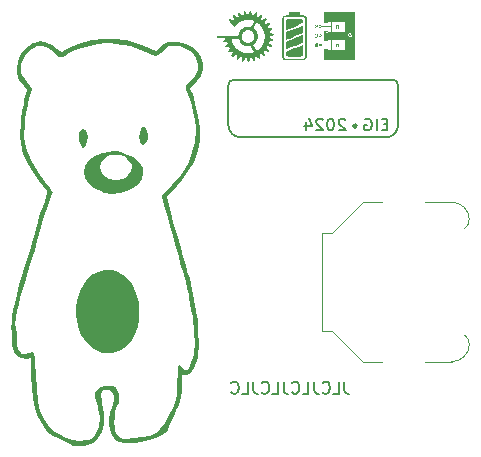
<source format=gbo>
G04 #@! TF.GenerationSoftware,KiCad,Pcbnew,8.0.1*
G04 #@! TF.CreationDate,2024-07-04T15:13:31+08:00*
G04 #@! TF.ProjectId,555Sandbox,35353553-616e-4646-926f-782e6b696361,1.0.0*
G04 #@! TF.SameCoordinates,Original*
G04 #@! TF.FileFunction,Legend,Bot*
G04 #@! TF.FilePolarity,Positive*
%FSLAX46Y46*%
G04 Gerber Fmt 4.6, Leading zero omitted, Abs format (unit mm)*
G04 Created by KiCad (PCBNEW 8.0.1) date 2024-07-04 15:13:31*
%MOMM*%
%LPD*%
G01*
G04 APERTURE LIST*
%ADD10C,0.200000*%
%ADD11C,0.150000*%
%ADD12C,0.000000*%
%ADD13C,0.120000*%
%ADD14C,0.300000*%
%ADD15R,1.560000X1.560000*%
%ADD16C,1.560000*%
%ADD17C,5.000000*%
%ADD18C,3.000000*%
%ADD19C,9.000000*%
G04 APERTURE END LIST*
D10*
X89900000Y-71350000D02*
G75*
G02*
X88900000Y-72350000I-1000000J0D01*
G01*
X89500000Y-67500000D02*
G75*
G02*
X89900000Y-67900000I0J-400000D01*
G01*
X75950000Y-67500000D02*
X89500000Y-67500000D01*
X75550000Y-71350000D02*
X75550000Y-67900000D01*
X75550000Y-67900000D02*
G75*
G02*
X75950000Y-67500000I400000J0D01*
G01*
X89900000Y-67900000D02*
X89900000Y-71350000D01*
X88900000Y-72350000D02*
X76557107Y-72350000D01*
X76550000Y-72350000D02*
G75*
G02*
X75550000Y-71350000I0J1000000D01*
G01*
D11*
X89013220Y-71246009D02*
X88679887Y-71246009D01*
X88537030Y-71769819D02*
X89013220Y-71769819D01*
X89013220Y-71769819D02*
X89013220Y-70769819D01*
X89013220Y-70769819D02*
X88537030Y-70769819D01*
X88108458Y-71769819D02*
X88108458Y-70769819D01*
X87108459Y-70817438D02*
X87203697Y-70769819D01*
X87203697Y-70769819D02*
X87346554Y-70769819D01*
X87346554Y-70769819D02*
X87489411Y-70817438D01*
X87489411Y-70817438D02*
X87584649Y-70912676D01*
X87584649Y-70912676D02*
X87632268Y-71007914D01*
X87632268Y-71007914D02*
X87679887Y-71198390D01*
X87679887Y-71198390D02*
X87679887Y-71341247D01*
X87679887Y-71341247D02*
X87632268Y-71531723D01*
X87632268Y-71531723D02*
X87584649Y-71626961D01*
X87584649Y-71626961D02*
X87489411Y-71722200D01*
X87489411Y-71722200D02*
X87346554Y-71769819D01*
X87346554Y-71769819D02*
X87251316Y-71769819D01*
X87251316Y-71769819D02*
X87108459Y-71722200D01*
X87108459Y-71722200D02*
X87060840Y-71674580D01*
X87060840Y-71674580D02*
X87060840Y-71341247D01*
X87060840Y-71341247D02*
X87251316Y-71341247D01*
X86346554Y-71293628D02*
X86346554Y-71484104D01*
X86298935Y-71484104D02*
X86298935Y-71293628D01*
X86251316Y-71246009D02*
X86251316Y-71531723D01*
X86203697Y-71484104D02*
X86203697Y-71293628D01*
X86156078Y-71293628D02*
X86156078Y-71484104D01*
X86346554Y-71436485D02*
X86251316Y-71531723D01*
X86251316Y-71531723D02*
X86156078Y-71436485D01*
X86346554Y-71341247D02*
X86251316Y-71246009D01*
X86251316Y-71246009D02*
X86156078Y-71341247D01*
X86346554Y-71293628D02*
X86251316Y-71246009D01*
X86251316Y-71246009D02*
X86156078Y-71293628D01*
X86156078Y-71293628D02*
X86108459Y-71388866D01*
X86108459Y-71388866D02*
X86156078Y-71484104D01*
X86156078Y-71484104D02*
X86251316Y-71531723D01*
X86251316Y-71531723D02*
X86346554Y-71484104D01*
X86346554Y-71484104D02*
X86394173Y-71388866D01*
X86394173Y-71388866D02*
X86346554Y-71293628D01*
X85441792Y-70865057D02*
X85394173Y-70817438D01*
X85394173Y-70817438D02*
X85298935Y-70769819D01*
X85298935Y-70769819D02*
X85060840Y-70769819D01*
X85060840Y-70769819D02*
X84965602Y-70817438D01*
X84965602Y-70817438D02*
X84917983Y-70865057D01*
X84917983Y-70865057D02*
X84870364Y-70960295D01*
X84870364Y-70960295D02*
X84870364Y-71055533D01*
X84870364Y-71055533D02*
X84917983Y-71198390D01*
X84917983Y-71198390D02*
X85489411Y-71769819D01*
X85489411Y-71769819D02*
X84870364Y-71769819D01*
X84251316Y-70769819D02*
X84156078Y-70769819D01*
X84156078Y-70769819D02*
X84060840Y-70817438D01*
X84060840Y-70817438D02*
X84013221Y-70865057D01*
X84013221Y-70865057D02*
X83965602Y-70960295D01*
X83965602Y-70960295D02*
X83917983Y-71150771D01*
X83917983Y-71150771D02*
X83917983Y-71388866D01*
X83917983Y-71388866D02*
X83965602Y-71579342D01*
X83965602Y-71579342D02*
X84013221Y-71674580D01*
X84013221Y-71674580D02*
X84060840Y-71722200D01*
X84060840Y-71722200D02*
X84156078Y-71769819D01*
X84156078Y-71769819D02*
X84251316Y-71769819D01*
X84251316Y-71769819D02*
X84346554Y-71722200D01*
X84346554Y-71722200D02*
X84394173Y-71674580D01*
X84394173Y-71674580D02*
X84441792Y-71579342D01*
X84441792Y-71579342D02*
X84489411Y-71388866D01*
X84489411Y-71388866D02*
X84489411Y-71150771D01*
X84489411Y-71150771D02*
X84441792Y-70960295D01*
X84441792Y-70960295D02*
X84394173Y-70865057D01*
X84394173Y-70865057D02*
X84346554Y-70817438D01*
X84346554Y-70817438D02*
X84251316Y-70769819D01*
X83537030Y-70865057D02*
X83489411Y-70817438D01*
X83489411Y-70817438D02*
X83394173Y-70769819D01*
X83394173Y-70769819D02*
X83156078Y-70769819D01*
X83156078Y-70769819D02*
X83060840Y-70817438D01*
X83060840Y-70817438D02*
X83013221Y-70865057D01*
X83013221Y-70865057D02*
X82965602Y-70960295D01*
X82965602Y-70960295D02*
X82965602Y-71055533D01*
X82965602Y-71055533D02*
X83013221Y-71198390D01*
X83013221Y-71198390D02*
X83584649Y-71769819D01*
X83584649Y-71769819D02*
X82965602Y-71769819D01*
X82108459Y-71103152D02*
X82108459Y-71769819D01*
X82346554Y-70722200D02*
X82584649Y-71436485D01*
X82584649Y-71436485D02*
X81965602Y-71436485D01*
X85369048Y-93054819D02*
X85369048Y-93769104D01*
X85369048Y-93769104D02*
X85416667Y-93911961D01*
X85416667Y-93911961D02*
X85511905Y-94007200D01*
X85511905Y-94007200D02*
X85654762Y-94054819D01*
X85654762Y-94054819D02*
X85750000Y-94054819D01*
X84416667Y-94054819D02*
X84892857Y-94054819D01*
X84892857Y-94054819D02*
X84892857Y-93054819D01*
X83511905Y-93959580D02*
X83559524Y-94007200D01*
X83559524Y-94007200D02*
X83702381Y-94054819D01*
X83702381Y-94054819D02*
X83797619Y-94054819D01*
X83797619Y-94054819D02*
X83940476Y-94007200D01*
X83940476Y-94007200D02*
X84035714Y-93911961D01*
X84035714Y-93911961D02*
X84083333Y-93816723D01*
X84083333Y-93816723D02*
X84130952Y-93626247D01*
X84130952Y-93626247D02*
X84130952Y-93483390D01*
X84130952Y-93483390D02*
X84083333Y-93292914D01*
X84083333Y-93292914D02*
X84035714Y-93197676D01*
X84035714Y-93197676D02*
X83940476Y-93102438D01*
X83940476Y-93102438D02*
X83797619Y-93054819D01*
X83797619Y-93054819D02*
X83702381Y-93054819D01*
X83702381Y-93054819D02*
X83559524Y-93102438D01*
X83559524Y-93102438D02*
X83511905Y-93150057D01*
X82797619Y-93054819D02*
X82797619Y-93769104D01*
X82797619Y-93769104D02*
X82845238Y-93911961D01*
X82845238Y-93911961D02*
X82940476Y-94007200D01*
X82940476Y-94007200D02*
X83083333Y-94054819D01*
X83083333Y-94054819D02*
X83178571Y-94054819D01*
X81845238Y-94054819D02*
X82321428Y-94054819D01*
X82321428Y-94054819D02*
X82321428Y-93054819D01*
X80940476Y-93959580D02*
X80988095Y-94007200D01*
X80988095Y-94007200D02*
X81130952Y-94054819D01*
X81130952Y-94054819D02*
X81226190Y-94054819D01*
X81226190Y-94054819D02*
X81369047Y-94007200D01*
X81369047Y-94007200D02*
X81464285Y-93911961D01*
X81464285Y-93911961D02*
X81511904Y-93816723D01*
X81511904Y-93816723D02*
X81559523Y-93626247D01*
X81559523Y-93626247D02*
X81559523Y-93483390D01*
X81559523Y-93483390D02*
X81511904Y-93292914D01*
X81511904Y-93292914D02*
X81464285Y-93197676D01*
X81464285Y-93197676D02*
X81369047Y-93102438D01*
X81369047Y-93102438D02*
X81226190Y-93054819D01*
X81226190Y-93054819D02*
X81130952Y-93054819D01*
X81130952Y-93054819D02*
X80988095Y-93102438D01*
X80988095Y-93102438D02*
X80940476Y-93150057D01*
X80226190Y-93054819D02*
X80226190Y-93769104D01*
X80226190Y-93769104D02*
X80273809Y-93911961D01*
X80273809Y-93911961D02*
X80369047Y-94007200D01*
X80369047Y-94007200D02*
X80511904Y-94054819D01*
X80511904Y-94054819D02*
X80607142Y-94054819D01*
X79273809Y-94054819D02*
X79749999Y-94054819D01*
X79749999Y-94054819D02*
X79749999Y-93054819D01*
X78369047Y-93959580D02*
X78416666Y-94007200D01*
X78416666Y-94007200D02*
X78559523Y-94054819D01*
X78559523Y-94054819D02*
X78654761Y-94054819D01*
X78654761Y-94054819D02*
X78797618Y-94007200D01*
X78797618Y-94007200D02*
X78892856Y-93911961D01*
X78892856Y-93911961D02*
X78940475Y-93816723D01*
X78940475Y-93816723D02*
X78988094Y-93626247D01*
X78988094Y-93626247D02*
X78988094Y-93483390D01*
X78988094Y-93483390D02*
X78940475Y-93292914D01*
X78940475Y-93292914D02*
X78892856Y-93197676D01*
X78892856Y-93197676D02*
X78797618Y-93102438D01*
X78797618Y-93102438D02*
X78654761Y-93054819D01*
X78654761Y-93054819D02*
X78559523Y-93054819D01*
X78559523Y-93054819D02*
X78416666Y-93102438D01*
X78416666Y-93102438D02*
X78369047Y-93150057D01*
X77654761Y-93054819D02*
X77654761Y-93769104D01*
X77654761Y-93769104D02*
X77702380Y-93911961D01*
X77702380Y-93911961D02*
X77797618Y-94007200D01*
X77797618Y-94007200D02*
X77940475Y-94054819D01*
X77940475Y-94054819D02*
X78035713Y-94054819D01*
X76702380Y-94054819D02*
X77178570Y-94054819D01*
X77178570Y-94054819D02*
X77178570Y-93054819D01*
X75797618Y-93959580D02*
X75845237Y-94007200D01*
X75845237Y-94007200D02*
X75988094Y-94054819D01*
X75988094Y-94054819D02*
X76083332Y-94054819D01*
X76083332Y-94054819D02*
X76226189Y-94007200D01*
X76226189Y-94007200D02*
X76321427Y-93911961D01*
X76321427Y-93911961D02*
X76369046Y-93816723D01*
X76369046Y-93816723D02*
X76416665Y-93626247D01*
X76416665Y-93626247D02*
X76416665Y-93483390D01*
X76416665Y-93483390D02*
X76369046Y-93292914D01*
X76369046Y-93292914D02*
X76321427Y-93197676D01*
X76321427Y-93197676D02*
X76226189Y-93102438D01*
X76226189Y-93102438D02*
X76083332Y-93054819D01*
X76083332Y-93054819D02*
X75988094Y-93054819D01*
X75988094Y-93054819D02*
X75845237Y-93102438D01*
X75845237Y-93102438D02*
X75797618Y-93150057D01*
D12*
G36*
X63460264Y-71770031D02*
G01*
X63587118Y-72022489D01*
X63637788Y-72359890D01*
X63603183Y-72714024D01*
X63474211Y-73016685D01*
X63449991Y-73048753D01*
X63240072Y-73307992D01*
X63049541Y-73035971D01*
X62907469Y-72711667D01*
X62869721Y-72347197D01*
X62925845Y-72008378D01*
X63065392Y-71761030D01*
X63266317Y-71670721D01*
X63460264Y-71770031D01*
G37*
G36*
X68418063Y-71480887D02*
G01*
X68527492Y-71613514D01*
X68749083Y-72047976D01*
X68742125Y-72481948D01*
X68675827Y-72654963D01*
X68487740Y-72940627D01*
X68301255Y-73005691D01*
X68146385Y-72907827D01*
X68044197Y-72677452D01*
X68012031Y-72327029D01*
X68047436Y-71953558D01*
X68147958Y-71654038D01*
X68179279Y-71606778D01*
X68315742Y-71454144D01*
X68418063Y-71480887D01*
G37*
G36*
X65750682Y-83625541D02*
G01*
X66225524Y-83794432D01*
X66841969Y-84215402D01*
X67347497Y-84809945D01*
X67722619Y-85541864D01*
X67947847Y-86374960D01*
X68007020Y-87103321D01*
X67973616Y-87849963D01*
X67860065Y-88455476D01*
X67644503Y-89000008D01*
X67356915Y-89486602D01*
X66855470Y-90080133D01*
X66280290Y-90475402D01*
X65652870Y-90663000D01*
X64994706Y-90633516D01*
X64831410Y-90592167D01*
X64130439Y-90271840D01*
X63549576Y-89771944D01*
X63101618Y-89115017D01*
X62799364Y-88323598D01*
X62655610Y-87420225D01*
X62654627Y-86758552D01*
X62784749Y-85912178D01*
X63056822Y-85167285D01*
X63448108Y-84542742D01*
X63935873Y-84057425D01*
X64497381Y-83730203D01*
X65109896Y-83579951D01*
X65750682Y-83625541D01*
G37*
G36*
X66198453Y-73554568D02*
G01*
X66657661Y-73682613D01*
X66812694Y-73734751D01*
X67511993Y-74051542D01*
X68002694Y-74448844D01*
X68281619Y-74923305D01*
X68350147Y-75356560D01*
X68242493Y-75850208D01*
X67947891Y-76291616D01*
X67505791Y-76661810D01*
X66955643Y-76941815D01*
X66336895Y-77112657D01*
X65688999Y-77155362D01*
X65051404Y-77050956D01*
X64918469Y-77007100D01*
X64204218Y-76675873D01*
X63703615Y-76275474D01*
X63410002Y-75798611D01*
X63316667Y-75252546D01*
X63375145Y-74985965D01*
X64687403Y-74985965D01*
X64822072Y-75380733D01*
X64960722Y-75546762D01*
X65444549Y-75863152D01*
X65998204Y-75965078D01*
X66628789Y-75853546D01*
X66772223Y-75802880D01*
X67084408Y-75579617D01*
X67305550Y-75230554D01*
X67386374Y-74846585D01*
X67368318Y-74703353D01*
X67233113Y-74438397D01*
X66996006Y-74164887D01*
X66956661Y-74130293D01*
X66696891Y-73954328D01*
X66401235Y-73868067D01*
X65975929Y-73844609D01*
X65960826Y-73844595D01*
X65559503Y-73860361D01*
X65298188Y-73927147D01*
X65089100Y-74074180D01*
X64997082Y-74165495D01*
X64746258Y-74561186D01*
X64687403Y-74985965D01*
X63375145Y-74985965D01*
X63426014Y-74754068D01*
X63739049Y-74312692D01*
X64233265Y-73950910D01*
X64876414Y-73693930D01*
X65403265Y-73562238D01*
X65812133Y-73515113D01*
X66198453Y-73554568D01*
G37*
G36*
X66779194Y-64108043D02*
G01*
X66863514Y-64125971D01*
X67205500Y-64222072D01*
X67676068Y-64379437D01*
X68193123Y-64570017D01*
X68391441Y-64648009D01*
X69404504Y-65054624D01*
X69707207Y-64772598D01*
X70091727Y-64460324D01*
X70453230Y-64298190D01*
X70880872Y-64258238D01*
X71256451Y-64286765D01*
X71931383Y-64427532D01*
X72482781Y-64704869D01*
X72955429Y-65118061D01*
X73218869Y-65540233D01*
X73357150Y-66074394D01*
X73362022Y-66635822D01*
X73225234Y-67139795D01*
X73163450Y-67254207D01*
X72910090Y-67592945D01*
X72618601Y-67889944D01*
X72578296Y-67922907D01*
X72365216Y-68106587D01*
X72310605Y-68252538D01*
X72389096Y-68459287D01*
X72423154Y-68525499D01*
X72590156Y-68943645D01*
X72755523Y-69527686D01*
X72905775Y-70214996D01*
X73027435Y-70942948D01*
X73107022Y-71648915D01*
X73113323Y-71732241D01*
X73115844Y-72695266D01*
X72964765Y-73560486D01*
X72643507Y-74413364D01*
X72559961Y-74584845D01*
X72329610Y-74976353D01*
X71991858Y-75470460D01*
X71595487Y-76002525D01*
X71189281Y-76507907D01*
X70822025Y-76921966D01*
X70713106Y-77032003D01*
X70319032Y-77413954D01*
X70694747Y-78804274D01*
X70973730Y-79829866D01*
X71243332Y-80808154D01*
X71495307Y-81710089D01*
X71721410Y-82506621D01*
X71913397Y-83168700D01*
X72063022Y-83667277D01*
X72160967Y-83970270D01*
X72251146Y-84284637D01*
X72359028Y-84748547D01*
X72467480Y-85285382D01*
X72519127Y-85572072D01*
X72615702Y-86107237D01*
X72713083Y-86601280D01*
X72796626Y-86981780D01*
X72831443Y-87116667D01*
X72879894Y-87381855D01*
X72928842Y-87817866D01*
X72972923Y-88366767D01*
X73006768Y-88970627D01*
X73009828Y-89042581D01*
X73031598Y-89725482D01*
X73029846Y-90238595D01*
X73000821Y-90640106D01*
X72940774Y-90988201D01*
X72866027Y-91273663D01*
X72635139Y-91894517D01*
X72370375Y-92291145D01*
X72069827Y-92465909D01*
X71897908Y-92469762D01*
X71611321Y-92427700D01*
X71611517Y-93404841D01*
X71598995Y-93942354D01*
X71546893Y-94362140D01*
X71433785Y-94769617D01*
X71238245Y-95270204D01*
X71226875Y-95297297D01*
X71032039Y-95753775D01*
X70853318Y-96160432D01*
X70721773Y-96446936D01*
X70696302Y-96498649D01*
X70539396Y-96831661D01*
X70422736Y-97105851D01*
X70197183Y-97393348D01*
X69775149Y-97661970D01*
X69188883Y-97899465D01*
X68470637Y-98093582D01*
X67652662Y-98232070D01*
X67378379Y-98262322D01*
X66771934Y-98269496D01*
X66283416Y-98172317D01*
X65949638Y-97981583D01*
X65831593Y-97808652D01*
X65729957Y-97600015D01*
X65600000Y-97330000D01*
X65510000Y-97020000D01*
X65452793Y-96687221D01*
X65439340Y-96357094D01*
X65460000Y-96030000D01*
X65490000Y-95870000D01*
X65520000Y-95700000D01*
X65550000Y-95580000D01*
X65690000Y-95270000D01*
X65809209Y-94953355D01*
X65881378Y-94685813D01*
X65886712Y-94405289D01*
X65875749Y-94346822D01*
X65738360Y-93977757D01*
X65524785Y-93793963D01*
X65261712Y-93752703D01*
X64965772Y-93793058D01*
X64801147Y-93935780D01*
X64755678Y-94213357D01*
X64817203Y-94658275D01*
X64856248Y-94835899D01*
X64999392Y-95765878D01*
X64979222Y-96591941D01*
X64800209Y-97295521D01*
X64466825Y-97858050D01*
X64039394Y-98227823D01*
X63683728Y-98375290D01*
X63227236Y-98471256D01*
X62761703Y-98505313D01*
X62378912Y-98467052D01*
X62268424Y-98428640D01*
X61590686Y-98100774D01*
X61084599Y-97848870D01*
X60715875Y-97649135D01*
X60450226Y-97477772D01*
X60253364Y-97310988D01*
X60090999Y-97124989D01*
X59928845Y-96895979D01*
X59817024Y-96727478D01*
X59439220Y-96054816D01*
X59162743Y-95316181D01*
X58978159Y-94471102D01*
X58876033Y-93479109D01*
X58847480Y-92568936D01*
X58835857Y-91054883D01*
X58457529Y-91099050D01*
X58020814Y-91051040D01*
X57632158Y-90836906D01*
X57372712Y-90503393D01*
X57356934Y-90465109D01*
X57308987Y-90241277D01*
X57260346Y-89849072D01*
X57217471Y-89348839D01*
X57192558Y-88930169D01*
X57177763Y-88433078D01*
X57184659Y-88126666D01*
X57485599Y-88126666D01*
X57536798Y-88386546D01*
X57557815Y-88413370D01*
X57593799Y-88559641D01*
X57611356Y-88864394D01*
X57608070Y-89207606D01*
X57627031Y-89853460D01*
X57742750Y-90309829D01*
X57962172Y-90597694D01*
X58094356Y-90676834D01*
X58363377Y-90739399D01*
X58628923Y-90631065D01*
X58641229Y-90623078D01*
X58879684Y-90518653D01*
X59041006Y-90525353D01*
X59096768Y-90673530D01*
X59147389Y-91032483D01*
X59191083Y-91584184D01*
X59226060Y-92310606D01*
X59230561Y-92436937D01*
X59302142Y-93654002D01*
X59432404Y-94670826D01*
X59630273Y-95510520D01*
X59904674Y-96196197D01*
X60264532Y-96750968D01*
X60718773Y-97197947D01*
X61190933Y-97513317D01*
X61819778Y-97829779D01*
X62373525Y-98003880D01*
X62942146Y-98051739D01*
X63510000Y-98010000D01*
X63740688Y-97970114D01*
X63910000Y-97880000D01*
X64046856Y-97757207D01*
X64140000Y-97680000D01*
X64174775Y-97642793D01*
X64220000Y-97580000D01*
X64260000Y-97520000D01*
X64310000Y-97450000D01*
X64440000Y-97240000D01*
X64550000Y-96900000D01*
X64617614Y-96606465D01*
X64642767Y-96391568D01*
X64634004Y-96074617D01*
X64594864Y-95717148D01*
X64528888Y-95380698D01*
X64470921Y-95196374D01*
X64397343Y-94879085D01*
X64294987Y-94573370D01*
X64258971Y-94401982D01*
X64253104Y-94243864D01*
X64278154Y-93923032D01*
X64400899Y-93723329D01*
X64597199Y-93586301D01*
X64979488Y-93433286D01*
X65399148Y-93373266D01*
X65772498Y-93409853D01*
X65997313Y-93525866D01*
X66128452Y-93742869D01*
X66246273Y-94071749D01*
X66269931Y-94166847D01*
X66317353Y-94524244D01*
X66261420Y-94842465D01*
X66137734Y-95139370D01*
X65974581Y-95616760D01*
X65902436Y-96200109D01*
X65895813Y-96460514D01*
X65903127Y-96910571D01*
X65943483Y-97204057D01*
X66034757Y-97412726D01*
X66177027Y-97589275D01*
X66321936Y-97734450D01*
X66465003Y-97821747D01*
X66662314Y-97861659D01*
X66969957Y-97864678D01*
X67444020Y-97841299D01*
X67505232Y-97837769D01*
X68265487Y-97764880D01*
X68877009Y-97625854D01*
X69374941Y-97393260D01*
X69794423Y-97039671D01*
X70170598Y-96537657D01*
X70538606Y-95859787D01*
X70815345Y-95254091D01*
X70997873Y-94823142D01*
X71117446Y-94485129D01*
X71187129Y-94168724D01*
X71219990Y-93802596D01*
X71229093Y-93315417D01*
X71228797Y-92997025D01*
X71235264Y-92475214D01*
X71255970Y-92042336D01*
X71287588Y-91746708D01*
X71322392Y-91638065D01*
X71448826Y-91677535D01*
X71622387Y-91855537D01*
X71633449Y-91870469D01*
X71844032Y-92078229D01*
X72035548Y-92083489D01*
X72217459Y-91878729D01*
X72399230Y-91456427D01*
X72482951Y-91195261D01*
X72593625Y-90786752D01*
X72659967Y-90414997D01*
X72688226Y-90007740D01*
X72684651Y-89492723D01*
X72667837Y-89057531D01*
X72633199Y-88479763D01*
X72585835Y-87940165D01*
X72532563Y-87506957D01*
X72490604Y-87284108D01*
X72419713Y-86972052D01*
X72326775Y-86510324D01*
X72226788Y-85975063D01*
X72175875Y-85686487D01*
X72065588Y-85113744D01*
X71936885Y-84546298D01*
X71810855Y-84073975D01*
X71759476Y-83913063D01*
X71637723Y-83533620D01*
X71483765Y-83011116D01*
X71320421Y-82424606D01*
X71214510Y-82025225D01*
X71052782Y-81416136D01*
X70851000Y-80679214D01*
X70634502Y-79905915D01*
X70428629Y-79187692D01*
X70421983Y-79164865D01*
X70254933Y-78575956D01*
X70114158Y-78050057D01*
X70011441Y-77633506D01*
X69958569Y-77372639D01*
X69954001Y-77324964D01*
X70051524Y-77088180D01*
X70238857Y-76933721D01*
X70470262Y-76749868D01*
X70784313Y-76420548D01*
X71142608Y-75994486D01*
X71506744Y-75520407D01*
X71838320Y-75047034D01*
X72098933Y-74623091D01*
X72175656Y-74476318D01*
X72504192Y-73627821D01*
X72709815Y-72722996D01*
X72774476Y-71852182D01*
X72759025Y-71556306D01*
X72677156Y-70878369D01*
X72563585Y-70210481D01*
X72429884Y-69603196D01*
X72287626Y-69107063D01*
X72148386Y-68772636D01*
X72107198Y-68709120D01*
X71922572Y-68353877D01*
X71954469Y-68029416D01*
X72207603Y-67709094D01*
X72297494Y-67633300D01*
X72741783Y-67183473D01*
X72970314Y-66702917D01*
X72996148Y-66162872D01*
X72989019Y-66110645D01*
X72806761Y-65614313D01*
X72447588Y-65177836D01*
X71962955Y-64846612D01*
X71404319Y-64666041D01*
X71341987Y-64657494D01*
X70884737Y-64630318D01*
X70529931Y-64660874D01*
X70326131Y-64742377D01*
X70295946Y-64803640D01*
X70209984Y-64913701D01*
X69991959Y-65095493D01*
X69853371Y-65195854D01*
X69575889Y-65377651D01*
X69379291Y-65441437D01*
X69156623Y-65399886D01*
X68909452Y-65307719D01*
X68585597Y-65175386D01*
X68348492Y-65066891D01*
X68293694Y-65036276D01*
X67895919Y-64842073D01*
X67333781Y-64663876D01*
X66671744Y-64517579D01*
X65974275Y-64419079D01*
X65699372Y-64396596D01*
X65149074Y-64404017D01*
X64509644Y-64478775D01*
X63831905Y-64607518D01*
X63166678Y-64776895D01*
X62564784Y-64973554D01*
X62077045Y-65184144D01*
X61754284Y-65395312D01*
X61706118Y-65445674D01*
X61458590Y-65592957D01*
X61180056Y-65551436D01*
X61006263Y-65401850D01*
X60681549Y-65083224D01*
X60242523Y-64805534D01*
X59806775Y-64641204D01*
X59363368Y-64653496D01*
X58927458Y-64850765D01*
X58534508Y-65190875D01*
X58219978Y-65631687D01*
X58019329Y-66131065D01*
X57968024Y-66646873D01*
X57987811Y-66802579D01*
X58103164Y-67097553D01*
X58325764Y-67459050D01*
X58521988Y-67708454D01*
X58756209Y-67998923D01*
X58900815Y-68226626D01*
X58925854Y-68329820D01*
X58810058Y-68609961D01*
X58685351Y-69063594D01*
X58560939Y-69636100D01*
X58446025Y-70272859D01*
X58349815Y-70919254D01*
X58281513Y-71520666D01*
X58250325Y-72022474D01*
X58256771Y-72300000D01*
X58440823Y-73305088D01*
X58814425Y-74296480D01*
X59388951Y-75298962D01*
X60027252Y-76158066D01*
X60316447Y-76517672D01*
X60540868Y-76805447D01*
X60668096Y-76979389D01*
X60685135Y-77010402D01*
X60644765Y-77131208D01*
X60539676Y-77400977D01*
X60413937Y-77709529D01*
X60072789Y-78612868D01*
X59746951Y-79647059D01*
X59422123Y-80857988D01*
X59381080Y-81023244D01*
X59250973Y-81530954D01*
X59129336Y-81969859D01*
X59032495Y-82282878D01*
X58988363Y-82396217D01*
X58921378Y-82575501D01*
X58806660Y-82934240D01*
X58656124Y-83430971D01*
X58481686Y-84024232D01*
X58295261Y-84672560D01*
X58108765Y-85334492D01*
X57934112Y-85968566D01*
X57783219Y-86533318D01*
X57667999Y-86987286D01*
X57662609Y-87009562D01*
X57527692Y-87665583D01*
X57485599Y-88126666D01*
X57184659Y-88126666D01*
X57188254Y-87966942D01*
X57230769Y-87496573D01*
X57312044Y-86986783D01*
X57438814Y-86402381D01*
X57617815Y-85708181D01*
X57855784Y-84868993D01*
X58159457Y-83849628D01*
X58174868Y-83798649D01*
X58479919Y-82787814D01*
X58724896Y-81970412D01*
X58917091Y-81321184D01*
X59063794Y-80814875D01*
X59172298Y-80426229D01*
X59249895Y-80129988D01*
X59303877Y-79900897D01*
X59314496Y-79851351D01*
X59399267Y-79530915D01*
X59540708Y-79079234D01*
X59712685Y-78578387D01*
X59769885Y-78421171D01*
X59986820Y-77823491D01*
X60126570Y-77402026D01*
X60196276Y-77120265D01*
X60203075Y-76941697D01*
X60154108Y-76829811D01*
X60092186Y-76772880D01*
X59817581Y-76504986D01*
X59492649Y-76089520D01*
X59145435Y-75574891D01*
X58803987Y-75009502D01*
X58496354Y-74441761D01*
X58250583Y-73920074D01*
X58094722Y-73492846D01*
X58053604Y-73254595D01*
X58016799Y-72908210D01*
X57958040Y-72679295D01*
X57917122Y-72404092D01*
X57915133Y-71958031D01*
X57947208Y-71394852D01*
X58008480Y-70768298D01*
X58094083Y-70132108D01*
X58199153Y-69540023D01*
X58271050Y-69222178D01*
X58498334Y-68318231D01*
X58075744Y-67802515D01*
X57834513Y-67484541D01*
X57707821Y-67219496D01*
X57659577Y-66903804D01*
X57653153Y-66589796D01*
X57729561Y-65869286D01*
X57971456Y-65287381D01*
X58397850Y-64806886D01*
X58667210Y-64605631D01*
X59041059Y-64394492D01*
X59391350Y-64260576D01*
X59557596Y-64233784D01*
X60051856Y-64319335D01*
X60578158Y-64546301D01*
X61035176Y-64870155D01*
X61061144Y-64894526D01*
X61291745Y-65086064D01*
X61454044Y-65122293D01*
X61576009Y-65061533D01*
X62255438Y-64685044D01*
X63093034Y-64380889D01*
X64026502Y-64160088D01*
X64993549Y-64033666D01*
X65931878Y-64012643D01*
X66779194Y-64108043D01*
G37*
G36*
X81600337Y-61843683D02*
G01*
X81600258Y-61854733D01*
X81600026Y-61865629D01*
X81599648Y-61876308D01*
X81599133Y-61886707D01*
X81598488Y-61896763D01*
X81597721Y-61906413D01*
X81596840Y-61915594D01*
X81595852Y-61924243D01*
X81594766Y-61932295D01*
X81593588Y-61939689D01*
X81592327Y-61946361D01*
X81590990Y-61952248D01*
X81589585Y-61957287D01*
X81588120Y-61961414D01*
X81586603Y-61964567D01*
X81585827Y-61965758D01*
X81585041Y-61966682D01*
X81585007Y-61966682D01*
X81581186Y-61968238D01*
X81573035Y-61969687D01*
X81544670Y-61972242D01*
X81501761Y-61974309D01*
X81446159Y-61975849D01*
X81304277Y-61977191D01*
X81133829Y-61975959D01*
X80697961Y-61969940D01*
X80691240Y-61852965D01*
X80684519Y-61735991D01*
X81600337Y-61735991D01*
X81600337Y-61843683D01*
G37*
G36*
X81843507Y-62906103D02*
G01*
X81844741Y-62911628D01*
X81846755Y-62931148D01*
X81848150Y-62960889D01*
X81848910Y-62999562D01*
X81849018Y-63045879D01*
X81848459Y-63098549D01*
X81845274Y-63217798D01*
X81834145Y-63523118D01*
X81154588Y-63808871D01*
X81154740Y-63808866D01*
X80889514Y-63919961D01*
X80669713Y-64011188D01*
X80518206Y-64073078D01*
X80475209Y-64090063D01*
X80457862Y-64096162D01*
X80456995Y-64095829D01*
X80456153Y-64094683D01*
X80454547Y-64090031D01*
X80451673Y-64071855D01*
X80449295Y-64042923D01*
X80447467Y-64004523D01*
X80446242Y-63957945D01*
X80445675Y-63904475D01*
X80445821Y-63845404D01*
X80446732Y-63782019D01*
X80452893Y-63466321D01*
X81140289Y-63180542D01*
X81408332Y-63070276D01*
X81630003Y-62981311D01*
X81716254Y-62947655D01*
X81782276Y-62922730D01*
X81825192Y-62907672D01*
X81837086Y-62904198D01*
X81842123Y-62903617D01*
X81843507Y-62906103D01*
G37*
G36*
X81835707Y-63722410D02*
G01*
X81838708Y-63725737D01*
X81841180Y-63731832D01*
X81843173Y-63741230D01*
X81844736Y-63754462D01*
X81846764Y-63794564D01*
X81847654Y-63856402D01*
X81847584Y-64062346D01*
X81847108Y-64116009D01*
X81845966Y-64166738D01*
X81844235Y-64213376D01*
X81841992Y-64254763D01*
X81839312Y-64289742D01*
X81837832Y-64304466D01*
X81836272Y-64317154D01*
X81834641Y-64327661D01*
X81832949Y-64335843D01*
X81831205Y-64341553D01*
X81830316Y-64343437D01*
X81829418Y-64344649D01*
X81812251Y-64353743D01*
X81769863Y-64373247D01*
X81620679Y-64438625D01*
X81404375Y-64531064D01*
X81143458Y-64640848D01*
X81143475Y-64640837D01*
X80882626Y-64749339D01*
X80666506Y-64838320D01*
X80517589Y-64898629D01*
X80475356Y-64915172D01*
X80458353Y-64921116D01*
X80456649Y-64919607D01*
X80454992Y-64914987D01*
X80451856Y-64897044D01*
X80449015Y-64868554D01*
X80446537Y-64830784D01*
X80444490Y-64785000D01*
X80442944Y-64732470D01*
X80441965Y-64674461D01*
X80441624Y-64612238D01*
X80441624Y-64302394D01*
X80603166Y-64235076D01*
X81817450Y-63726130D01*
X81827927Y-63721931D01*
X81832130Y-63721319D01*
X81835707Y-63722410D01*
G37*
G36*
X81267611Y-62338325D02*
G01*
X81386466Y-62339371D01*
X81495216Y-62340984D01*
X81591186Y-62343092D01*
X81671701Y-62345625D01*
X81734084Y-62348513D01*
X81775660Y-62351683D01*
X81787810Y-62353352D01*
X81793754Y-62355065D01*
X81801529Y-62360891D01*
X81808898Y-62368180D01*
X81815839Y-62376850D01*
X81822328Y-62386818D01*
X81828341Y-62398002D01*
X81833857Y-62410321D01*
X81838852Y-62423693D01*
X81843303Y-62438035D01*
X81847187Y-62453266D01*
X81850481Y-62469304D01*
X81853162Y-62486066D01*
X81855206Y-62503471D01*
X81856591Y-62521437D01*
X81857295Y-62539882D01*
X81857292Y-62558723D01*
X81856562Y-62577879D01*
X81855269Y-62597274D01*
X81853665Y-62615771D01*
X81851812Y-62632933D01*
X81849774Y-62648325D01*
X81848705Y-62655221D01*
X81847614Y-62661511D01*
X81846507Y-62667140D01*
X81845392Y-62672054D01*
X81844279Y-62676198D01*
X81843174Y-62679518D01*
X81842085Y-62681960D01*
X81841549Y-62682834D01*
X81841021Y-62683468D01*
X81782730Y-62710052D01*
X81631477Y-62774971D01*
X81141848Y-62980794D01*
X80452756Y-63268047D01*
X80446700Y-62844102D01*
X80445177Y-62719089D01*
X80444811Y-62666515D01*
X80444748Y-62619994D01*
X80445016Y-62579100D01*
X80445644Y-62543408D01*
X80446660Y-62512491D01*
X80448092Y-62485924D01*
X80448974Y-62474138D01*
X80449970Y-62463280D01*
X80451085Y-62453297D01*
X80452322Y-62444135D01*
X80453685Y-62435740D01*
X80455177Y-62428061D01*
X80456801Y-62421043D01*
X80458563Y-62414633D01*
X80460464Y-62408778D01*
X80462508Y-62403425D01*
X80464700Y-62398521D01*
X80467042Y-62394012D01*
X80469539Y-62389844D01*
X80472194Y-62385966D01*
X80475010Y-62382323D01*
X80477991Y-62378863D01*
X80484772Y-62372056D01*
X80492611Y-62366041D01*
X80502272Y-62360768D01*
X80514519Y-62356189D01*
X80530117Y-62352258D01*
X80549828Y-62348924D01*
X80604651Y-62343860D01*
X80685100Y-62340612D01*
X80797287Y-62338795D01*
X81141328Y-62337916D01*
X81267611Y-62338325D01*
G37*
G36*
X83722294Y-62500576D02*
G01*
X83723259Y-62500850D01*
X83725447Y-62501812D01*
X83727961Y-62503311D01*
X83730777Y-62505329D01*
X83733875Y-62507850D01*
X83737232Y-62510856D01*
X83740824Y-62514330D01*
X83744631Y-62518255D01*
X83748630Y-62522613D01*
X83752798Y-62527388D01*
X83757113Y-62532562D01*
X83761553Y-62538119D01*
X83765992Y-62543908D01*
X83770306Y-62549762D01*
X83774473Y-62555640D01*
X83778471Y-62561503D01*
X83782278Y-62567311D01*
X83785872Y-62573023D01*
X83789229Y-62578600D01*
X83792327Y-62584001D01*
X83795145Y-62589187D01*
X83797659Y-62594117D01*
X83799848Y-62598752D01*
X83801689Y-62603052D01*
X83803160Y-62606976D01*
X83804238Y-62610485D01*
X83804901Y-62613538D01*
X83805070Y-62614882D01*
X83805127Y-62616096D01*
X83805130Y-62616091D01*
X83805073Y-62617160D01*
X83804904Y-62618071D01*
X83804625Y-62618826D01*
X83804241Y-62619428D01*
X83803752Y-62619879D01*
X83803163Y-62620180D01*
X83802476Y-62620334D01*
X83801693Y-62620343D01*
X83800818Y-62620209D01*
X83799853Y-62619935D01*
X83797665Y-62618973D01*
X83795152Y-62617474D01*
X83792336Y-62615455D01*
X83789238Y-62612935D01*
X83785882Y-62609928D01*
X83782289Y-62606454D01*
X83778483Y-62602529D01*
X83774484Y-62598170D01*
X83770316Y-62593395D01*
X83766001Y-62588221D01*
X83761561Y-62582664D01*
X83757120Y-62576876D01*
X83752804Y-62571023D01*
X83748635Y-62565145D01*
X83744635Y-62559283D01*
X83740828Y-62553476D01*
X83737234Y-62547764D01*
X83733877Y-62542188D01*
X83730778Y-62536787D01*
X83727961Y-62531601D01*
X83725447Y-62526671D01*
X83723259Y-62522036D01*
X83721418Y-62517737D01*
X83719948Y-62513812D01*
X83718870Y-62510304D01*
X83718208Y-62507250D01*
X83718039Y-62505907D01*
X83717982Y-62504692D01*
X83718039Y-62503623D01*
X83718208Y-62502713D01*
X83718486Y-62501958D01*
X83718871Y-62501356D01*
X83719359Y-62500906D01*
X83719949Y-62500605D01*
X83720636Y-62500451D01*
X83721419Y-62500442D01*
X83722294Y-62500576D01*
G37*
G36*
X81847079Y-64569882D02*
G01*
X81848374Y-64572129D01*
X81849578Y-64574815D01*
X81850687Y-64577907D01*
X81851695Y-64581368D01*
X81852600Y-64585162D01*
X81853397Y-64589255D01*
X81854082Y-64593611D01*
X81854650Y-64598194D01*
X81855098Y-64602970D01*
X81855420Y-64607901D01*
X81855614Y-64612954D01*
X81855674Y-64618092D01*
X81855597Y-64623280D01*
X81855379Y-64628483D01*
X81855015Y-64633666D01*
X81854500Y-64638791D01*
X81852228Y-64688157D01*
X81850088Y-64786083D01*
X81848317Y-64918390D01*
X81847149Y-65070897D01*
X81846312Y-65178534D01*
X81845658Y-65224501D01*
X81844812Y-65265627D01*
X81843749Y-65302206D01*
X81842443Y-65334532D01*
X81840867Y-65362900D01*
X81838996Y-65387604D01*
X81836803Y-65408939D01*
X81834264Y-65427198D01*
X81832856Y-65435266D01*
X81831351Y-65442676D01*
X81829747Y-65449465D01*
X81828039Y-65455668D01*
X81826226Y-65461324D01*
X81824302Y-65466468D01*
X81822267Y-65471138D01*
X81820115Y-65475370D01*
X81817844Y-65479202D01*
X81815450Y-65482669D01*
X81812931Y-65485809D01*
X81810283Y-65488659D01*
X81810280Y-65488653D01*
X81803811Y-65494021D01*
X81795338Y-65498824D01*
X81784296Y-65503093D01*
X81770118Y-65506858D01*
X81730088Y-65512997D01*
X81670716Y-65517479D01*
X81587472Y-65520547D01*
X81475823Y-65522440D01*
X81149186Y-65523666D01*
X80905306Y-65523696D01*
X80807784Y-65523142D01*
X80724949Y-65521683D01*
X80688665Y-65520491D01*
X80655605Y-65518924D01*
X80625619Y-65516934D01*
X80598558Y-65514471D01*
X80574273Y-65511485D01*
X80552613Y-65507929D01*
X80533431Y-65503751D01*
X80516577Y-65498903D01*
X80501901Y-65493335D01*
X80489254Y-65486998D01*
X80478487Y-65479843D01*
X80469450Y-65471821D01*
X80461994Y-65462882D01*
X80455970Y-65452976D01*
X80451228Y-65442055D01*
X80447619Y-65430069D01*
X80444994Y-65416969D01*
X80443204Y-65402705D01*
X80442099Y-65387228D01*
X80441530Y-65370489D01*
X80441624Y-65289925D01*
X80441621Y-65129938D01*
X81137883Y-64840137D01*
X81278014Y-64782321D01*
X81409253Y-64729156D01*
X81528693Y-64681749D01*
X81633423Y-64641209D01*
X81720536Y-64608644D01*
X81787122Y-64585162D01*
X81811809Y-64577174D01*
X81830273Y-64571872D01*
X81842151Y-64569395D01*
X81845507Y-64569260D01*
X81847079Y-64569882D01*
G37*
G36*
X85838313Y-63629988D02*
G01*
X85842116Y-63630431D01*
X85845787Y-63631161D01*
X85849323Y-63632171D01*
X85852721Y-63633455D01*
X85855978Y-63635005D01*
X85859093Y-63636815D01*
X85862061Y-63638879D01*
X85864880Y-63641189D01*
X85867548Y-63643739D01*
X85870062Y-63646521D01*
X85872418Y-63649530D01*
X85874615Y-63652759D01*
X85876649Y-63656200D01*
X85878518Y-63659847D01*
X85880218Y-63663693D01*
X85883104Y-63671956D01*
X85885284Y-63680935D01*
X85886737Y-63690576D01*
X85887440Y-63700824D01*
X85887371Y-63711626D01*
X85886509Y-63722928D01*
X85884831Y-63734675D01*
X85882315Y-63746814D01*
X85882317Y-63746830D01*
X85880979Y-63751524D01*
X85879300Y-63755906D01*
X85877301Y-63759975D01*
X85875005Y-63763732D01*
X85872433Y-63767178D01*
X85869607Y-63770313D01*
X85866550Y-63773137D01*
X85863282Y-63775652D01*
X85859827Y-63777857D01*
X85856206Y-63779753D01*
X85852441Y-63781341D01*
X85848554Y-63782622D01*
X85844566Y-63783595D01*
X85840501Y-63784261D01*
X85836379Y-63784621D01*
X85832222Y-63784675D01*
X85828053Y-63784424D01*
X85823894Y-63783868D01*
X85819766Y-63783008D01*
X85815691Y-63781845D01*
X85811691Y-63780378D01*
X85807789Y-63778608D01*
X85804005Y-63776536D01*
X85800363Y-63774163D01*
X85796883Y-63771489D01*
X85793588Y-63768514D01*
X85790500Y-63765238D01*
X85787641Y-63761663D01*
X85785032Y-63757790D01*
X85782696Y-63753617D01*
X85780654Y-63749147D01*
X85778929Y-63744378D01*
X85777304Y-63738851D01*
X85775941Y-63733354D01*
X85774836Y-63727897D01*
X85773984Y-63722490D01*
X85773381Y-63717143D01*
X85773023Y-63711864D01*
X85772904Y-63706664D01*
X85773019Y-63701551D01*
X85773366Y-63696535D01*
X85773938Y-63691627D01*
X85774731Y-63686834D01*
X85775741Y-63682167D01*
X85776963Y-63677636D01*
X85778393Y-63673249D01*
X85780025Y-63669016D01*
X85781856Y-63664947D01*
X85783881Y-63661051D01*
X85786094Y-63657337D01*
X85788493Y-63653816D01*
X85791071Y-63650496D01*
X85793824Y-63647388D01*
X85796749Y-63644500D01*
X85799840Y-63641842D01*
X85803092Y-63639424D01*
X85806501Y-63637254D01*
X85810063Y-63635344D01*
X85813773Y-63633701D01*
X85817626Y-63632335D01*
X85821618Y-63631257D01*
X85825744Y-63630475D01*
X85830000Y-63630000D01*
X85834380Y-63629839D01*
X85838313Y-63629988D01*
G37*
G36*
X83137691Y-64565620D02*
G01*
X83137683Y-64721570D01*
X83049427Y-64721570D01*
X83035434Y-64721162D01*
X83021889Y-64719955D01*
X83008810Y-64717980D01*
X82996213Y-64715266D01*
X82984114Y-64711843D01*
X82972529Y-64707739D01*
X82961474Y-64702986D01*
X82950966Y-64697612D01*
X82941020Y-64691646D01*
X82931654Y-64685119D01*
X82922883Y-64678060D01*
X82914724Y-64670498D01*
X82907193Y-64662463D01*
X82900306Y-64653984D01*
X82894079Y-64645091D01*
X82888529Y-64635813D01*
X82883672Y-64626181D01*
X82879524Y-64616223D01*
X82876101Y-64605969D01*
X82873419Y-64595448D01*
X82871496Y-64584690D01*
X82870347Y-64573725D01*
X82870024Y-64563722D01*
X82934385Y-64563722D01*
X82934577Y-64572221D01*
X82935290Y-64580643D01*
X82936534Y-64588939D01*
X82938319Y-64597058D01*
X82940655Y-64604951D01*
X82943549Y-64612568D01*
X82947012Y-64619858D01*
X82951053Y-64626772D01*
X82955681Y-64633260D01*
X82960906Y-64639271D01*
X82966737Y-64644756D01*
X82973183Y-64649665D01*
X82980254Y-64653948D01*
X82980259Y-64653948D01*
X82993811Y-64660927D01*
X83005990Y-64666553D01*
X83016864Y-64670759D01*
X83021833Y-64672309D01*
X83026502Y-64673478D01*
X83030880Y-64674258D01*
X83034974Y-64674641D01*
X83038793Y-64674619D01*
X83042347Y-64674183D01*
X83045644Y-64673325D01*
X83048692Y-64672036D01*
X83051500Y-64670308D01*
X83054076Y-64668132D01*
X83056430Y-64665500D01*
X83058569Y-64662405D01*
X83060503Y-64658836D01*
X83062239Y-64654787D01*
X83063787Y-64650248D01*
X83065156Y-64645211D01*
X83067388Y-64633610D01*
X83069004Y-64619916D01*
X83070073Y-64604063D01*
X83070664Y-64585983D01*
X83070846Y-64565610D01*
X83070787Y-64547442D01*
X83070569Y-64531350D01*
X83070135Y-64517210D01*
X83069422Y-64504896D01*
X83068944Y-64499385D01*
X83068373Y-64494284D01*
X83067703Y-64489577D01*
X83066927Y-64485249D01*
X83066037Y-64481284D01*
X83065025Y-64477667D01*
X83063884Y-64474381D01*
X83062607Y-64471412D01*
X83061185Y-64468743D01*
X83059613Y-64466360D01*
X83057881Y-64464247D01*
X83055983Y-64462387D01*
X83053912Y-64460766D01*
X83051659Y-64459367D01*
X83049218Y-64458176D01*
X83046580Y-64457177D01*
X83043739Y-64456353D01*
X83040687Y-64455690D01*
X83037417Y-64455172D01*
X83033920Y-64454784D01*
X83030190Y-64454509D01*
X83026219Y-64454332D01*
X83017525Y-64454210D01*
X83009571Y-64454664D01*
X83001961Y-64455990D01*
X82994706Y-64458140D01*
X82987813Y-64461064D01*
X82981294Y-64464710D01*
X82975157Y-64469030D01*
X82969411Y-64473973D01*
X82964066Y-64479490D01*
X82959131Y-64485530D01*
X82954615Y-64492044D01*
X82950528Y-64498981D01*
X82946879Y-64506291D01*
X82943677Y-64513925D01*
X82940933Y-64521833D01*
X82938654Y-64529963D01*
X82936850Y-64538268D01*
X82935532Y-64546696D01*
X82934707Y-64555197D01*
X82934385Y-64563722D01*
X82870024Y-64563722D01*
X82869987Y-64562583D01*
X82870435Y-64551291D01*
X82871705Y-64539881D01*
X82873814Y-64528381D01*
X82876779Y-64516822D01*
X82880615Y-64505232D01*
X82885339Y-64493642D01*
X82890967Y-64482080D01*
X82897515Y-64470577D01*
X82904999Y-64459161D01*
X82910104Y-64452259D01*
X82915336Y-64445977D01*
X82920761Y-64440292D01*
X82926444Y-64435180D01*
X82932452Y-64430615D01*
X82938850Y-64426575D01*
X82945703Y-64423034D01*
X82953077Y-64419969D01*
X82961038Y-64417355D01*
X82969650Y-64415168D01*
X82978981Y-64413384D01*
X82989094Y-64411978D01*
X83000056Y-64410928D01*
X83011932Y-64410207D01*
X83024789Y-64409792D01*
X83038690Y-64409659D01*
X83137691Y-64409659D01*
X83137691Y-64565610D01*
X83137691Y-64565620D01*
G37*
G36*
X84773729Y-62876447D02*
G01*
X84796479Y-62877480D01*
X84903614Y-62883467D01*
X84907750Y-63006012D01*
X84908413Y-63030967D01*
X84908702Y-63054906D01*
X84908634Y-63077260D01*
X84908228Y-63097456D01*
X84907499Y-63114926D01*
X84906467Y-63129097D01*
X84905842Y-63134767D01*
X84905147Y-63139399D01*
X84904385Y-63142921D01*
X84903558Y-63145262D01*
X84903574Y-63145278D01*
X84902558Y-63146977D01*
X84901245Y-63148628D01*
X84899653Y-63150224D01*
X84897806Y-63151755D01*
X84895722Y-63153213D01*
X84893422Y-63154590D01*
X84890928Y-63155876D01*
X84888260Y-63157064D01*
X84885439Y-63158144D01*
X84882486Y-63159108D01*
X84879420Y-63159948D01*
X84876263Y-63160654D01*
X84873036Y-63161218D01*
X84869759Y-63161631D01*
X84866452Y-63161886D01*
X84863138Y-63161973D01*
X84858891Y-63161628D01*
X84854987Y-63160572D01*
X84851417Y-63158773D01*
X84848171Y-63156198D01*
X84845240Y-63152814D01*
X84842614Y-63148590D01*
X84840283Y-63143492D01*
X84838239Y-63137489D01*
X84836470Y-63130547D01*
X84834969Y-63122634D01*
X84833725Y-63113719D01*
X84832728Y-63103767D01*
X84831970Y-63092748D01*
X84831440Y-63080627D01*
X84831129Y-63067374D01*
X84831028Y-63052955D01*
X84830905Y-63039807D01*
X84830540Y-63027391D01*
X84829932Y-63015710D01*
X84829083Y-63004768D01*
X84827993Y-62994566D01*
X84826663Y-62985109D01*
X84825093Y-62976400D01*
X84824219Y-62972326D01*
X84823285Y-62968441D01*
X84822292Y-62964744D01*
X84821239Y-62961235D01*
X84820127Y-62957916D01*
X84818956Y-62954786D01*
X84817726Y-62951847D01*
X84816437Y-62949097D01*
X84815089Y-62946538D01*
X84813682Y-62944170D01*
X84812216Y-62941994D01*
X84810692Y-62940009D01*
X84809110Y-62938217D01*
X84807469Y-62936617D01*
X84805769Y-62935211D01*
X84804012Y-62933997D01*
X84802196Y-62932977D01*
X84800322Y-62932152D01*
X84795691Y-62930558D01*
X84791175Y-62929371D01*
X84786777Y-62928589D01*
X84782498Y-62928208D01*
X84778340Y-62928223D01*
X84774307Y-62928633D01*
X84770398Y-62929433D01*
X84766618Y-62930620D01*
X84762967Y-62932190D01*
X84759448Y-62934140D01*
X84756064Y-62936466D01*
X84752815Y-62939166D01*
X84749704Y-62942235D01*
X84746734Y-62945670D01*
X84743906Y-62949468D01*
X84741222Y-62953625D01*
X84736297Y-62963003D01*
X84731974Y-62973776D01*
X84728270Y-62985917D01*
X84725203Y-62999397D01*
X84722788Y-63014189D01*
X84721042Y-63030266D01*
X84719983Y-63047600D01*
X84719626Y-63066163D01*
X84719520Y-63078829D01*
X84719196Y-63090472D01*
X84718949Y-63095918D01*
X84718644Y-63101120D01*
X84718279Y-63106080D01*
X84717853Y-63110802D01*
X84717365Y-63115290D01*
X84716814Y-63119546D01*
X84716198Y-63123576D01*
X84715517Y-63127381D01*
X84714769Y-63130967D01*
X84713953Y-63134336D01*
X84713067Y-63137491D01*
X84712111Y-63140437D01*
X84711082Y-63143177D01*
X84709981Y-63145715D01*
X84708806Y-63148054D01*
X84707555Y-63150197D01*
X84706227Y-63152149D01*
X84704821Y-63153912D01*
X84703336Y-63155491D01*
X84701771Y-63156888D01*
X84700124Y-63158108D01*
X84698394Y-63159154D01*
X84696580Y-63160029D01*
X84694680Y-63160737D01*
X84692694Y-63161282D01*
X84690620Y-63161668D01*
X84688458Y-63161896D01*
X84686204Y-63161973D01*
X84681628Y-63161640D01*
X84677452Y-63160608D01*
X84673663Y-63158828D01*
X84670246Y-63156249D01*
X84667187Y-63152823D01*
X84664472Y-63148500D01*
X84662087Y-63143230D01*
X84660017Y-63136963D01*
X84658249Y-63129650D01*
X84656768Y-63121241D01*
X84655561Y-63111687D01*
X84654612Y-63100937D01*
X84653908Y-63088943D01*
X84653434Y-63075655D01*
X84653122Y-63044998D01*
X84653399Y-63017058D01*
X84654152Y-62992243D01*
X84655528Y-62970383D01*
X84657672Y-62951307D01*
X84659078Y-62942759D01*
X84660732Y-62934844D01*
X84662650Y-62927539D01*
X84664851Y-62920824D01*
X84667354Y-62914677D01*
X84670177Y-62909077D01*
X84673338Y-62904002D01*
X84676856Y-62899431D01*
X84680748Y-62895344D01*
X84685033Y-62891717D01*
X84689728Y-62888531D01*
X84694853Y-62885764D01*
X84700426Y-62883395D01*
X84706465Y-62881402D01*
X84712987Y-62879764D01*
X84720012Y-62878460D01*
X84727557Y-62877468D01*
X84735641Y-62876767D01*
X84753498Y-62876153D01*
X84773729Y-62876447D01*
G37*
G36*
X84813608Y-64438989D02*
G01*
X84830407Y-64440192D01*
X84846076Y-64442012D01*
X84860181Y-64444444D01*
X84872292Y-64447481D01*
X84877464Y-64449224D01*
X84881976Y-64451117D01*
X84885773Y-64453157D01*
X84888801Y-64455345D01*
X84891006Y-64457680D01*
X84892335Y-64460160D01*
X84893454Y-64465942D01*
X84894497Y-64476170D01*
X84895440Y-64490276D01*
X84896262Y-64507690D01*
X84897452Y-64550162D01*
X84897889Y-64599031D01*
X84897900Y-64598977D01*
X84897804Y-64615518D01*
X84897508Y-64630662D01*
X84897281Y-64637725D01*
X84897000Y-64644456D01*
X84896662Y-64650860D01*
X84896267Y-64656944D01*
X84895813Y-64662713D01*
X84895299Y-64668173D01*
X84894723Y-64673329D01*
X84894083Y-64678187D01*
X84893379Y-64682753D01*
X84892608Y-64687033D01*
X84891769Y-64691031D01*
X84890861Y-64694754D01*
X84889883Y-64698208D01*
X84888831Y-64701397D01*
X84887707Y-64704329D01*
X84886507Y-64707007D01*
X84885230Y-64709439D01*
X84883875Y-64711630D01*
X84882440Y-64713585D01*
X84880924Y-64715310D01*
X84879326Y-64716811D01*
X84877643Y-64718094D01*
X84875875Y-64719163D01*
X84874020Y-64720026D01*
X84872076Y-64720687D01*
X84870042Y-64721152D01*
X84867917Y-64721427D01*
X84865699Y-64721517D01*
X84861588Y-64721145D01*
X84857729Y-64720017D01*
X84854116Y-64718118D01*
X84850742Y-64715430D01*
X84847601Y-64711938D01*
X84844688Y-64707624D01*
X84841995Y-64702472D01*
X84839518Y-64696466D01*
X84837249Y-64689590D01*
X84835183Y-64681826D01*
X84833314Y-64673158D01*
X84831636Y-64663571D01*
X84830142Y-64653046D01*
X84828827Y-64641569D01*
X84827684Y-64629121D01*
X84826707Y-64615688D01*
X84825602Y-64599885D01*
X84824398Y-64585679D01*
X84823054Y-64572990D01*
X84822318Y-64567189D01*
X84821533Y-64561738D01*
X84820694Y-64556626D01*
X84819796Y-64551844D01*
X84818835Y-64547381D01*
X84817804Y-64543228D01*
X84816701Y-64539375D01*
X84815519Y-64535811D01*
X84814254Y-64532527D01*
X84812901Y-64529513D01*
X84811455Y-64526758D01*
X84809912Y-64524254D01*
X84808267Y-64521989D01*
X84806514Y-64519955D01*
X84804649Y-64518140D01*
X84802667Y-64516536D01*
X84800564Y-64515132D01*
X84798334Y-64513918D01*
X84795972Y-64512884D01*
X84793474Y-64512020D01*
X84790835Y-64511317D01*
X84788050Y-64510765D01*
X84785115Y-64510353D01*
X84782023Y-64510071D01*
X84778772Y-64509910D01*
X84775355Y-64509859D01*
X84768685Y-64510073D01*
X84762657Y-64510768D01*
X84757232Y-64512024D01*
X84752372Y-64513920D01*
X84750142Y-64515133D01*
X84748039Y-64516536D01*
X84746057Y-64518140D01*
X84744192Y-64519953D01*
X84742439Y-64521987D01*
X84740794Y-64524250D01*
X84737805Y-64529507D01*
X84735188Y-64535803D01*
X84732902Y-64543218D01*
X84730911Y-64551833D01*
X84729174Y-64561727D01*
X84727653Y-64572979D01*
X84726310Y-64585671D01*
X84725105Y-64599880D01*
X84724000Y-64615688D01*
X84723025Y-64629120D01*
X84721883Y-64641566D01*
X84721248Y-64647424D01*
X84720569Y-64653042D01*
X84719845Y-64658422D01*
X84719076Y-64663566D01*
X84718261Y-64668476D01*
X84717399Y-64673154D01*
X84716489Y-64677601D01*
X84715530Y-64681821D01*
X84714522Y-64685815D01*
X84713465Y-64689585D01*
X84712356Y-64693134D01*
X84711196Y-64696462D01*
X84709984Y-64699573D01*
X84708719Y-64702469D01*
X84707400Y-64705151D01*
X84706026Y-64707621D01*
X84704597Y-64709882D01*
X84703112Y-64711935D01*
X84701570Y-64713784D01*
X84699971Y-64715429D01*
X84698313Y-64716872D01*
X84696596Y-64718117D01*
X84694819Y-64719164D01*
X84692982Y-64720017D01*
X84691083Y-64720676D01*
X84689122Y-64721145D01*
X84687098Y-64721424D01*
X84685011Y-64721517D01*
X84681068Y-64720860D01*
X84677369Y-64718939D01*
X84673914Y-64715832D01*
X84670704Y-64711617D01*
X84667739Y-64706370D01*
X84665020Y-64700169D01*
X84660322Y-64685213D01*
X84656617Y-64667366D01*
X84653908Y-64647247D01*
X84652202Y-64625473D01*
X84651503Y-64602663D01*
X84651817Y-64579434D01*
X84653149Y-64556404D01*
X84655503Y-64534191D01*
X84658886Y-64513414D01*
X84663303Y-64494688D01*
X84668758Y-64478634D01*
X84671877Y-64471801D01*
X84675257Y-64465868D01*
X84678900Y-64460912D01*
X84682805Y-64457009D01*
X84686202Y-64454604D01*
X84690342Y-64452368D01*
X84695171Y-64450300D01*
X84700636Y-64448401D01*
X84713255Y-64445102D01*
X84727768Y-64442465D01*
X84743741Y-64440484D01*
X84760744Y-64439152D01*
X84778344Y-64438463D01*
X84796110Y-64438411D01*
X84813608Y-64438989D01*
G37*
G36*
X82202754Y-65557088D02*
G01*
X82152136Y-65657346D01*
X82145131Y-65670747D01*
X82138009Y-65683415D01*
X82130726Y-65695394D01*
X82123237Y-65706728D01*
X82115499Y-65717461D01*
X82107466Y-65727637D01*
X82099096Y-65737300D01*
X82090343Y-65746496D01*
X82081164Y-65755267D01*
X82071513Y-65763658D01*
X82061348Y-65771714D01*
X82050624Y-65779478D01*
X82039296Y-65786994D01*
X82027321Y-65794307D01*
X82014654Y-65801461D01*
X82001251Y-65808500D01*
X82001256Y-65808511D01*
X81966590Y-65825196D01*
X81930454Y-65837680D01*
X81908629Y-65842507D01*
X81882590Y-65846476D01*
X81812737Y-65852097D01*
X81710638Y-65855055D01*
X81566033Y-65855861D01*
X81108267Y-65853073D01*
X80315538Y-65846739D01*
X80231395Y-65782529D01*
X80180818Y-65743738D01*
X80160583Y-65723645D01*
X80143405Y-65698938D01*
X80129048Y-65666504D01*
X80117279Y-65623231D01*
X80107862Y-65566007D01*
X80100564Y-65491720D01*
X80091384Y-65279507D01*
X80087862Y-64961695D01*
X80088271Y-64784381D01*
X80220672Y-64784381D01*
X80221272Y-65075059D01*
X80222153Y-65189224D01*
X80223462Y-65285000D01*
X80225233Y-65364182D01*
X80227496Y-65428564D01*
X80230284Y-65479943D01*
X80233627Y-65520112D01*
X80237557Y-65550867D01*
X80239753Y-65563276D01*
X80242107Y-65574003D01*
X80244624Y-65583275D01*
X80247307Y-65591315D01*
X80250161Y-65598348D01*
X80253190Y-65604597D01*
X80257208Y-65611835D01*
X80261669Y-65619123D01*
X80266528Y-65626413D01*
X80271736Y-65633657D01*
X80277248Y-65640805D01*
X80283016Y-65647809D01*
X80288994Y-65654621D01*
X80295135Y-65661193D01*
X80301391Y-65667475D01*
X80307717Y-65673421D01*
X80314065Y-65678980D01*
X80320389Y-65684105D01*
X80326642Y-65688747D01*
X80332777Y-65692857D01*
X80338747Y-65696388D01*
X80344506Y-65699291D01*
X80344498Y-65699307D01*
X80372072Y-65704509D01*
X80427933Y-65709094D01*
X80608398Y-65716379D01*
X80853651Y-65721082D01*
X81131450Y-65723126D01*
X81409552Y-65722434D01*
X81655717Y-65718927D01*
X81837703Y-65712527D01*
X81894553Y-65708219D01*
X81923268Y-65703158D01*
X81928038Y-65701040D01*
X81933128Y-65698478D01*
X81938492Y-65695506D01*
X81944085Y-65692158D01*
X81949861Y-65688470D01*
X81955774Y-65684476D01*
X81961779Y-65680212D01*
X81967829Y-65675711D01*
X81973880Y-65671009D01*
X81979885Y-65666140D01*
X81985798Y-65661139D01*
X81991574Y-65656042D01*
X81997166Y-65650882D01*
X82002530Y-65645694D01*
X82007620Y-65640514D01*
X82012389Y-65635375D01*
X82026896Y-65614792D01*
X82037855Y-65576975D01*
X82045762Y-65503163D01*
X82051116Y-65374597D01*
X82056153Y-64878165D01*
X82056948Y-63937601D01*
X82056948Y-62289360D01*
X81983280Y-62223537D01*
X81909612Y-62157715D01*
X81120505Y-62164086D01*
X80860412Y-62166286D01*
X80754930Y-62167376D01*
X80664196Y-62168568D01*
X80623977Y-62169229D01*
X80586986Y-62169948D01*
X80553070Y-62170733D01*
X80522078Y-62171597D01*
X80493855Y-62172548D01*
X80468249Y-62173598D01*
X80445108Y-62174758D01*
X80424278Y-62176036D01*
X80405607Y-62177444D01*
X80388942Y-62178993D01*
X80374129Y-62180692D01*
X80361017Y-62182552D01*
X80355051Y-62183545D01*
X80349453Y-62184583D01*
X80344203Y-62185666D01*
X80339283Y-62186796D01*
X80334674Y-62187974D01*
X80330355Y-62189201D01*
X80326309Y-62190479D01*
X80322516Y-62191808D01*
X80318958Y-62193191D01*
X80315614Y-62194629D01*
X80312466Y-62196122D01*
X80309495Y-62197672D01*
X80306681Y-62199281D01*
X80304006Y-62200949D01*
X80301450Y-62202679D01*
X80298995Y-62204471D01*
X80294310Y-62208246D01*
X80289796Y-62212287D01*
X80285302Y-62216602D01*
X80280675Y-62221203D01*
X80229950Y-62271944D01*
X80223229Y-63903378D01*
X80221409Y-64398608D01*
X80220672Y-64784381D01*
X80088271Y-64784381D01*
X80090289Y-63909680D01*
X80092357Y-63368835D01*
X80093391Y-63149024D01*
X80094522Y-62959737D01*
X80095824Y-62798557D01*
X80097368Y-62663070D01*
X80098254Y-62604208D01*
X80099228Y-62550863D01*
X80100300Y-62502735D01*
X80101477Y-62459521D01*
X80102771Y-62420919D01*
X80104188Y-62386628D01*
X80105740Y-62356346D01*
X80107434Y-62329772D01*
X80109280Y-62306602D01*
X80111287Y-62286536D01*
X80113464Y-62269272D01*
X80115820Y-62254508D01*
X80118365Y-62241942D01*
X80121107Y-62231272D01*
X80124056Y-62222197D01*
X80127221Y-62214414D01*
X80130610Y-62207622D01*
X80134233Y-62201520D01*
X80138100Y-62195805D01*
X80142218Y-62190175D01*
X80147217Y-62183670D01*
X80152701Y-62176880D01*
X80158617Y-62169860D01*
X80164909Y-62162665D01*
X80178399Y-62147970D01*
X80192732Y-62133235D01*
X80207467Y-62118902D01*
X80222164Y-62105411D01*
X80229361Y-62099119D01*
X80236382Y-62093202D01*
X80243174Y-62087717D01*
X80249681Y-62082717D01*
X80272139Y-62067955D01*
X80285233Y-62061938D01*
X80301149Y-62056748D01*
X80346187Y-62048608D01*
X80416729Y-62043044D01*
X80522252Y-62039569D01*
X80672230Y-62037692D01*
X81143458Y-62036777D01*
X81410777Y-62036927D01*
X81520066Y-62037206D01*
X81614687Y-62037701D01*
X81695825Y-62038474D01*
X81764665Y-62039586D01*
X81794844Y-62040288D01*
X81822391Y-62041097D01*
X81847457Y-62042021D01*
X81870188Y-62043069D01*
X81890733Y-62044246D01*
X81909239Y-62045561D01*
X81925856Y-62047022D01*
X81940730Y-62048636D01*
X81954010Y-62050411D01*
X81965845Y-62052354D01*
X81976381Y-62054473D01*
X81985768Y-62056775D01*
X81994153Y-62059269D01*
X82001684Y-62061962D01*
X82008510Y-62064861D01*
X82014778Y-62067973D01*
X82020637Y-62071308D01*
X82026234Y-62074872D01*
X82031718Y-62078672D01*
X82037236Y-62082717D01*
X82043742Y-62087716D01*
X82050534Y-62093200D01*
X82057556Y-62099115D01*
X82064752Y-62105406D01*
X82079449Y-62118895D01*
X82094186Y-62133227D01*
X82108520Y-62147960D01*
X82122011Y-62162655D01*
X82128303Y-62169851D01*
X82134220Y-62176872D01*
X82139705Y-62183663D01*
X82144704Y-62190169D01*
X82159702Y-62214400D01*
X82171102Y-62254431D01*
X82179489Y-62329511D01*
X82185448Y-62458890D01*
X82192421Y-62957544D01*
X82196698Y-63904387D01*
X82196819Y-63937601D01*
X82202754Y-65557088D01*
G37*
G36*
X83047917Y-62829296D02*
G01*
X83056059Y-62830574D01*
X83063999Y-62832235D01*
X83071690Y-62834287D01*
X83079084Y-62836734D01*
X83086132Y-62839585D01*
X83092787Y-62842844D01*
X83099001Y-62846518D01*
X83104725Y-62850613D01*
X83109913Y-62855135D01*
X83114516Y-62860091D01*
X83118449Y-62865094D01*
X83121967Y-62870116D01*
X83125072Y-62875149D01*
X83127767Y-62880188D01*
X83130056Y-62885226D01*
X83131941Y-62890257D01*
X83133426Y-62895274D01*
X83134512Y-62900271D01*
X83135205Y-62905242D01*
X83135506Y-62910179D01*
X83135419Y-62915077D01*
X83134946Y-62919929D01*
X83134091Y-62924729D01*
X83132857Y-62929470D01*
X83131247Y-62934146D01*
X83129264Y-62938751D01*
X83126910Y-62943277D01*
X83124190Y-62947719D01*
X83121106Y-62952071D01*
X83117661Y-62956325D01*
X83113858Y-62960475D01*
X83109700Y-62964515D01*
X83105191Y-62968439D01*
X83100333Y-62972240D01*
X83095129Y-62975912D01*
X83089583Y-62979447D01*
X83083697Y-62982841D01*
X83077475Y-62986086D01*
X83070919Y-62989176D01*
X83064034Y-62992104D01*
X83056820Y-62994865D01*
X83049283Y-62997451D01*
X83041424Y-63000116D01*
X83033699Y-63002963D01*
X83026152Y-63005966D01*
X83018828Y-63009100D01*
X83011769Y-63012338D01*
X83005019Y-63015657D01*
X82998623Y-63019029D01*
X82992623Y-63022429D01*
X82987063Y-63025831D01*
X82981988Y-63029211D01*
X82977440Y-63032542D01*
X82973464Y-63035798D01*
X82971703Y-63037390D01*
X82970103Y-63038954D01*
X82968666Y-63040487D01*
X82967400Y-63041985D01*
X82966310Y-63043445D01*
X82965400Y-63044864D01*
X82964677Y-63046239D01*
X82964146Y-63047567D01*
X82963180Y-63051180D01*
X82962714Y-63054667D01*
X82962728Y-63058022D01*
X82963199Y-63061241D01*
X82964108Y-63064317D01*
X82965433Y-63067246D01*
X82967151Y-63070022D01*
X82969243Y-63072641D01*
X82971686Y-63075098D01*
X82974460Y-63077386D01*
X82977543Y-63079502D01*
X82980914Y-63081439D01*
X82984551Y-63083193D01*
X82988434Y-63084758D01*
X82996849Y-63087302D01*
X83005990Y-63089030D01*
X83015685Y-63089900D01*
X83025765Y-63089872D01*
X83036058Y-63088903D01*
X83046396Y-63086952D01*
X83051527Y-63085596D01*
X83056606Y-63083979D01*
X83061610Y-63082096D01*
X83066519Y-63079942D01*
X83071311Y-63077511D01*
X83075965Y-63074798D01*
X83080934Y-63071792D01*
X83085723Y-63069087D01*
X83090325Y-63066680D01*
X83094734Y-63064566D01*
X83098944Y-63062740D01*
X83102949Y-63061197D01*
X83106744Y-63059934D01*
X83110322Y-63058946D01*
X83113677Y-63058227D01*
X83116805Y-63057775D01*
X83119697Y-63057582D01*
X83122350Y-63057647D01*
X83124757Y-63057963D01*
X83126911Y-63058526D01*
X83128808Y-63059331D01*
X83130441Y-63060375D01*
X83131803Y-63061652D01*
X83132891Y-63063158D01*
X83133696Y-63064888D01*
X83134214Y-63066838D01*
X83134439Y-63069003D01*
X83134364Y-63071378D01*
X83133984Y-63073959D01*
X83133293Y-63076742D01*
X83132285Y-63079722D01*
X83130953Y-63082893D01*
X83129293Y-63086253D01*
X83127298Y-63089795D01*
X83124962Y-63093516D01*
X83122280Y-63097411D01*
X83119244Y-63101475D01*
X83115851Y-63105704D01*
X83115861Y-63105758D01*
X83110041Y-63112056D01*
X83103651Y-63117657D01*
X83096742Y-63122576D01*
X83089364Y-63126830D01*
X83081564Y-63130431D01*
X83073394Y-63133397D01*
X83064902Y-63135742D01*
X83056138Y-63137481D01*
X83047151Y-63138630D01*
X83037991Y-63139204D01*
X83028706Y-63139218D01*
X83019347Y-63138687D01*
X83009963Y-63137626D01*
X83000603Y-63136051D01*
X82991317Y-63133977D01*
X82982154Y-63131419D01*
X82973164Y-63128391D01*
X82964395Y-63124911D01*
X82955898Y-63120992D01*
X82947721Y-63116650D01*
X82939914Y-63111900D01*
X82932528Y-63106757D01*
X82925610Y-63101237D01*
X82919210Y-63095354D01*
X82913379Y-63089124D01*
X82908164Y-63082562D01*
X82903616Y-63075684D01*
X82899785Y-63068504D01*
X82896718Y-63061037D01*
X82894467Y-63053300D01*
X82893080Y-63045307D01*
X82892607Y-63037073D01*
X82892744Y-63035351D01*
X82893142Y-63033537D01*
X82894696Y-63029654D01*
X82897216Y-63025462D01*
X82900650Y-63021001D01*
X82904947Y-63016311D01*
X82910054Y-63011431D01*
X82915920Y-63006400D01*
X82922493Y-63001258D01*
X82929720Y-62996044D01*
X82937550Y-62990799D01*
X82945932Y-62985560D01*
X82954813Y-62980368D01*
X82964141Y-62975263D01*
X82973865Y-62970283D01*
X82983932Y-62965468D01*
X82994291Y-62960857D01*
X83004577Y-62956299D01*
X83014434Y-62951641D01*
X83023817Y-62946915D01*
X83032681Y-62942157D01*
X83040980Y-62937399D01*
X83048669Y-62932676D01*
X83055704Y-62928021D01*
X83062039Y-62923469D01*
X83064930Y-62921241D01*
X83067629Y-62919052D01*
X83070130Y-62916906D01*
X83072428Y-62914806D01*
X83074518Y-62912758D01*
X83076392Y-62910764D01*
X83078047Y-62908831D01*
X83079476Y-62906960D01*
X83080673Y-62905158D01*
X83081633Y-62903428D01*
X83082350Y-62901774D01*
X83082819Y-62900201D01*
X83083034Y-62898713D01*
X83082990Y-62897314D01*
X83082679Y-62896008D01*
X83082098Y-62894800D01*
X83080253Y-62892168D01*
X83078090Y-62889706D01*
X83075631Y-62887412D01*
X83072896Y-62885288D01*
X83069907Y-62883334D01*
X83066685Y-62881548D01*
X83063252Y-62879932D01*
X83059627Y-62878486D01*
X83055834Y-62877208D01*
X83051892Y-62876100D01*
X83047823Y-62875162D01*
X83043649Y-62874393D01*
X83035067Y-62873363D01*
X83026317Y-62873011D01*
X83017567Y-62873338D01*
X83008988Y-62874343D01*
X83004815Y-62875100D01*
X83000748Y-62876027D01*
X82996809Y-62877124D01*
X82993018Y-62878390D01*
X82989397Y-62879826D01*
X82985967Y-62881432D01*
X82982749Y-62883207D01*
X82979764Y-62885153D01*
X82977034Y-62887268D01*
X82974579Y-62889554D01*
X82972421Y-62892009D01*
X82970582Y-62894634D01*
X82968643Y-62897587D01*
X82966624Y-62900317D01*
X82964534Y-62902826D01*
X82962383Y-62905114D01*
X82960180Y-62907185D01*
X82957933Y-62909038D01*
X82955653Y-62910676D01*
X82953348Y-62912100D01*
X82951029Y-62913311D01*
X82948703Y-62914311D01*
X82946381Y-62915102D01*
X82944072Y-62915684D01*
X82941785Y-62916060D01*
X82939529Y-62916230D01*
X82937314Y-62916196D01*
X82935148Y-62915960D01*
X82933042Y-62915523D01*
X82931005Y-62914887D01*
X82929045Y-62914053D01*
X82927173Y-62913022D01*
X82925397Y-62911796D01*
X82923726Y-62910376D01*
X82922171Y-62908764D01*
X82920740Y-62906961D01*
X82919442Y-62904969D01*
X82918287Y-62902790D01*
X82917285Y-62900424D01*
X82916444Y-62897873D01*
X82915773Y-62895138D01*
X82915283Y-62892222D01*
X82914982Y-62889125D01*
X82914880Y-62885849D01*
X82915322Y-62880241D01*
X82916618Y-62874880D01*
X82918720Y-62869775D01*
X82921579Y-62864929D01*
X82925148Y-62860351D01*
X82929378Y-62856045D01*
X82934222Y-62852018D01*
X82939632Y-62848276D01*
X82945559Y-62844826D01*
X82951956Y-62841673D01*
X82958775Y-62838824D01*
X82965969Y-62836285D01*
X82981285Y-62832161D01*
X82997521Y-62829351D01*
X83014295Y-62827904D01*
X83031221Y-62827869D01*
X83047917Y-62829296D01*
G37*
G36*
X83012337Y-63609851D02*
G01*
X83017896Y-63610400D01*
X83023424Y-63611273D01*
X83028922Y-63612470D01*
X83034392Y-63613990D01*
X83039836Y-63615835D01*
X83045255Y-63618004D01*
X83050650Y-63620496D01*
X83056022Y-63623313D01*
X83061374Y-63626454D01*
X83066706Y-63629919D01*
X83072020Y-63633708D01*
X83077317Y-63637822D01*
X83082598Y-63642260D01*
X83087866Y-63647022D01*
X83093121Y-63652109D01*
X83100045Y-63659582D01*
X83106368Y-63667518D01*
X83112098Y-63675881D01*
X83117239Y-63684629D01*
X83121799Y-63693723D01*
X83125784Y-63703124D01*
X83129201Y-63712794D01*
X83132055Y-63722691D01*
X83134354Y-63732777D01*
X83136103Y-63743013D01*
X83137309Y-63753359D01*
X83137979Y-63763776D01*
X83138119Y-63774224D01*
X83137735Y-63784663D01*
X83136833Y-63795056D01*
X83135421Y-63805361D01*
X83133504Y-63815540D01*
X83131089Y-63825554D01*
X83128182Y-63835362D01*
X83124790Y-63844926D01*
X83120919Y-63854207D01*
X83116576Y-63863164D01*
X83111766Y-63871758D01*
X83106497Y-63879950D01*
X83100774Y-63887701D01*
X83094604Y-63894971D01*
X83087994Y-63901721D01*
X83080950Y-63907912D01*
X83073478Y-63913503D01*
X83065584Y-63918456D01*
X83057276Y-63922731D01*
X83048560Y-63926289D01*
X83048557Y-63926444D01*
X83044979Y-63927549D01*
X83041161Y-63928502D01*
X83037138Y-63929301D01*
X83032943Y-63929948D01*
X83028611Y-63930441D01*
X83024176Y-63930782D01*
X83019673Y-63930969D01*
X83015135Y-63931003D01*
X83010597Y-63930883D01*
X83006094Y-63930610D01*
X83001659Y-63930184D01*
X82997328Y-63929604D01*
X82993133Y-63928870D01*
X82989110Y-63927982D01*
X82985294Y-63926940D01*
X82981717Y-63925744D01*
X82978111Y-63924494D01*
X82974209Y-63923291D01*
X82970048Y-63922142D01*
X82965666Y-63921054D01*
X82956386Y-63919084D01*
X82946665Y-63917432D01*
X82936800Y-63916147D01*
X82927088Y-63915280D01*
X82922381Y-63915018D01*
X82917824Y-63914880D01*
X82913454Y-63914872D01*
X82909307Y-63914999D01*
X82903942Y-63915002D01*
X82899048Y-63914532D01*
X82894607Y-63913558D01*
X82892551Y-63912871D01*
X82890602Y-63912046D01*
X82888758Y-63911078D01*
X82887016Y-63909963D01*
X82885375Y-63908698D01*
X82883832Y-63907277D01*
X82882385Y-63905698D01*
X82881032Y-63903955D01*
X82879771Y-63902045D01*
X82878599Y-63899963D01*
X82876517Y-63895270D01*
X82874768Y-63889841D01*
X82873335Y-63883644D01*
X82872201Y-63876647D01*
X82871349Y-63868816D01*
X82870762Y-63860118D01*
X82870422Y-63850521D01*
X82870312Y-63839991D01*
X82870404Y-63828116D01*
X82870713Y-63817510D01*
X82871288Y-63808103D01*
X82871692Y-63803828D01*
X82872181Y-63799826D01*
X82872762Y-63796089D01*
X82873441Y-63792609D01*
X82874225Y-63789377D01*
X82875120Y-63786384D01*
X82876132Y-63783621D01*
X82877268Y-63781080D01*
X82878533Y-63778752D01*
X82879935Y-63776629D01*
X82881479Y-63774701D01*
X82883171Y-63772961D01*
X82885019Y-63771399D01*
X82887028Y-63770007D01*
X82889204Y-63768776D01*
X82891555Y-63767697D01*
X82894086Y-63766763D01*
X82896803Y-63765963D01*
X82899713Y-63765290D01*
X82902823Y-63764734D01*
X82906138Y-63764288D01*
X82909664Y-63763942D01*
X82917378Y-63763518D01*
X82926015Y-63763391D01*
X82928870Y-63763420D01*
X82931690Y-63763506D01*
X82934470Y-63763648D01*
X82937206Y-63763845D01*
X82939895Y-63764094D01*
X82942534Y-63764395D01*
X82945119Y-63764746D01*
X82947646Y-63765146D01*
X82950112Y-63765593D01*
X82952513Y-63766086D01*
X82954846Y-63766623D01*
X82957107Y-63767204D01*
X82959292Y-63767826D01*
X82961398Y-63768488D01*
X82963422Y-63769188D01*
X82965359Y-63769926D01*
X82967207Y-63770700D01*
X82968961Y-63771509D01*
X82970618Y-63772350D01*
X82972175Y-63773224D01*
X82973628Y-63774127D01*
X82974973Y-63775059D01*
X82976207Y-63776018D01*
X82977326Y-63777004D01*
X82978326Y-63778014D01*
X82979205Y-63779047D01*
X82979958Y-63780102D01*
X82980582Y-63781177D01*
X82981074Y-63782270D01*
X82981429Y-63783382D01*
X82981645Y-63784509D01*
X82981717Y-63785650D01*
X82981672Y-63786792D01*
X82981536Y-63787920D01*
X82981312Y-63789031D01*
X82981001Y-63790125D01*
X82980607Y-63791200D01*
X82980131Y-63792255D01*
X82979575Y-63793288D01*
X82978942Y-63794299D01*
X82978235Y-63795284D01*
X82977454Y-63796244D01*
X82975684Y-63798080D01*
X82973651Y-63799795D01*
X82971371Y-63801378D01*
X82968864Y-63802818D01*
X82966148Y-63804102D01*
X82963239Y-63805220D01*
X82960157Y-63806159D01*
X82956919Y-63806910D01*
X82953543Y-63807459D01*
X82950047Y-63807796D01*
X82946450Y-63807910D01*
X82941586Y-63808067D01*
X82937212Y-63808527D01*
X82933317Y-63809270D01*
X82929892Y-63810278D01*
X82926925Y-63811533D01*
X82924407Y-63813016D01*
X82922327Y-63814710D01*
X82920675Y-63816595D01*
X82919439Y-63818652D01*
X82918611Y-63820865D01*
X82918179Y-63823213D01*
X82918133Y-63825680D01*
X82918462Y-63828245D01*
X82919156Y-63830891D01*
X82920206Y-63833600D01*
X82921599Y-63836352D01*
X82923326Y-63839130D01*
X82925377Y-63841914D01*
X82927741Y-63844688D01*
X82930407Y-63847431D01*
X82933365Y-63850126D01*
X82936606Y-63852754D01*
X82940117Y-63855297D01*
X82943890Y-63857736D01*
X82947913Y-63860053D01*
X82952176Y-63862230D01*
X82956669Y-63864247D01*
X82961381Y-63866087D01*
X82966302Y-63867731D01*
X82971421Y-63869161D01*
X82976729Y-63870357D01*
X82982214Y-63871303D01*
X82987152Y-63871848D01*
X82992113Y-63872054D01*
X82997085Y-63871933D01*
X83002056Y-63871494D01*
X83007015Y-63870747D01*
X83011949Y-63869704D01*
X83016847Y-63868374D01*
X83021697Y-63866769D01*
X83026488Y-63864898D01*
X83031206Y-63862773D01*
X83035842Y-63860403D01*
X83040383Y-63857799D01*
X83044817Y-63854971D01*
X83049132Y-63851931D01*
X83053317Y-63848688D01*
X83057360Y-63845253D01*
X83061249Y-63841636D01*
X83064973Y-63837848D01*
X83068519Y-63833899D01*
X83071876Y-63829800D01*
X83075032Y-63825561D01*
X83077975Y-63821193D01*
X83080694Y-63816706D01*
X83083177Y-63812110D01*
X83085411Y-63807417D01*
X83087386Y-63802636D01*
X83089090Y-63797778D01*
X83090510Y-63792854D01*
X83091635Y-63787873D01*
X83092453Y-63782847D01*
X83092952Y-63777786D01*
X83093121Y-63772700D01*
X83092905Y-63769713D01*
X83092270Y-63766287D01*
X83091239Y-63762460D01*
X83089832Y-63758274D01*
X83088070Y-63753767D01*
X83085976Y-63748980D01*
X83083571Y-63743954D01*
X83080875Y-63738727D01*
X83077911Y-63733341D01*
X83074699Y-63727835D01*
X83071262Y-63722250D01*
X83067620Y-63716625D01*
X83063795Y-63711000D01*
X83059808Y-63705416D01*
X83055681Y-63699912D01*
X83051435Y-63694530D01*
X83044209Y-63685654D01*
X83037748Y-63677942D01*
X83031913Y-63671375D01*
X83026563Y-63665937D01*
X83024027Y-63663637D01*
X83021560Y-63661612D01*
X83019143Y-63659862D01*
X83016761Y-63658383D01*
X83014395Y-63657174D01*
X83012028Y-63656233D01*
X83009642Y-63655557D01*
X83007220Y-63655145D01*
X83004744Y-63654995D01*
X83002197Y-63655104D01*
X82999561Y-63655470D01*
X82996818Y-63656092D01*
X82993952Y-63656966D01*
X82990945Y-63658092D01*
X82987779Y-63659467D01*
X82984436Y-63661088D01*
X82977151Y-63665064D01*
X82968951Y-63670002D01*
X82959695Y-63675886D01*
X82949243Y-63682700D01*
X82942162Y-63687206D01*
X82935363Y-63691269D01*
X82928858Y-63694899D01*
X82922656Y-63698104D01*
X82916766Y-63700893D01*
X82911198Y-63703273D01*
X82905963Y-63705255D01*
X82901071Y-63706845D01*
X82896530Y-63708054D01*
X82892350Y-63708888D01*
X82888543Y-63709358D01*
X82885116Y-63709471D01*
X82882081Y-63709236D01*
X82879447Y-63708661D01*
X82877223Y-63707756D01*
X82875420Y-63706528D01*
X82874048Y-63704986D01*
X82873116Y-63703139D01*
X82872633Y-63700995D01*
X82872611Y-63698563D01*
X82873058Y-63695852D01*
X82873984Y-63692869D01*
X82875400Y-63689623D01*
X82877315Y-63686124D01*
X82879739Y-63682379D01*
X82882681Y-63678398D01*
X82886152Y-63674187D01*
X82890161Y-63669757D01*
X82894718Y-63665116D01*
X82899833Y-63660272D01*
X82905516Y-63655234D01*
X82911777Y-63650010D01*
X82924314Y-63640438D01*
X82930502Y-63636136D01*
X82936639Y-63632157D01*
X82942725Y-63628501D01*
X82948762Y-63625168D01*
X82954752Y-63622159D01*
X82960695Y-63619472D01*
X82966593Y-63617109D01*
X82972449Y-63615070D01*
X82978262Y-63613354D01*
X82984034Y-63611961D01*
X82989768Y-63610892D01*
X82995463Y-63610146D01*
X83001123Y-63609724D01*
X83006747Y-63609626D01*
X83012337Y-63609851D01*
G37*
G36*
X79137217Y-63794716D02*
G01*
X79119967Y-63801222D01*
X79112249Y-63804321D01*
X79105106Y-63807338D01*
X79098517Y-63810289D01*
X79092459Y-63813190D01*
X79086910Y-63816058D01*
X79081849Y-63818908D01*
X79077254Y-63821757D01*
X79073102Y-63824620D01*
X79069371Y-63827513D01*
X79066041Y-63830453D01*
X79063088Y-63833455D01*
X79060491Y-63836536D01*
X79058227Y-63839711D01*
X79056276Y-63842997D01*
X79054615Y-63846409D01*
X79053221Y-63849963D01*
X79052074Y-63853676D01*
X79051151Y-63857564D01*
X79050430Y-63861642D01*
X79049889Y-63865926D01*
X79049507Y-63870433D01*
X79049261Y-63875179D01*
X79049090Y-63885450D01*
X79049229Y-63897311D01*
X79049787Y-63907959D01*
X79050982Y-63917575D01*
X79053030Y-63926340D01*
X79056148Y-63934435D01*
X79058175Y-63938288D01*
X79060550Y-63942041D01*
X79066455Y-63949341D01*
X79074077Y-63956516D01*
X79083635Y-63963747D01*
X79095342Y-63971215D01*
X79109418Y-63979102D01*
X79126076Y-63987589D01*
X79145535Y-63996858D01*
X79168009Y-64007089D01*
X79222872Y-64031167D01*
X79240965Y-64039333D01*
X79257708Y-64047538D01*
X79273108Y-64055767D01*
X79287169Y-64064003D01*
X79299896Y-64072230D01*
X79311295Y-64080432D01*
X79321372Y-64088593D01*
X79330131Y-64096695D01*
X79337577Y-64104723D01*
X79343716Y-64112661D01*
X79348553Y-64120491D01*
X79352093Y-64128199D01*
X79354342Y-64135767D01*
X79355304Y-64143180D01*
X79354986Y-64150420D01*
X79353391Y-64157472D01*
X79350526Y-64164319D01*
X79346395Y-64170946D01*
X79341005Y-64177335D01*
X79334359Y-64183471D01*
X79326464Y-64189336D01*
X79317324Y-64194916D01*
X79306945Y-64200193D01*
X79295332Y-64205151D01*
X79282490Y-64209775D01*
X79268425Y-64214046D01*
X79253141Y-64217951D01*
X79236644Y-64221471D01*
X79218939Y-64224591D01*
X79200032Y-64227294D01*
X79179928Y-64229564D01*
X79158631Y-64231386D01*
X79133100Y-64233296D01*
X79110503Y-64235153D01*
X79090625Y-64237046D01*
X79073255Y-64239066D01*
X79065444Y-64240152D01*
X79058180Y-64241304D01*
X79051437Y-64242532D01*
X79045188Y-64243849D01*
X79039407Y-64245266D01*
X79034067Y-64246793D01*
X79029142Y-64248442D01*
X79024604Y-64250225D01*
X79020428Y-64252153D01*
X79016588Y-64254237D01*
X79013055Y-64256488D01*
X79009805Y-64258917D01*
X79006809Y-64261537D01*
X79004043Y-64264358D01*
X79001479Y-64267392D01*
X78999090Y-64270650D01*
X78996851Y-64274142D01*
X78994734Y-64277882D01*
X78992714Y-64281879D01*
X78990763Y-64286145D01*
X78986963Y-64295530D01*
X78983123Y-64306127D01*
X78979776Y-64316033D01*
X78977013Y-64325059D01*
X78975859Y-64329273D01*
X78974862Y-64333302D01*
X78974026Y-64337158D01*
X78973355Y-64340854D01*
X78972851Y-64344402D01*
X78972519Y-64347812D01*
X78972362Y-64351098D01*
X78972385Y-64354271D01*
X78972590Y-64357342D01*
X78972982Y-64360324D01*
X78973564Y-64363228D01*
X78974339Y-64366067D01*
X78975313Y-64368852D01*
X78976487Y-64371595D01*
X78977867Y-64374308D01*
X78979455Y-64377002D01*
X78981255Y-64379690D01*
X78983272Y-64382384D01*
X78985508Y-64385095D01*
X78987967Y-64387835D01*
X78990654Y-64390616D01*
X78993571Y-64393450D01*
X79000113Y-64399324D01*
X79007622Y-64405552D01*
X79016128Y-64412228D01*
X79042986Y-64432989D01*
X79068125Y-64452635D01*
X79091542Y-64471166D01*
X79113236Y-64488579D01*
X79133205Y-64504873D01*
X79151446Y-64520048D01*
X79167959Y-64534100D01*
X79182742Y-64547028D01*
X79195792Y-64558832D01*
X79207108Y-64569508D01*
X79216687Y-64579057D01*
X79224529Y-64587475D01*
X79230632Y-64594762D01*
X79233030Y-64597981D01*
X79234993Y-64600916D01*
X79236520Y-64603568D01*
X79237610Y-64605936D01*
X79238265Y-64608019D01*
X79238483Y-64609819D01*
X79238275Y-64613352D01*
X79237667Y-64616968D01*
X79236677Y-64620651D01*
X79235325Y-64624386D01*
X79233631Y-64628160D01*
X79231615Y-64631956D01*
X79229296Y-64635762D01*
X79226694Y-64639561D01*
X79220718Y-64647082D01*
X79213845Y-64654402D01*
X79206232Y-64661404D01*
X79198036Y-64667970D01*
X79189413Y-64673983D01*
X79180521Y-64679325D01*
X79171516Y-64683879D01*
X79162556Y-64687527D01*
X79158142Y-64688974D01*
X79153798Y-64690152D01*
X79149543Y-64691044D01*
X79145398Y-64691636D01*
X79141381Y-64691914D01*
X79137513Y-64691862D01*
X79133814Y-64691467D01*
X79130302Y-64690713D01*
X79120415Y-64688396D01*
X79106308Y-64685685D01*
X79068064Y-64679469D01*
X79020833Y-64672847D01*
X78969879Y-64666600D01*
X78949330Y-64664327D01*
X78931094Y-64662473D01*
X78914990Y-64661089D01*
X78900832Y-64660224D01*
X78894426Y-64660002D01*
X78888439Y-64659929D01*
X78882846Y-64660010D01*
X78877626Y-64660253D01*
X78872755Y-64660663D01*
X78868211Y-64661247D01*
X78863970Y-64662011D01*
X78860010Y-64662961D01*
X78856308Y-64664103D01*
X78852841Y-64665444D01*
X78849585Y-64666990D01*
X78846519Y-64668747D01*
X78843619Y-64670721D01*
X78840862Y-64672919D01*
X78838225Y-64675347D01*
X78835686Y-64678012D01*
X78833221Y-64680918D01*
X78830808Y-64684073D01*
X78828424Y-64687484D01*
X78826045Y-64691155D01*
X78821214Y-64699306D01*
X78816132Y-64708577D01*
X78811264Y-64717971D01*
X78807252Y-64726619D01*
X78804181Y-64734739D01*
X78802140Y-64742546D01*
X78801533Y-64746399D01*
X78801215Y-64750256D01*
X78801199Y-64754142D01*
X78801495Y-64758085D01*
X78802114Y-64762111D01*
X78803067Y-64766248D01*
X78804365Y-64770524D01*
X78806018Y-64774963D01*
X78810436Y-64784446D01*
X78816409Y-64794911D01*
X78824023Y-64806575D01*
X78833366Y-64819655D01*
X78844526Y-64834365D01*
X78857590Y-64850923D01*
X78889781Y-64890445D01*
X78909569Y-64914717D01*
X78927032Y-64936702D01*
X78942228Y-64956574D01*
X78948994Y-64965770D01*
X78955214Y-64974503D01*
X78960895Y-64982793D01*
X78966045Y-64990662D01*
X78970672Y-64998132D01*
X78974781Y-65005224D01*
X78978380Y-65011960D01*
X78981476Y-65018361D01*
X78984076Y-65024448D01*
X78986188Y-65030244D01*
X78987818Y-65035769D01*
X78988974Y-65041046D01*
X78989663Y-65046095D01*
X78989892Y-65050939D01*
X78989667Y-65055598D01*
X78988996Y-65060095D01*
X78987887Y-65064451D01*
X78986346Y-65068687D01*
X78984380Y-65072825D01*
X78981997Y-65076886D01*
X78979203Y-65080893D01*
X78976007Y-65084866D01*
X78972413Y-65088827D01*
X78968431Y-65092797D01*
X78964067Y-65096799D01*
X78959328Y-65100853D01*
X78953982Y-65104875D01*
X78948377Y-65108192D01*
X78942380Y-65110782D01*
X78935862Y-65112622D01*
X78928692Y-65113690D01*
X78920738Y-65113962D01*
X78911870Y-65113416D01*
X78901957Y-65112029D01*
X78890868Y-65109779D01*
X78878472Y-65106644D01*
X78864639Y-65102599D01*
X78849237Y-65097623D01*
X78813203Y-65084788D01*
X78769324Y-65067955D01*
X78746827Y-65059224D01*
X78726290Y-65051469D01*
X78707598Y-65044671D01*
X78690637Y-65038809D01*
X78675294Y-65033862D01*
X78661453Y-65029811D01*
X78655060Y-65028114D01*
X78649000Y-65026633D01*
X78643259Y-65025366D01*
X78637822Y-65024310D01*
X78632676Y-65023462D01*
X78627805Y-65022820D01*
X78623196Y-65022381D01*
X78618834Y-65022143D01*
X78614705Y-65022102D01*
X78610795Y-65022258D01*
X78607089Y-65022606D01*
X78603574Y-65023145D01*
X78600234Y-65023872D01*
X78597056Y-65024784D01*
X78594026Y-65025879D01*
X78591128Y-65027154D01*
X78588350Y-65028607D01*
X78585676Y-65030234D01*
X78583093Y-65032035D01*
X78580585Y-65034005D01*
X78572218Y-65041685D01*
X78565168Y-65049826D01*
X78559451Y-65058535D01*
X78555082Y-65067916D01*
X78552074Y-65078077D01*
X78550442Y-65089122D01*
X78550201Y-65101159D01*
X78551365Y-65114292D01*
X78552932Y-65122984D01*
X78553949Y-65128629D01*
X78557967Y-65144275D01*
X78563433Y-65161336D01*
X78570361Y-65179919D01*
X78578768Y-65200128D01*
X78588666Y-65222071D01*
X78600070Y-65245853D01*
X78612995Y-65271580D01*
X78621683Y-65288799D01*
X78629506Y-65304844D01*
X78636480Y-65319774D01*
X78642618Y-65333647D01*
X78647937Y-65346521D01*
X78652452Y-65358457D01*
X78656179Y-65369511D01*
X78659133Y-65379743D01*
X78661328Y-65389211D01*
X78662147Y-65393677D01*
X78662781Y-65397974D01*
X78663234Y-65402110D01*
X78663507Y-65406091D01*
X78663603Y-65409925D01*
X78663522Y-65413619D01*
X78663267Y-65417181D01*
X78662840Y-65420618D01*
X78662242Y-65423937D01*
X78661477Y-65427146D01*
X78660544Y-65430252D01*
X78659448Y-65433261D01*
X78658189Y-65436183D01*
X78656769Y-65439023D01*
X78650476Y-65449505D01*
X78643647Y-65458283D01*
X78639998Y-65462026D01*
X78636177Y-65465334D01*
X78632168Y-65468205D01*
X78627959Y-65470636D01*
X78623538Y-65472623D01*
X78618890Y-65474163D01*
X78614003Y-65475254D01*
X78608863Y-65475894D01*
X78603457Y-65476078D01*
X78597772Y-65475803D01*
X78591795Y-65475068D01*
X78585512Y-65473869D01*
X78571979Y-65470068D01*
X78557065Y-65464375D01*
X78540666Y-65456769D01*
X78522676Y-65447225D01*
X78502990Y-65435719D01*
X78481502Y-65422229D01*
X78458107Y-65406731D01*
X78432700Y-65389201D01*
X78412411Y-65375056D01*
X78394165Y-65362565D01*
X78377792Y-65351669D01*
X78363119Y-65342307D01*
X78356366Y-65338183D01*
X78349975Y-65334421D01*
X78343922Y-65331012D01*
X78338188Y-65327949D01*
X78332750Y-65325226D01*
X78327588Y-65322834D01*
X78322679Y-65320766D01*
X78318002Y-65319014D01*
X78313537Y-65317571D01*
X78309260Y-65316430D01*
X78305152Y-65315583D01*
X78301190Y-65315023D01*
X78297353Y-65314741D01*
X78293620Y-65314732D01*
X78289970Y-65314986D01*
X78286380Y-65315498D01*
X78282829Y-65316258D01*
X78279297Y-65317261D01*
X78275761Y-65318497D01*
X78272200Y-65319961D01*
X78268593Y-65321644D01*
X78264919Y-65323539D01*
X78257280Y-65327934D01*
X78240930Y-65337978D01*
X78234489Y-65342764D01*
X78229191Y-65348027D01*
X78225025Y-65354243D01*
X78221982Y-65361889D01*
X78220053Y-65371441D01*
X78219226Y-65383375D01*
X78219492Y-65398167D01*
X78220841Y-65416294D01*
X78226748Y-65464455D01*
X78236868Y-65531667D01*
X78251120Y-65621741D01*
X78252989Y-65634228D01*
X78254452Y-65645711D01*
X78255495Y-65656258D01*
X78255853Y-65661201D01*
X78256100Y-65665936D01*
X78256233Y-65670471D01*
X78256252Y-65674814D01*
X78256153Y-65678973D01*
X78255935Y-65682958D01*
X78255595Y-65686777D01*
X78255133Y-65690438D01*
X78254545Y-65693949D01*
X78253830Y-65697320D01*
X78252986Y-65700558D01*
X78252010Y-65703672D01*
X78250902Y-65706670D01*
X78249658Y-65709562D01*
X78248277Y-65712355D01*
X78246758Y-65715058D01*
X78245097Y-65717679D01*
X78243292Y-65720227D01*
X78241343Y-65722710D01*
X78239247Y-65725137D01*
X78237002Y-65727517D01*
X78234605Y-65729857D01*
X78232056Y-65732166D01*
X78229351Y-65734453D01*
X78226490Y-65736725D01*
X78223469Y-65738993D01*
X78216684Y-65743665D01*
X78210214Y-65747382D01*
X78203886Y-65750047D01*
X78200722Y-65750956D01*
X78197529Y-65751565D01*
X78194286Y-65751864D01*
X78190972Y-65751839D01*
X78187565Y-65751480D01*
X78184043Y-65750773D01*
X78180385Y-65749707D01*
X78176571Y-65748269D01*
X78172577Y-65746448D01*
X78168383Y-65744232D01*
X78159309Y-65738565D01*
X78149177Y-65731171D01*
X78137815Y-65721955D01*
X78125053Y-65710819D01*
X78110717Y-65697668D01*
X78094638Y-65682404D01*
X78056560Y-65645154D01*
X78037386Y-65626320D01*
X78019942Y-65609505D01*
X78004078Y-65594617D01*
X77989642Y-65581568D01*
X77976483Y-65570267D01*
X77964449Y-65560625D01*
X77958807Y-65556397D01*
X77953389Y-65552551D01*
X77948177Y-65549074D01*
X77943151Y-65545956D01*
X77938293Y-65543186D01*
X77933584Y-65540751D01*
X77929005Y-65538641D01*
X77924537Y-65536845D01*
X77920161Y-65535352D01*
X77915857Y-65534149D01*
X77911609Y-65533227D01*
X77907395Y-65532573D01*
X77903198Y-65532177D01*
X77898998Y-65532027D01*
X77894776Y-65532112D01*
X77890515Y-65532421D01*
X77886193Y-65532943D01*
X77881794Y-65533666D01*
X77872684Y-65535672D01*
X77862738Y-65538282D01*
X77853974Y-65540982D01*
X77846307Y-65544027D01*
X77839653Y-65547674D01*
X77833927Y-65552182D01*
X77829042Y-65557805D01*
X77824915Y-65564802D01*
X77821461Y-65573429D01*
X77818593Y-65583943D01*
X77816228Y-65596601D01*
X77814281Y-65611659D01*
X77812666Y-65629376D01*
X77810092Y-65673808D01*
X77807828Y-65731954D01*
X77805575Y-65790957D01*
X77804401Y-65814966D01*
X77803073Y-65835662D01*
X77802324Y-65844848D01*
X77801501Y-65853304D01*
X77800595Y-65861062D01*
X77799594Y-65868155D01*
X77798486Y-65874614D01*
X77797260Y-65880473D01*
X77795904Y-65885765D01*
X77794408Y-65890521D01*
X77792759Y-65894775D01*
X77790947Y-65898559D01*
X77788960Y-65901905D01*
X77786787Y-65904847D01*
X77784416Y-65907416D01*
X77781836Y-65909646D01*
X77779035Y-65911569D01*
X77776002Y-65913217D01*
X77772726Y-65914623D01*
X77769196Y-65915820D01*
X77765399Y-65916841D01*
X77761325Y-65917717D01*
X77756962Y-65918482D01*
X77752299Y-65919168D01*
X77742027Y-65920434D01*
X77732594Y-65921300D01*
X77723903Y-65921535D01*
X77715825Y-65921010D01*
X77708233Y-65919597D01*
X77700997Y-65917168D01*
X77697473Y-65915532D01*
X77693991Y-65913595D01*
X77687085Y-65908750D01*
X77680153Y-65902504D01*
X77673065Y-65894730D01*
X77665694Y-65885299D01*
X77657911Y-65874084D01*
X77649590Y-65860956D01*
X77640600Y-65845787D01*
X77630816Y-65828449D01*
X77608347Y-65786754D01*
X77596625Y-65764782D01*
X77585915Y-65745186D01*
X77576084Y-65727831D01*
X77567003Y-65712587D01*
X77558538Y-65699322D01*
X77554496Y-65693390D01*
X77550559Y-65687903D01*
X77546711Y-65682844D01*
X77542935Y-65678198D01*
X77539215Y-65673947D01*
X77535534Y-65670075D01*
X77531877Y-65666565D01*
X77528225Y-65663402D01*
X77524564Y-65660568D01*
X77520877Y-65658048D01*
X77517147Y-65655823D01*
X77513357Y-65653879D01*
X77509493Y-65652198D01*
X77505536Y-65650764D01*
X77501471Y-65649561D01*
X77497281Y-65648572D01*
X77492949Y-65647780D01*
X77488460Y-65647169D01*
X77483798Y-65646723D01*
X77478944Y-65646425D01*
X77468600Y-65646206D01*
X77457614Y-65646326D01*
X77447829Y-65646807D01*
X77439120Y-65647831D01*
X77431359Y-65649582D01*
X77427795Y-65650786D01*
X77424420Y-65652240D01*
X77421219Y-65653966D01*
X77418175Y-65655987D01*
X77415274Y-65658327D01*
X77412498Y-65661007D01*
X77409833Y-65664051D01*
X77407261Y-65667481D01*
X77402339Y-65675592D01*
X77397603Y-65685520D01*
X77392928Y-65697450D01*
X77388185Y-65711562D01*
X77383249Y-65728040D01*
X77377993Y-65747064D01*
X77366010Y-65793483D01*
X77358221Y-65823585D01*
X77350337Y-65852671D01*
X77342574Y-65880031D01*
X77335149Y-65904957D01*
X77328278Y-65926740D01*
X77322177Y-65944673D01*
X77319482Y-65951975D01*
X77317061Y-65958047D01*
X77314940Y-65962804D01*
X77313147Y-65966154D01*
X77312874Y-65966277D01*
X77310998Y-65968864D01*
X77308630Y-65971377D01*
X77305806Y-65973806D01*
X77302561Y-65976135D01*
X77298930Y-65978353D01*
X77294949Y-65980445D01*
X77290653Y-65982400D01*
X77286078Y-65984205D01*
X77281259Y-65985845D01*
X77276232Y-65987309D01*
X77271032Y-65988583D01*
X77265695Y-65989654D01*
X77260255Y-65990509D01*
X77254749Y-65991136D01*
X77249212Y-65991520D01*
X77243679Y-65991650D01*
X77233869Y-65991345D01*
X77224970Y-65990258D01*
X77216857Y-65988129D01*
X77209406Y-65984699D01*
X77202492Y-65979710D01*
X77195990Y-65972903D01*
X77189776Y-65964019D01*
X77183723Y-65952800D01*
X77177709Y-65938985D01*
X77171607Y-65922316D01*
X77165294Y-65902535D01*
X77158644Y-65879383D01*
X77143834Y-65821928D01*
X77126181Y-65747880D01*
X77123584Y-65737493D01*
X77120811Y-65727875D01*
X77117834Y-65718992D01*
X77114624Y-65710810D01*
X77112923Y-65706972D01*
X77111153Y-65703296D01*
X77109310Y-65699778D01*
X77107391Y-65696414D01*
X77105392Y-65693200D01*
X77103309Y-65690132D01*
X77101139Y-65687204D01*
X77098879Y-65684414D01*
X77096524Y-65681757D01*
X77094072Y-65679228D01*
X77091517Y-65676823D01*
X77088858Y-65674539D01*
X77086090Y-65672370D01*
X77083210Y-65670313D01*
X77080214Y-65668363D01*
X77077098Y-65666517D01*
X77073859Y-65664769D01*
X77070493Y-65663115D01*
X77066997Y-65661552D01*
X77063367Y-65660075D01*
X77055690Y-65657362D01*
X77047434Y-65654943D01*
X77035287Y-65651981D01*
X77024179Y-65650036D01*
X77013925Y-65649307D01*
X77004339Y-65649995D01*
X76999739Y-65650933D01*
X76995236Y-65652299D01*
X76990807Y-65654118D01*
X76986429Y-65656417D01*
X76982079Y-65659218D01*
X76977734Y-65662549D01*
X76968964Y-65670894D01*
X76959934Y-65681652D01*
X76950458Y-65695022D01*
X76940349Y-65711203D01*
X76929424Y-65730395D01*
X76917495Y-65752796D01*
X76904378Y-65778607D01*
X76873833Y-65841254D01*
X76866774Y-65855655D01*
X76860000Y-65868820D01*
X76853472Y-65880791D01*
X76847149Y-65891612D01*
X76840991Y-65901324D01*
X76837961Y-65905778D01*
X76834957Y-65909970D01*
X76831973Y-65913906D01*
X76829006Y-65917592D01*
X76826050Y-65921032D01*
X76823099Y-65924231D01*
X76820149Y-65927196D01*
X76817195Y-65929932D01*
X76814231Y-65932443D01*
X76811253Y-65934735D01*
X76808256Y-65936814D01*
X76805234Y-65938684D01*
X76802182Y-65940350D01*
X76799096Y-65941819D01*
X76795970Y-65943096D01*
X76792800Y-65944185D01*
X76789580Y-65945092D01*
X76786304Y-65945823D01*
X76782969Y-65946382D01*
X76779570Y-65946775D01*
X76776100Y-65947007D01*
X76772555Y-65947083D01*
X76759888Y-65946340D01*
X76748225Y-65944068D01*
X76742763Y-65942340D01*
X76737541Y-65940207D01*
X76732558Y-65937661D01*
X76727810Y-65934694D01*
X76723294Y-65931299D01*
X76719006Y-65927467D01*
X76714944Y-65923192D01*
X76711103Y-65918465D01*
X76704076Y-65907626D01*
X76697897Y-65894888D01*
X76692543Y-65880190D01*
X76687986Y-65863468D01*
X76684201Y-65844662D01*
X76681163Y-65823710D01*
X76678844Y-65800550D01*
X76677220Y-65775120D01*
X76676264Y-65747359D01*
X76675952Y-65717203D01*
X76675907Y-65693053D01*
X76675725Y-65671737D01*
X76675334Y-65653062D01*
X76674662Y-65636833D01*
X76674199Y-65629576D01*
X76673638Y-65622859D01*
X76672971Y-65616656D01*
X76672189Y-65610944D01*
X76671283Y-65605699D01*
X76670245Y-65600897D01*
X76669064Y-65596512D01*
X76667732Y-65592522D01*
X76666241Y-65588902D01*
X76664580Y-65585628D01*
X76662742Y-65582675D01*
X76660717Y-65580019D01*
X76658496Y-65577637D01*
X76656071Y-65575504D01*
X76653432Y-65573595D01*
X76650570Y-65571887D01*
X76647476Y-65570356D01*
X76644142Y-65568977D01*
X76640559Y-65567726D01*
X76636717Y-65566579D01*
X76632607Y-65565511D01*
X76628221Y-65564499D01*
X76618583Y-65562546D01*
X76610217Y-65561191D01*
X76602169Y-65560459D01*
X76594361Y-65560393D01*
X76586715Y-65561037D01*
X76582929Y-65561638D01*
X76579154Y-65562433D01*
X76575381Y-65563426D01*
X76571600Y-65564624D01*
X76567801Y-65566032D01*
X76563974Y-65567655D01*
X76556199Y-65571566D01*
X76548196Y-65576403D01*
X76539888Y-65582208D01*
X76531197Y-65589024D01*
X76522045Y-65596893D01*
X76512354Y-65605860D01*
X76502046Y-65615968D01*
X76491042Y-65627258D01*
X76479266Y-65639776D01*
X76462453Y-65658159D01*
X76446065Y-65676551D01*
X76430511Y-65694460D01*
X76416200Y-65711394D01*
X76403541Y-65726862D01*
X76392942Y-65740372D01*
X76384814Y-65751431D01*
X76381803Y-65755888D01*
X76379563Y-65759549D01*
X76377588Y-65762756D01*
X76375398Y-65765790D01*
X76373003Y-65768648D01*
X76370412Y-65771329D01*
X76367635Y-65773834D01*
X76364680Y-65776161D01*
X76361557Y-65778309D01*
X76358275Y-65780278D01*
X76354844Y-65782066D01*
X76351273Y-65783673D01*
X76347570Y-65785097D01*
X76343746Y-65786338D01*
X76335770Y-65788268D01*
X76327420Y-65789454D01*
X76318768Y-65789890D01*
X76309890Y-65789569D01*
X76300860Y-65788483D01*
X76291752Y-65786627D01*
X76282641Y-65783992D01*
X76273601Y-65780571D01*
X76264706Y-65776358D01*
X76256030Y-65771346D01*
X76251718Y-65768180D01*
X76247970Y-65764479D01*
X76244783Y-65760109D01*
X76242157Y-65754935D01*
X76240091Y-65748825D01*
X76238582Y-65741645D01*
X76237631Y-65733260D01*
X76237236Y-65723537D01*
X76237395Y-65712342D01*
X76238107Y-65699542D01*
X76239371Y-65685001D01*
X76241187Y-65668587D01*
X76246465Y-65629604D01*
X76253931Y-65581521D01*
X76258447Y-65553266D01*
X76262320Y-65528204D01*
X76265531Y-65506098D01*
X76266883Y-65496079D01*
X76268064Y-65486709D01*
X76269071Y-65477960D01*
X76269902Y-65469801D01*
X76270556Y-65462202D01*
X76271028Y-65455135D01*
X76271319Y-65448568D01*
X76271425Y-65442474D01*
X76271344Y-65436820D01*
X76271075Y-65431579D01*
X76270614Y-65426721D01*
X76269961Y-65422214D01*
X76269112Y-65418031D01*
X76268066Y-65414141D01*
X76266820Y-65410515D01*
X76265373Y-65407122D01*
X76263721Y-65403934D01*
X76261864Y-65400919D01*
X76259799Y-65398050D01*
X76257524Y-65395295D01*
X76255036Y-65392626D01*
X76252333Y-65390012D01*
X76249414Y-65387425D01*
X76246276Y-65384833D01*
X76242918Y-65382207D01*
X76239336Y-65379519D01*
X76231128Y-65373581D01*
X76223553Y-65368634D01*
X76216257Y-65364831D01*
X76208891Y-65362324D01*
X76201102Y-65361263D01*
X76192539Y-65361800D01*
X76182851Y-65364086D01*
X76171687Y-65368274D01*
X76158695Y-65374515D01*
X76143524Y-65382960D01*
X76125822Y-65393761D01*
X76105239Y-65407069D01*
X76054021Y-65441814D01*
X75987060Y-65488408D01*
X75893982Y-65553440D01*
X75849126Y-65508584D01*
X75804268Y-65463724D01*
X75877442Y-65315336D01*
X75950616Y-65166948D01*
X75903659Y-65119988D01*
X75856707Y-65073034D01*
X75704829Y-65133783D01*
X75690570Y-65139410D01*
X75676872Y-65144650D01*
X75663727Y-65149502D01*
X75651124Y-65153965D01*
X75639053Y-65158039D01*
X75627504Y-65161723D01*
X75616467Y-65165016D01*
X75605933Y-65167917D01*
X75595891Y-65170427D01*
X75586330Y-65172543D01*
X75577242Y-65174266D01*
X75568616Y-65175595D01*
X75560442Y-65176529D01*
X75552710Y-65177067D01*
X75545410Y-65177209D01*
X75538531Y-65176955D01*
X75532065Y-65176302D01*
X75526001Y-65175252D01*
X75520329Y-65173802D01*
X75515038Y-65171953D01*
X75510120Y-65169704D01*
X75505563Y-65167054D01*
X75501358Y-65164002D01*
X75497495Y-65160548D01*
X75493964Y-65156690D01*
X75490755Y-65152429D01*
X75487857Y-65147764D01*
X75485261Y-65142694D01*
X75482957Y-65137218D01*
X75480934Y-65131335D01*
X75479184Y-65125046D01*
X75477695Y-65118349D01*
X75477571Y-65114341D01*
X75478508Y-65109162D01*
X75480455Y-65102893D01*
X75483363Y-65095616D01*
X75487181Y-65087412D01*
X75491861Y-65078363D01*
X75497351Y-65068550D01*
X75503602Y-65058055D01*
X75518188Y-65035344D01*
X75535219Y-65010882D01*
X75554297Y-64985323D01*
X75575021Y-64959317D01*
X75592979Y-64937459D01*
X75608667Y-64918176D01*
X75622176Y-64901214D01*
X75633601Y-64886320D01*
X75638560Y-64879569D01*
X75643033Y-64873240D01*
X75647030Y-64867301D01*
X75650564Y-64861720D01*
X75653646Y-64856467D01*
X75656288Y-64851508D01*
X75658501Y-64846813D01*
X75660297Y-64842349D01*
X75661688Y-64838085D01*
X75662684Y-64833990D01*
X75663298Y-64830031D01*
X75663541Y-64826177D01*
X75663424Y-64822396D01*
X75662960Y-64818657D01*
X75662160Y-64814928D01*
X75661035Y-64811177D01*
X75659597Y-64807372D01*
X75657858Y-64803482D01*
X75655828Y-64799476D01*
X75653521Y-64795320D01*
X75648117Y-64786437D01*
X75641738Y-64776578D01*
X75635769Y-64767682D01*
X75630143Y-64759822D01*
X75624743Y-64752960D01*
X75619453Y-64747057D01*
X75616812Y-64744453D01*
X75614156Y-64742075D01*
X75611468Y-64739917D01*
X75608736Y-64737975D01*
X75605943Y-64736245D01*
X75603076Y-64734721D01*
X75600120Y-64733398D01*
X75597060Y-64732272D01*
X75593882Y-64731338D01*
X75590571Y-64730592D01*
X75587113Y-64730028D01*
X75583493Y-64729641D01*
X75579697Y-64729427D01*
X75575710Y-64729382D01*
X75567104Y-64729776D01*
X75557559Y-64730784D01*
X75546959Y-64732370D01*
X75535188Y-64734493D01*
X75522128Y-64737117D01*
X75503509Y-64740575D01*
X75482182Y-64743817D01*
X75458898Y-64746770D01*
X75434407Y-64749360D01*
X75409458Y-64751516D01*
X75384802Y-64753165D01*
X75361188Y-64754233D01*
X75339366Y-64754650D01*
X75324077Y-64754617D01*
X75310350Y-64754376D01*
X75298097Y-64753888D01*
X75292494Y-64753539D01*
X75287227Y-64753113D01*
X75282283Y-64752606D01*
X75277652Y-64752012D01*
X75273322Y-64751326D01*
X75269282Y-64750544D01*
X75265522Y-64749660D01*
X75262029Y-64748670D01*
X75258793Y-64747568D01*
X75255803Y-64746350D01*
X75253047Y-64745010D01*
X75250514Y-64743544D01*
X75248193Y-64741947D01*
X75246074Y-64740213D01*
X75244144Y-64738338D01*
X75242393Y-64736317D01*
X75240809Y-64734144D01*
X75239382Y-64731815D01*
X75238100Y-64729325D01*
X75236952Y-64726669D01*
X75235927Y-64723842D01*
X75235014Y-64720838D01*
X75234201Y-64717654D01*
X75233478Y-64714283D01*
X75232833Y-64710722D01*
X75232255Y-64706964D01*
X75231717Y-64700248D01*
X75232035Y-64693446D01*
X75233247Y-64686510D01*
X75235392Y-64679391D01*
X75238509Y-64672041D01*
X75242636Y-64664413D01*
X75247812Y-64656456D01*
X75254076Y-64648124D01*
X75261466Y-64639368D01*
X75270021Y-64630139D01*
X75279780Y-64620390D01*
X75290781Y-64610072D01*
X75303063Y-64599137D01*
X75316665Y-64587536D01*
X75331625Y-64575221D01*
X75347983Y-64562144D01*
X75369133Y-64545173D01*
X75388060Y-64529360D01*
X75404835Y-64514573D01*
X75419530Y-64500681D01*
X75426119Y-64494029D01*
X75432215Y-64487551D01*
X75437827Y-64481231D01*
X75442963Y-64475053D01*
X75447632Y-64468999D01*
X75451844Y-64463054D01*
X75455606Y-64457200D01*
X75458929Y-64451422D01*
X75461820Y-64445703D01*
X75464290Y-64440026D01*
X75466346Y-64434375D01*
X75467998Y-64428734D01*
X75469254Y-64423086D01*
X75470124Y-64417415D01*
X75470617Y-64411703D01*
X75470740Y-64405935D01*
X75470504Y-64400095D01*
X75469917Y-64394165D01*
X75468987Y-64388129D01*
X75467725Y-64381972D01*
X75466139Y-64375675D01*
X75464237Y-64369224D01*
X75459523Y-64355789D01*
X75457257Y-64350923D01*
X75454312Y-64346487D01*
X75450616Y-64342464D01*
X75446100Y-64338839D01*
X75440692Y-64335596D01*
X75434321Y-64332718D01*
X75426917Y-64330190D01*
X75418409Y-64327996D01*
X75408725Y-64326120D01*
X75397796Y-64324545D01*
X75385551Y-64323257D01*
X75371917Y-64322239D01*
X75356826Y-64321474D01*
X75340205Y-64320948D01*
X75302094Y-64320547D01*
X75276322Y-64320281D01*
X75252031Y-64319493D01*
X75229227Y-64318192D01*
X75207911Y-64316390D01*
X75188088Y-64314098D01*
X75169762Y-64311328D01*
X75152936Y-64308089D01*
X75137614Y-64304394D01*
X75123800Y-64300253D01*
X75111498Y-64295677D01*
X75100710Y-64290678D01*
X75091441Y-64285267D01*
X75083695Y-64279454D01*
X75077475Y-64273250D01*
X75072785Y-64266668D01*
X75069629Y-64259717D01*
X75068010Y-64252410D01*
X75067933Y-64244756D01*
X75069400Y-64236768D01*
X75072416Y-64228456D01*
X75076983Y-64219831D01*
X75083107Y-64210904D01*
X75090791Y-64201687D01*
X75100038Y-64192190D01*
X75110851Y-64182425D01*
X75123236Y-64172402D01*
X75137195Y-64162134D01*
X75152733Y-64151630D01*
X75169852Y-64140902D01*
X75188557Y-64129961D01*
X75208851Y-64118818D01*
X75230738Y-64107484D01*
X75247918Y-64098694D01*
X75264175Y-64090090D01*
X75279464Y-64081705D01*
X75293739Y-64073571D01*
X75306955Y-64065722D01*
X75319066Y-64058190D01*
X75330027Y-64051007D01*
X75339793Y-64044208D01*
X75348318Y-64037824D01*
X75352101Y-64034797D01*
X75355557Y-64031887D01*
X75357229Y-64030394D01*
X75831176Y-64030394D01*
X75831380Y-64036584D01*
X75832950Y-64052531D01*
X75835978Y-64072680D01*
X75840348Y-64096368D01*
X75845950Y-64122929D01*
X75852670Y-64151699D01*
X75860395Y-64182012D01*
X75889506Y-64277007D01*
X75925499Y-64369356D01*
X75968022Y-64458730D01*
X76016722Y-64544801D01*
X76071247Y-64627241D01*
X76131246Y-64705724D01*
X76196365Y-64779920D01*
X76266253Y-64849503D01*
X76340557Y-64914143D01*
X76418926Y-64973514D01*
X76501006Y-65027287D01*
X76586446Y-65075135D01*
X76674893Y-65116730D01*
X76765995Y-65151744D01*
X76859400Y-65179848D01*
X76954756Y-65200716D01*
X76954748Y-65200962D01*
X77017797Y-65211299D01*
X77077757Y-65219278D01*
X77135121Y-65224917D01*
X77162985Y-65226865D01*
X77190385Y-65228236D01*
X77217384Y-65229032D01*
X77244044Y-65229255D01*
X77270426Y-65228909D01*
X77296592Y-65227994D01*
X77322605Y-65226514D01*
X77348525Y-65224472D01*
X77374415Y-65221869D01*
X77400337Y-65218709D01*
X77422960Y-65215317D01*
X77446791Y-65211033D01*
X77471462Y-65205974D01*
X77496603Y-65200258D01*
X77521848Y-65194001D01*
X77546829Y-65187321D01*
X77571177Y-65180334D01*
X77594524Y-65173158D01*
X77616503Y-65165909D01*
X77636745Y-65158706D01*
X77654882Y-65151664D01*
X77670547Y-65144902D01*
X77683371Y-65138535D01*
X77692987Y-65132682D01*
X77696477Y-65129985D01*
X77699026Y-65127459D01*
X77700590Y-65125121D01*
X77701121Y-65122984D01*
X77700416Y-65119658D01*
X77698344Y-65114076D01*
X77690382Y-65096662D01*
X77677794Y-65071775D01*
X77661137Y-65040446D01*
X77617858Y-64962588D01*
X77565016Y-64871342D01*
X77428909Y-64640591D01*
X77247519Y-64641990D01*
X77205995Y-64641760D01*
X77166256Y-64640328D01*
X77128124Y-64637637D01*
X77091422Y-64633629D01*
X77055973Y-64628245D01*
X77021599Y-64621427D01*
X76988125Y-64613118D01*
X76955372Y-64603259D01*
X76923163Y-64591791D01*
X76891322Y-64578657D01*
X76859672Y-64563799D01*
X76828035Y-64547159D01*
X76818854Y-64541823D01*
X77653104Y-64541823D01*
X77782946Y-64787393D01*
X77782952Y-64787377D01*
X77809327Y-64836714D01*
X77834506Y-64882749D01*
X77857896Y-64924475D01*
X77878906Y-64960885D01*
X77896942Y-64990971D01*
X77904660Y-65003328D01*
X77911413Y-65013727D01*
X77917127Y-65022042D01*
X77921727Y-65028146D01*
X77925140Y-65031914D01*
X77926378Y-65032882D01*
X77927291Y-65033220D01*
X77929458Y-65032728D01*
X77932917Y-65031233D01*
X77943409Y-65025437D01*
X77958165Y-65016240D01*
X77976579Y-65004053D01*
X77998047Y-64989283D01*
X78021964Y-64972340D01*
X78047726Y-64953633D01*
X78074729Y-64933570D01*
X78113516Y-64903309D01*
X78151028Y-64871802D01*
X78187264Y-64839049D01*
X78222222Y-64805054D01*
X78255899Y-64769819D01*
X78288296Y-64733345D01*
X78319409Y-64695635D01*
X78349238Y-64656691D01*
X78377780Y-64616516D01*
X78405034Y-64575111D01*
X78430998Y-64532479D01*
X78455671Y-64488622D01*
X78479051Y-64443543D01*
X78501136Y-64397242D01*
X78521924Y-64349724D01*
X78541415Y-64300989D01*
X78554964Y-64261634D01*
X78567194Y-64218293D01*
X78578075Y-64171507D01*
X78587579Y-64121818D01*
X78595678Y-64069767D01*
X78602344Y-64015895D01*
X78607546Y-63960744D01*
X78611258Y-63904855D01*
X78613451Y-63848769D01*
X78614096Y-63793028D01*
X78613164Y-63738174D01*
X78610627Y-63684747D01*
X78606457Y-63633289D01*
X78600625Y-63584342D01*
X78593103Y-63538446D01*
X78583862Y-63496143D01*
X78572855Y-63455712D01*
X78559886Y-63414189D01*
X78545098Y-63371846D01*
X78528635Y-63328955D01*
X78510641Y-63285788D01*
X78491259Y-63242616D01*
X78470634Y-63199713D01*
X78448909Y-63157349D01*
X78426229Y-63115797D01*
X78402737Y-63075328D01*
X78378577Y-63036214D01*
X78353893Y-62998727D01*
X78328829Y-62963139D01*
X78303529Y-62929723D01*
X78278136Y-62898749D01*
X78252794Y-62870489D01*
X78230412Y-62847184D01*
X78207250Y-62823889D01*
X78183592Y-62800839D01*
X78159722Y-62778268D01*
X78135922Y-62756408D01*
X78112478Y-62735493D01*
X78089673Y-62715756D01*
X78067791Y-62697431D01*
X78047115Y-62680752D01*
X78027929Y-62665951D01*
X78010518Y-62653262D01*
X77995165Y-62642919D01*
X77982153Y-62635155D01*
X77976614Y-62632314D01*
X77971767Y-62630204D01*
X77967648Y-62628856D01*
X77964291Y-62628298D01*
X77961733Y-62628561D01*
X77960008Y-62629672D01*
X77946543Y-62652214D01*
X77915258Y-62707180D01*
X77817876Y-62881347D01*
X77683029Y-63124343D01*
X77788025Y-63226690D01*
X77814188Y-63253330D01*
X77838968Y-63280881D01*
X77862347Y-63309303D01*
X77884305Y-63338555D01*
X77904823Y-63368597D01*
X77923882Y-63399387D01*
X77941463Y-63430887D01*
X77957548Y-63463055D01*
X77972116Y-63495851D01*
X77985149Y-63529235D01*
X77996629Y-63563166D01*
X78006535Y-63597604D01*
X78014849Y-63632508D01*
X78021551Y-63667838D01*
X78026624Y-63703554D01*
X78030047Y-63739615D01*
X78032570Y-63791616D01*
X78032588Y-63825337D01*
X78032596Y-63842329D01*
X78030112Y-63891789D01*
X78025102Y-63940030D01*
X78017556Y-63987089D01*
X78007457Y-64033000D01*
X77994794Y-64077799D01*
X77979553Y-64121521D01*
X77961720Y-64164200D01*
X77941282Y-64205873D01*
X77918225Y-64246574D01*
X77892536Y-64286338D01*
X77864202Y-64325201D01*
X77833208Y-64363199D01*
X77799541Y-64400365D01*
X77763189Y-64436736D01*
X77653104Y-64541823D01*
X76818854Y-64541823D01*
X76796234Y-64528677D01*
X76764092Y-64508297D01*
X76731432Y-64485960D01*
X76698078Y-64461607D01*
X76678299Y-64446516D01*
X76660075Y-64432094D01*
X76643261Y-64418162D01*
X76627711Y-64404539D01*
X76613280Y-64391044D01*
X76599823Y-64377498D01*
X76587194Y-64363719D01*
X76575247Y-64349529D01*
X76563838Y-64334747D01*
X76552822Y-64319191D01*
X76542051Y-64302683D01*
X76531382Y-64285042D01*
X76520669Y-64266087D01*
X76509766Y-64245639D01*
X76498528Y-64223516D01*
X76486810Y-64199540D01*
X76409019Y-64037806D01*
X76127245Y-64022756D01*
X76070389Y-64019935D01*
X76016858Y-64017801D01*
X75967858Y-64016365D01*
X75924596Y-64015635D01*
X75888278Y-64015620D01*
X75860112Y-64016330D01*
X75849462Y-64016959D01*
X75841303Y-64017772D01*
X75835785Y-64018772D01*
X75834064Y-64019341D01*
X75833059Y-64019958D01*
X75832002Y-64021998D01*
X75831378Y-64025505D01*
X75831176Y-64030394D01*
X75357229Y-64030394D01*
X75358681Y-64029098D01*
X75361465Y-64026432D01*
X75363906Y-64023896D01*
X75365996Y-64021491D01*
X75367731Y-64019223D01*
X75369105Y-64017096D01*
X75370112Y-64015114D01*
X75370746Y-64013281D01*
X75371002Y-64011601D01*
X75370874Y-64010078D01*
X75370357Y-64008716D01*
X75369444Y-64007519D01*
X75365450Y-64005447D01*
X75357737Y-64003373D01*
X75331965Y-63999270D01*
X75293753Y-63995314D01*
X75244729Y-63991608D01*
X75186518Y-63988254D01*
X75120746Y-63985356D01*
X75049039Y-63983017D01*
X74973024Y-63981340D01*
X74596641Y-63975214D01*
X74575992Y-63913205D01*
X74561895Y-63869765D01*
X74558874Y-63852345D01*
X74560507Y-63837514D01*
X74561972Y-63835166D01*
X76676867Y-63835166D01*
X76677727Y-63862883D01*
X76680034Y-63890372D01*
X76683767Y-63917582D01*
X76688908Y-63944463D01*
X76695435Y-63970964D01*
X76703329Y-63997034D01*
X76712571Y-64022623D01*
X76723140Y-64047680D01*
X76735017Y-64072154D01*
X76748181Y-64095994D01*
X76762613Y-64119149D01*
X76778294Y-64141570D01*
X76795202Y-64163204D01*
X76813319Y-64184002D01*
X76832625Y-64203912D01*
X76853099Y-64222885D01*
X76874722Y-64240868D01*
X76897474Y-64257812D01*
X76921335Y-64273665D01*
X76946286Y-64288378D01*
X76972305Y-64301898D01*
X76999375Y-64314176D01*
X77027474Y-64325161D01*
X77027474Y-64325155D01*
X77066869Y-64338139D01*
X77105502Y-64348375D01*
X77143394Y-64355856D01*
X77180570Y-64360579D01*
X77198896Y-64361904D01*
X77217051Y-64362538D01*
X77235038Y-64362479D01*
X77252860Y-64361727D01*
X77270520Y-64360282D01*
X77288021Y-64358143D01*
X77305365Y-64355309D01*
X77322556Y-64351779D01*
X77339596Y-64347553D01*
X77356488Y-64342631D01*
X77373235Y-64337011D01*
X77389840Y-64330693D01*
X77406305Y-64323676D01*
X77422634Y-64315960D01*
X77454894Y-64298427D01*
X77486642Y-64278090D01*
X77517902Y-64254942D01*
X77548695Y-64228980D01*
X77579046Y-64200197D01*
X77602987Y-64175233D01*
X77624943Y-64150279D01*
X77644939Y-64125262D01*
X77663002Y-64100111D01*
X77679157Y-64074754D01*
X77693431Y-64049118D01*
X77705850Y-64023131D01*
X77716440Y-63996721D01*
X77725227Y-63969815D01*
X77732239Y-63942343D01*
X77737499Y-63914231D01*
X77741036Y-63885407D01*
X77742875Y-63855800D01*
X77743043Y-63825337D01*
X77741565Y-63793945D01*
X77738467Y-63761554D01*
X77730772Y-63713198D01*
X77719556Y-63667250D01*
X77705018Y-63623743D01*
X77687359Y-63582713D01*
X77666779Y-63544196D01*
X77643478Y-63508228D01*
X77617655Y-63474843D01*
X77589510Y-63444078D01*
X77559245Y-63415968D01*
X77527057Y-63390549D01*
X77493148Y-63367855D01*
X77457718Y-63347923D01*
X77420966Y-63330787D01*
X77383092Y-63316484D01*
X77344296Y-63305049D01*
X77304779Y-63296517D01*
X77264739Y-63290924D01*
X77224378Y-63288306D01*
X77183895Y-63288697D01*
X77143490Y-63292134D01*
X77103362Y-63298652D01*
X77063713Y-63308286D01*
X77024742Y-63321072D01*
X76986648Y-63337046D01*
X76949632Y-63356242D01*
X76913894Y-63378697D01*
X76879634Y-63404446D01*
X76847051Y-63433524D01*
X76816346Y-63465967D01*
X76787719Y-63501811D01*
X76761369Y-63541090D01*
X76737496Y-63583841D01*
X76724444Y-63611324D01*
X76713017Y-63639036D01*
X76703196Y-63666926D01*
X76694960Y-63694943D01*
X76688289Y-63723037D01*
X76683165Y-63751158D01*
X76679566Y-63779253D01*
X76677474Y-63807273D01*
X76676867Y-63835166D01*
X74561972Y-63835166D01*
X74568273Y-63825065D01*
X74583648Y-63814789D01*
X74608110Y-63806479D01*
X74643136Y-63799927D01*
X74690204Y-63794925D01*
X74750792Y-63791264D01*
X74918434Y-63787136D01*
X75480958Y-63785832D01*
X76381486Y-63785827D01*
X76396397Y-63679992D01*
X76403339Y-63639760D01*
X76412683Y-63600118D01*
X76424336Y-63561131D01*
X76438210Y-63522863D01*
X76454212Y-63485376D01*
X76472252Y-63448736D01*
X76492241Y-63413005D01*
X76514087Y-63378247D01*
X76537700Y-63344526D01*
X76562990Y-63311905D01*
X76589866Y-63280449D01*
X76618237Y-63250221D01*
X76648014Y-63221284D01*
X76679105Y-63193703D01*
X76711420Y-63167540D01*
X76744868Y-63142861D01*
X76779360Y-63119727D01*
X76814804Y-63098204D01*
X76851111Y-63078355D01*
X76888188Y-63060243D01*
X76925947Y-63043932D01*
X76964297Y-63029486D01*
X77003146Y-63016969D01*
X77042405Y-63006444D01*
X77081984Y-62997975D01*
X77121790Y-62991625D01*
X77161735Y-62987459D01*
X77201727Y-62985539D01*
X77241677Y-62985931D01*
X77281493Y-62988696D01*
X77321085Y-62993900D01*
X77360363Y-63001606D01*
X77454114Y-63023128D01*
X77609500Y-62775053D01*
X77640400Y-62724896D01*
X77668620Y-62677479D01*
X77693585Y-62633887D01*
X77714721Y-62595201D01*
X77723674Y-62578037D01*
X77731455Y-62562505D01*
X77737991Y-62548741D01*
X77743211Y-62536880D01*
X77747043Y-62527057D01*
X77749415Y-62519409D01*
X77750031Y-62516442D01*
X77750256Y-62514070D01*
X77750079Y-62512309D01*
X77749493Y-62511175D01*
X77738194Y-62502282D01*
X77721939Y-62493476D01*
X77701129Y-62484824D01*
X77676170Y-62476394D01*
X77647463Y-62468257D01*
X77615414Y-62460479D01*
X77542897Y-62446277D01*
X77461847Y-62434336D01*
X77375491Y-62425203D01*
X77287055Y-62419427D01*
X77243065Y-62417969D01*
X77199766Y-62417555D01*
X77128048Y-62418289D01*
X77067126Y-62420236D01*
X77039867Y-62421789D01*
X77014289Y-62423794D01*
X76990054Y-62426302D01*
X76966824Y-62429362D01*
X76944258Y-62433025D01*
X76922018Y-62437338D01*
X76899766Y-62442354D01*
X76877160Y-62448121D01*
X76853864Y-62454689D01*
X76829538Y-62462108D01*
X76776437Y-62479698D01*
X76738747Y-62493117D01*
X76699939Y-62507760D01*
X76661124Y-62523155D01*
X76623412Y-62538829D01*
X76587914Y-62554310D01*
X76555738Y-62569125D01*
X76527995Y-62582802D01*
X76505796Y-62594868D01*
X76481536Y-62609601D01*
X76456209Y-62626106D01*
X76430040Y-62644188D01*
X76403252Y-62663652D01*
X76376069Y-62684305D01*
X76348715Y-62705951D01*
X76321414Y-62728396D01*
X76294390Y-62751445D01*
X76267868Y-62774904D01*
X76242071Y-62798579D01*
X76217222Y-62822274D01*
X76193548Y-62845795D01*
X76171270Y-62868948D01*
X76150614Y-62891538D01*
X76131802Y-62913370D01*
X76115060Y-62934250D01*
X76046047Y-63024042D01*
X75921075Y-62889753D01*
X75893826Y-62859766D01*
X75864262Y-62825964D01*
X75833326Y-62789502D01*
X75801962Y-62751539D01*
X75771113Y-62713231D01*
X75741722Y-62675734D01*
X75714731Y-62640206D01*
X75691085Y-62607802D01*
X75660940Y-62563709D01*
X75647775Y-62543093D01*
X75635874Y-62523444D01*
X75625233Y-62504771D01*
X75615847Y-62487083D01*
X75607710Y-62470390D01*
X75600819Y-62454702D01*
X75595167Y-62440028D01*
X75590751Y-62426378D01*
X75587565Y-62413761D01*
X75585604Y-62402188D01*
X75584864Y-62391666D01*
X75585339Y-62382207D01*
X75587024Y-62373819D01*
X75589915Y-62366512D01*
X75594007Y-62360297D01*
X75599294Y-62355181D01*
X75605772Y-62351175D01*
X75613436Y-62348288D01*
X75622280Y-62346530D01*
X75632301Y-62345911D01*
X75643492Y-62346440D01*
X75655850Y-62348126D01*
X75669369Y-62350979D01*
X75684044Y-62355009D01*
X75699871Y-62360225D01*
X75716843Y-62366637D01*
X75734958Y-62374254D01*
X75754208Y-62383086D01*
X75774591Y-62393143D01*
X75796100Y-62404433D01*
X75835022Y-62424446D01*
X75870175Y-62440411D01*
X75886348Y-62446865D01*
X75901590Y-62452297D01*
X75915905Y-62456701D01*
X75929297Y-62460073D01*
X75941770Y-62462412D01*
X75953329Y-62463711D01*
X75963975Y-62463968D01*
X75973715Y-62463179D01*
X75982551Y-62461340D01*
X75990488Y-62458447D01*
X75997529Y-62454496D01*
X76003678Y-62449484D01*
X76008939Y-62443407D01*
X76013317Y-62436261D01*
X76016815Y-62428042D01*
X76019436Y-62418747D01*
X76021185Y-62408371D01*
X76022066Y-62396911D01*
X76022083Y-62384363D01*
X76021239Y-62370724D01*
X76019538Y-62355989D01*
X76016985Y-62340154D01*
X76009335Y-62305172D01*
X75998322Y-62265748D01*
X75983976Y-62221850D01*
X75975832Y-62198163D01*
X75968688Y-62176891D01*
X75962526Y-62157880D01*
X75957327Y-62140980D01*
X75955083Y-62133273D01*
X75953074Y-62126036D01*
X75951297Y-62119250D01*
X75949749Y-62112896D01*
X75948430Y-62106956D01*
X75947335Y-62101409D01*
X75946464Y-62096237D01*
X75945814Y-62091421D01*
X75945382Y-62086942D01*
X75945167Y-62082781D01*
X75945166Y-62078918D01*
X75945378Y-62075334D01*
X75945799Y-62072012D01*
X75946427Y-62068930D01*
X75947261Y-62066071D01*
X75948298Y-62063416D01*
X75949536Y-62060944D01*
X75950973Y-62058638D01*
X75952606Y-62056478D01*
X75954434Y-62054445D01*
X75956453Y-62052520D01*
X75958663Y-62050684D01*
X75961059Y-62048917D01*
X75963642Y-62047202D01*
X75974769Y-62040681D01*
X75985579Y-62035472D01*
X75990902Y-62033373D01*
X75996192Y-62031620D01*
X76001463Y-62030217D01*
X76006731Y-62029172D01*
X76012009Y-62028488D01*
X76017314Y-62028172D01*
X76022661Y-62028230D01*
X76028064Y-62028668D01*
X76033539Y-62029491D01*
X76039100Y-62030704D01*
X76044764Y-62032315D01*
X76050545Y-62034327D01*
X76056458Y-62036748D01*
X76062518Y-62039583D01*
X76075140Y-62046516D01*
X76088533Y-62055173D01*
X76102817Y-62065601D01*
X76118112Y-62077843D01*
X76134540Y-62091947D01*
X76152222Y-62107958D01*
X76171278Y-62125922D01*
X76210041Y-62163149D01*
X76225606Y-62177915D01*
X76239051Y-62190292D01*
X76250694Y-62200414D01*
X76255939Y-62204671D01*
X76260852Y-62208414D01*
X76265475Y-62211659D01*
X76269845Y-62214424D01*
X76274003Y-62216724D01*
X76277989Y-62218577D01*
X76281843Y-62219999D01*
X76285604Y-62221007D01*
X76289311Y-62221617D01*
X76293006Y-62221846D01*
X76296727Y-62221710D01*
X76300514Y-62221227D01*
X76304407Y-62220412D01*
X76308446Y-62219283D01*
X76312671Y-62217855D01*
X76317120Y-62216147D01*
X76326854Y-62211951D01*
X76350775Y-62200915D01*
X76368680Y-62192210D01*
X76375907Y-62187851D01*
X76382061Y-62183109D01*
X76387200Y-62177697D01*
X76391381Y-62171333D01*
X76394663Y-62163730D01*
X76397105Y-62154606D01*
X76398763Y-62143674D01*
X76399695Y-62130651D01*
X76399961Y-62115251D01*
X76399618Y-62097191D01*
X76397335Y-62051949D01*
X76393312Y-61992648D01*
X76391235Y-61962475D01*
X76389526Y-61935761D01*
X76388223Y-61912280D01*
X76387365Y-61891804D01*
X76387115Y-61882621D01*
X76386989Y-61874105D01*
X76386994Y-61866227D01*
X76387134Y-61858958D01*
X76387413Y-61852270D01*
X76387837Y-61846135D01*
X76388409Y-61840524D01*
X76389136Y-61835409D01*
X76390021Y-61830761D01*
X76391069Y-61826552D01*
X76392285Y-61822755D01*
X76393674Y-61819339D01*
X76395241Y-61816277D01*
X76396990Y-61813541D01*
X76398926Y-61811102D01*
X76401054Y-61808932D01*
X76403378Y-61807002D01*
X76405903Y-61805284D01*
X76408635Y-61803750D01*
X76411577Y-61802371D01*
X76414735Y-61801119D01*
X76418113Y-61799965D01*
X76421715Y-61798882D01*
X76425548Y-61797840D01*
X76436094Y-61795278D01*
X76445751Y-61793465D01*
X76454695Y-61792543D01*
X76463105Y-61792650D01*
X76467165Y-61793134D01*
X76471158Y-61793928D01*
X76475107Y-61795050D01*
X76479033Y-61796517D01*
X76482958Y-61798347D01*
X76486906Y-61800557D01*
X76490898Y-61803166D01*
X76494956Y-61806189D01*
X76503360Y-61813553D01*
X76512297Y-61822790D01*
X76521943Y-61834039D01*
X76532477Y-61847441D01*
X76544076Y-61863137D01*
X76556919Y-61881266D01*
X76587044Y-61925389D01*
X76602615Y-61948365D01*
X76616723Y-61968787D01*
X76629512Y-61986775D01*
X76641125Y-62002451D01*
X76646536Y-62009458D01*
X76651707Y-62015933D01*
X76656655Y-62021889D01*
X76661399Y-62027342D01*
X76665957Y-62032307D01*
X76670346Y-62036799D01*
X76674585Y-62040833D01*
X76678692Y-62044424D01*
X76682683Y-62047587D01*
X76686578Y-62050337D01*
X76690395Y-62052689D01*
X76694150Y-62054659D01*
X76697862Y-62056260D01*
X76701550Y-62057509D01*
X76705230Y-62058420D01*
X76708921Y-62059008D01*
X76712641Y-62059288D01*
X76716407Y-62059276D01*
X76720238Y-62058986D01*
X76724152Y-62058434D01*
X76728166Y-62057634D01*
X76732298Y-62056602D01*
X76736566Y-62055352D01*
X76740989Y-62053899D01*
X76752159Y-62049508D01*
X76762582Y-62044267D01*
X76772262Y-62038172D01*
X76781203Y-62031214D01*
X76789409Y-62023387D01*
X76796883Y-62014685D01*
X76803628Y-62005100D01*
X76809648Y-61994626D01*
X76814946Y-61983257D01*
X76819527Y-61970985D01*
X76823393Y-61957803D01*
X76826548Y-61943706D01*
X76828996Y-61928686D01*
X76830740Y-61912737D01*
X76831784Y-61895852D01*
X76832132Y-61878023D01*
X76832230Y-61866225D01*
X76832522Y-61854702D01*
X76833005Y-61843459D01*
X76833676Y-61832504D01*
X76834533Y-61821843D01*
X76835573Y-61811483D01*
X76836793Y-61801430D01*
X76838190Y-61791691D01*
X76839762Y-61782272D01*
X76841506Y-61773180D01*
X76843420Y-61764422D01*
X76845500Y-61756004D01*
X76847745Y-61747932D01*
X76850150Y-61740214D01*
X76852715Y-61732856D01*
X76855435Y-61725864D01*
X76858308Y-61719244D01*
X76861332Y-61713005D01*
X76864504Y-61707151D01*
X76867822Y-61701690D01*
X76871281Y-61696628D01*
X76874881Y-61691972D01*
X76878617Y-61687728D01*
X76882488Y-61683903D01*
X76886491Y-61680503D01*
X76890623Y-61677536D01*
X76894881Y-61675007D01*
X76899263Y-61672923D01*
X76903766Y-61671291D01*
X76908387Y-61670117D01*
X76913124Y-61669407D01*
X76917973Y-61669169D01*
X76927932Y-61669541D01*
X76937209Y-61670740D01*
X76945901Y-61672897D01*
X76954105Y-61676143D01*
X76961915Y-61680607D01*
X76969429Y-61686421D01*
X76976742Y-61693713D01*
X76983950Y-61702615D01*
X76991149Y-61713258D01*
X76998436Y-61725770D01*
X77005906Y-61740283D01*
X77013655Y-61756927D01*
X77021780Y-61775832D01*
X77030376Y-61797128D01*
X77049367Y-61847417D01*
X77056557Y-61866794D01*
X77063215Y-61884072D01*
X77069453Y-61899376D01*
X77075383Y-61912836D01*
X77078269Y-61918914D01*
X77081119Y-61924578D01*
X77083949Y-61929845D01*
X77086773Y-61934731D01*
X77089604Y-61939251D01*
X77092457Y-61943421D01*
X77095345Y-61947258D01*
X77098283Y-61950778D01*
X77101286Y-61953996D01*
X77104366Y-61956928D01*
X77107538Y-61959591D01*
X77110816Y-61962000D01*
X77114214Y-61964171D01*
X77117746Y-61966120D01*
X77121427Y-61967864D01*
X77125270Y-61969418D01*
X77129289Y-61970798D01*
X77133498Y-61972020D01*
X77137913Y-61973100D01*
X77142545Y-61974054D01*
X77152523Y-61975649D01*
X77163544Y-61976931D01*
X77188334Y-61979109D01*
X77198598Y-61979255D01*
X77207743Y-61978362D01*
X77215995Y-61976123D01*
X77219858Y-61974404D01*
X77223582Y-61972233D01*
X77227197Y-61969573D01*
X77230730Y-61966385D01*
X77237664Y-61958272D01*
X77244612Y-61947586D01*
X77251801Y-61934022D01*
X77259456Y-61917272D01*
X77267804Y-61897031D01*
X77287485Y-61844844D01*
X77312658Y-61775009D01*
X77318643Y-61758618D01*
X77324246Y-61743975D01*
X77329559Y-61730985D01*
X77334671Y-61719554D01*
X77337181Y-61714392D01*
X77339674Y-61709585D01*
X77342163Y-61705119D01*
X77344659Y-61700983D01*
X77347172Y-61697165D01*
X77349715Y-61693653D01*
X77352299Y-61690435D01*
X77354935Y-61687499D01*
X77357634Y-61684833D01*
X77360408Y-61682426D01*
X77363268Y-61680265D01*
X77366225Y-61678339D01*
X77369291Y-61676635D01*
X77372477Y-61675142D01*
X77375795Y-61673848D01*
X77379256Y-61672741D01*
X77382870Y-61671808D01*
X77386650Y-61671038D01*
X77390607Y-61670420D01*
X77394752Y-61669940D01*
X77403652Y-61669351D01*
X77413440Y-61669175D01*
X77435579Y-61669313D01*
X77444581Y-61670078D01*
X77452432Y-61671836D01*
X77459301Y-61674980D01*
X77465357Y-61679908D01*
X77470771Y-61687014D01*
X77475712Y-61696694D01*
X77480349Y-61709344D01*
X77484853Y-61725358D01*
X77489392Y-61745133D01*
X77494138Y-61769064D01*
X77504924Y-61830976D01*
X77518569Y-61914259D01*
X77521285Y-61930372D01*
X77523922Y-61944698D01*
X77526566Y-61957347D01*
X77529304Y-61968432D01*
X77530736Y-61973423D01*
X77532224Y-61978064D01*
X77533780Y-61982370D01*
X77535414Y-61986355D01*
X77537137Y-61990032D01*
X77538959Y-61993416D01*
X77540893Y-61996520D01*
X77542949Y-61999359D01*
X77545137Y-62001945D01*
X77547469Y-62004295D01*
X77549955Y-62006420D01*
X77552607Y-62008336D01*
X77555436Y-62010056D01*
X77558451Y-62011593D01*
X77561665Y-62012963D01*
X77565087Y-62014179D01*
X77568730Y-62015255D01*
X77572603Y-62016205D01*
X77576718Y-62017042D01*
X77581086Y-62017781D01*
X77590624Y-62019021D01*
X77601303Y-62020035D01*
X77611646Y-62020684D01*
X77621224Y-62020782D01*
X77630163Y-62020231D01*
X77638589Y-62018936D01*
X77642649Y-62017980D01*
X77646629Y-62016801D01*
X77650543Y-62015389D01*
X77654408Y-62013732D01*
X77658239Y-62011816D01*
X77662053Y-62009631D01*
X77665864Y-62007164D01*
X77669690Y-62004403D01*
X77677445Y-61997954D01*
X77685443Y-61990186D01*
X77693813Y-61981004D01*
X77702679Y-61970313D01*
X77712167Y-61958017D01*
X77722404Y-61944021D01*
X77733516Y-61928227D01*
X77745629Y-61910542D01*
X77763091Y-61885195D01*
X77779381Y-61862426D01*
X77794589Y-61842172D01*
X77801814Y-61832970D01*
X77808802Y-61824373D01*
X77815564Y-61816375D01*
X77822111Y-61808967D01*
X77828453Y-61802143D01*
X77834603Y-61795893D01*
X77840570Y-61790211D01*
X77846367Y-61785089D01*
X77852004Y-61780519D01*
X77857492Y-61776493D01*
X77862843Y-61773004D01*
X77868068Y-61770044D01*
X77873177Y-61767606D01*
X77878182Y-61765681D01*
X77883093Y-61764263D01*
X77887923Y-61763342D01*
X77892681Y-61762913D01*
X77897380Y-61762966D01*
X77902030Y-61763495D01*
X77906642Y-61764491D01*
X77911228Y-61765947D01*
X77915798Y-61767856D01*
X77920364Y-61770209D01*
X77924937Y-61772999D01*
X77929527Y-61776218D01*
X77934146Y-61779858D01*
X77939465Y-61784628D01*
X77944182Y-61789682D01*
X77948313Y-61795147D01*
X77951873Y-61801153D01*
X77954875Y-61807828D01*
X77957337Y-61815300D01*
X77959271Y-61823700D01*
X77960693Y-61833155D01*
X77961619Y-61843793D01*
X77962062Y-61855744D01*
X77962037Y-61869136D01*
X77961560Y-61884098D01*
X77959309Y-61919246D01*
X77955426Y-61962218D01*
X77953622Y-61982891D01*
X77952375Y-62002596D01*
X77951677Y-62021326D01*
X77951521Y-62039075D01*
X77951899Y-62055836D01*
X77952804Y-62071605D01*
X77954228Y-62086374D01*
X77956165Y-62100137D01*
X77958606Y-62112889D01*
X77961544Y-62124623D01*
X77964973Y-62135332D01*
X77968883Y-62145011D01*
X77973268Y-62153654D01*
X77978121Y-62161255D01*
X77983434Y-62167806D01*
X77989199Y-62173302D01*
X77995410Y-62177738D01*
X78002058Y-62181106D01*
X78009137Y-62183401D01*
X78016638Y-62184616D01*
X78024555Y-62184745D01*
X78032880Y-62183783D01*
X78041606Y-62181722D01*
X78050725Y-62178557D01*
X78060229Y-62174282D01*
X78070112Y-62168890D01*
X78080365Y-62162376D01*
X78090982Y-62154733D01*
X78101955Y-62145954D01*
X78113277Y-62136035D01*
X78124939Y-62124968D01*
X78136936Y-62112747D01*
X78151286Y-62098049D01*
X78166998Y-62082663D01*
X78183563Y-62067045D01*
X78200470Y-62051652D01*
X78217211Y-62036942D01*
X78233276Y-62023371D01*
X78248155Y-62011397D01*
X78261339Y-62001476D01*
X78271300Y-61994362D01*
X78280189Y-61988188D01*
X78288141Y-61982949D01*
X78291806Y-61980679D01*
X78295287Y-61978641D01*
X78298599Y-61976835D01*
X78301759Y-61975259D01*
X78304783Y-61973915D01*
X78307689Y-61972799D01*
X78310493Y-61971914D01*
X78313211Y-61971257D01*
X78315860Y-61970828D01*
X78318456Y-61970627D01*
X78321016Y-61970653D01*
X78323557Y-61970905D01*
X78326095Y-61971384D01*
X78328646Y-61972088D01*
X78331227Y-61973016D01*
X78333855Y-61974169D01*
X78336546Y-61975546D01*
X78339316Y-61977145D01*
X78342183Y-61978968D01*
X78345163Y-61981012D01*
X78351526Y-61985764D01*
X78358540Y-61991398D01*
X78366335Y-61997909D01*
X78412371Y-62036772D01*
X78368645Y-62158457D01*
X78358958Y-62186187D01*
X78350561Y-62211867D01*
X78343454Y-62235583D01*
X78340384Y-62246731D01*
X78337636Y-62257420D01*
X78335211Y-62267660D01*
X78333108Y-62277462D01*
X78331328Y-62286836D01*
X78329870Y-62295794D01*
X78328735Y-62304346D01*
X78327922Y-62312502D01*
X78327431Y-62320274D01*
X78327263Y-62327671D01*
X78327417Y-62334705D01*
X78327894Y-62341385D01*
X78328693Y-62347724D01*
X78329815Y-62353730D01*
X78331258Y-62359416D01*
X78333025Y-62364791D01*
X78335114Y-62369866D01*
X78337525Y-62374652D01*
X78340259Y-62379159D01*
X78343315Y-62383399D01*
X78346694Y-62387381D01*
X78350395Y-62391116D01*
X78354418Y-62394615D01*
X78358764Y-62397889D01*
X78363432Y-62400948D01*
X78368423Y-62403803D01*
X78374987Y-62406938D01*
X78381715Y-62409348D01*
X78388714Y-62410999D01*
X78396094Y-62411860D01*
X78403964Y-62411899D01*
X78412433Y-62411084D01*
X78421611Y-62409382D01*
X78431606Y-62406762D01*
X78442528Y-62403191D01*
X78454485Y-62398638D01*
X78467588Y-62393069D01*
X78481944Y-62386455D01*
X78497663Y-62378761D01*
X78514854Y-62369956D01*
X78554088Y-62348886D01*
X78583435Y-62332856D01*
X78609580Y-62318856D01*
X78632758Y-62306852D01*
X78643308Y-62301587D01*
X78653204Y-62296807D01*
X78662477Y-62292509D01*
X78671155Y-62288688D01*
X78679268Y-62285338D01*
X78686844Y-62282457D01*
X78693915Y-62280039D01*
X78700508Y-62278081D01*
X78706654Y-62276577D01*
X78712381Y-62275523D01*
X78717720Y-62274915D01*
X78722700Y-62274749D01*
X78727349Y-62275020D01*
X78731698Y-62275723D01*
X78735775Y-62276855D01*
X78739611Y-62278410D01*
X78743234Y-62280385D01*
X78746675Y-62282775D01*
X78749962Y-62285575D01*
X78753124Y-62288781D01*
X78756192Y-62292390D01*
X78759195Y-62296395D01*
X78762162Y-62300794D01*
X78765122Y-62305581D01*
X78768105Y-62310752D01*
X78771140Y-62316303D01*
X78774594Y-62323389D01*
X78777270Y-62330441D01*
X78779119Y-62337601D01*
X78780092Y-62345007D01*
X78780142Y-62352800D01*
X78779218Y-62361120D01*
X78777273Y-62370106D01*
X78774258Y-62379899D01*
X78770124Y-62390637D01*
X78764822Y-62402463D01*
X78758304Y-62415514D01*
X78750521Y-62429931D01*
X78741424Y-62445854D01*
X78730964Y-62463422D01*
X78705763Y-62504056D01*
X78690469Y-62528339D01*
X78677103Y-62549796D01*
X78665598Y-62568678D01*
X78655886Y-62585236D01*
X78651681Y-62592722D01*
X78647899Y-62599721D01*
X78644532Y-62606265D01*
X78641571Y-62612384D01*
X78639007Y-62618110D01*
X78636832Y-62623474D01*
X78635039Y-62628508D01*
X78633617Y-62633244D01*
X78632560Y-62637711D01*
X78631858Y-62641943D01*
X78631503Y-62645969D01*
X78631486Y-62649822D01*
X78631800Y-62653533D01*
X78632435Y-62657133D01*
X78633383Y-62660653D01*
X78634636Y-62664125D01*
X78636186Y-62667581D01*
X78638024Y-62671051D01*
X78640140Y-62674566D01*
X78642528Y-62678159D01*
X78645179Y-62681861D01*
X78648084Y-62685702D01*
X78654622Y-62693930D01*
X78693261Y-62741648D01*
X78858210Y-62695938D01*
X78880325Y-62689912D01*
X78900812Y-62684547D01*
X78919736Y-62679835D01*
X78937162Y-62675770D01*
X78953153Y-62672344D01*
X78967775Y-62669551D01*
X78981091Y-62667384D01*
X78993167Y-62665835D01*
X79004066Y-62664898D01*
X79013853Y-62664565D01*
X79018350Y-62664623D01*
X79022593Y-62664830D01*
X79026590Y-62665184D01*
X79030349Y-62665685D01*
X79033879Y-62666331D01*
X79037187Y-62667123D01*
X79040282Y-62668059D01*
X79043171Y-62669138D01*
X79045863Y-62670360D01*
X79048365Y-62671723D01*
X79050686Y-62673226D01*
X79052834Y-62674869D01*
X79061793Y-62683102D01*
X79065625Y-62687301D01*
X79069019Y-62691572D01*
X79071970Y-62695926D01*
X79074474Y-62700375D01*
X79076526Y-62704930D01*
X79078121Y-62709603D01*
X79079254Y-62714405D01*
X79079922Y-62719349D01*
X79080118Y-62724446D01*
X79079839Y-62729707D01*
X79079079Y-62735144D01*
X79077835Y-62740769D01*
X79076100Y-62746594D01*
X79073872Y-62752630D01*
X79071144Y-62758889D01*
X79067913Y-62765382D01*
X79059920Y-62779119D01*
X79049855Y-62793934D01*
X79037681Y-62809920D01*
X79023361Y-62827170D01*
X79006856Y-62845778D01*
X78988130Y-62865837D01*
X78967144Y-62887440D01*
X78948055Y-62906851D01*
X78931264Y-62924162D01*
X78916667Y-62939583D01*
X78904157Y-62953323D01*
X78898652Y-62959627D01*
X78893630Y-62965589D01*
X78889076Y-62971235D01*
X78884979Y-62976591D01*
X78881325Y-62981684D01*
X78878101Y-62986539D01*
X78875293Y-62991182D01*
X78872889Y-62995639D01*
X78870875Y-62999937D01*
X78869238Y-63004102D01*
X78867966Y-63008159D01*
X78867044Y-63012136D01*
X78866459Y-63016057D01*
X78866199Y-63019949D01*
X78866251Y-63023839D01*
X78866600Y-63027752D01*
X78867235Y-63031714D01*
X78868141Y-63035751D01*
X78869306Y-63039890D01*
X78870716Y-63044157D01*
X78872359Y-63048578D01*
X78874221Y-63053178D01*
X78878550Y-63063022D01*
X78887671Y-63082103D01*
X78892048Y-63089786D01*
X78896643Y-63096310D01*
X78901709Y-63101737D01*
X78904498Y-63104057D01*
X78907501Y-63106125D01*
X78910748Y-63107949D01*
X78914272Y-63109535D01*
X78918105Y-63110892D01*
X78922278Y-63112028D01*
X78931772Y-63113662D01*
X78943008Y-63114498D01*
X78956242Y-63114597D01*
X78971726Y-63114018D01*
X78989716Y-63112821D01*
X79010466Y-63111067D01*
X79061261Y-63106126D01*
X79081363Y-63104210D01*
X79100192Y-63102635D01*
X79117784Y-63101404D01*
X79134175Y-63100520D01*
X79149399Y-63099985D01*
X79163494Y-63099801D01*
X79176494Y-63099970D01*
X79188435Y-63100495D01*
X79199352Y-63101378D01*
X79209282Y-63102622D01*
X79218260Y-63104228D01*
X79226322Y-63106199D01*
X79233503Y-63108537D01*
X79236774Y-63109845D01*
X79239839Y-63111245D01*
X79242701Y-63112739D01*
X79245365Y-63114325D01*
X79247836Y-63116005D01*
X79250117Y-63117779D01*
X79255875Y-63122783D01*
X79261092Y-63127792D01*
X79265765Y-63132809D01*
X79269893Y-63137841D01*
X79273472Y-63142890D01*
X79276502Y-63147961D01*
X79278979Y-63153058D01*
X79280901Y-63158186D01*
X79282267Y-63163349D01*
X79283073Y-63168551D01*
X79283319Y-63173797D01*
X79283001Y-63179091D01*
X79282117Y-63184436D01*
X79280666Y-63189839D01*
X79278644Y-63195302D01*
X79276051Y-63200830D01*
X79272882Y-63206428D01*
X79269138Y-63212099D01*
X79264814Y-63217848D01*
X79259909Y-63223680D01*
X79254421Y-63229598D01*
X79248348Y-63235607D01*
X79234435Y-63247915D01*
X79218155Y-63260639D01*
X79199488Y-63273812D01*
X79178417Y-63287469D01*
X79154924Y-63301645D01*
X79134288Y-63313797D01*
X79115973Y-63324837D01*
X79099843Y-63334926D01*
X79085760Y-63344225D01*
X79073590Y-63352895D01*
X79068179Y-63357045D01*
X79063194Y-63361098D01*
X79058619Y-63365074D01*
X79054437Y-63368994D01*
X79050630Y-63372877D01*
X79047182Y-63376745D01*
X79044074Y-63380616D01*
X79041291Y-63384511D01*
X79038815Y-63388451D01*
X79036629Y-63392455D01*
X79034717Y-63396543D01*
X79033060Y-63400736D01*
X79031642Y-63405054D01*
X79030445Y-63409517D01*
X79029454Y-63414145D01*
X79028650Y-63418959D01*
X79028016Y-63423978D01*
X79027536Y-63429222D01*
X79026968Y-63440468D01*
X79026809Y-63452858D01*
X79027105Y-63478000D01*
X79027767Y-63488282D01*
X79029034Y-63497231D01*
X79029955Y-63501251D01*
X79031100Y-63504992D01*
X79032494Y-63508473D01*
X79034161Y-63511711D01*
X79036126Y-63514725D01*
X79038413Y-63517533D01*
X79041047Y-63520153D01*
X79044051Y-63522602D01*
X79047451Y-63524900D01*
X79051270Y-63527065D01*
X79055534Y-63529113D01*
X79060267Y-63531065D01*
X79071236Y-63534748D01*
X79084374Y-63538260D01*
X79099875Y-63541745D01*
X79117935Y-63545348D01*
X79162516Y-63553490D01*
X79196015Y-63559578D01*
X79225785Y-63565238D01*
X79252042Y-63570582D01*
X79275002Y-63575723D01*
X79285314Y-63578253D01*
X79294882Y-63580774D01*
X79303735Y-63583300D01*
X79311899Y-63585846D01*
X79319401Y-63588426D01*
X79326268Y-63591053D01*
X79332528Y-63593742D01*
X79338207Y-63596507D01*
X79343332Y-63599362D01*
X79347930Y-63602321D01*
X79352029Y-63605398D01*
X79355655Y-63608607D01*
X79358836Y-63611962D01*
X79361598Y-63615477D01*
X79363969Y-63619167D01*
X79365976Y-63623045D01*
X79367645Y-63627126D01*
X79369004Y-63631423D01*
X79370079Y-63635950D01*
X79370899Y-63640723D01*
X79371489Y-63645754D01*
X79371877Y-63651057D01*
X79372090Y-63656648D01*
X79372155Y-63662539D01*
X79372127Y-63668291D01*
X79372045Y-63673891D01*
X79371911Y-63679310D01*
X79371729Y-63684518D01*
X79371499Y-63689485D01*
X79371225Y-63694180D01*
X79370909Y-63698574D01*
X79370554Y-63702637D01*
X79370162Y-63706339D01*
X79369736Y-63709648D01*
X79369277Y-63712537D01*
X79368789Y-63714973D01*
X79368274Y-63716928D01*
X79367734Y-63718372D01*
X79367455Y-63718892D01*
X79367172Y-63719274D01*
X79366883Y-63719512D01*
X79366590Y-63719604D01*
X79352120Y-63723910D01*
X79316840Y-63735146D01*
X79205054Y-63771573D01*
X79179584Y-63780020D01*
X79157031Y-63787691D01*
X79141977Y-63793028D01*
X79137217Y-63794716D01*
G37*
G36*
X86234552Y-62183959D02*
G01*
X86234552Y-62337580D01*
X86234552Y-62459522D01*
X86234552Y-62578210D01*
X86234552Y-62604128D01*
X86234552Y-63765079D01*
X86234552Y-63796930D01*
X86234567Y-64142283D01*
X86234613Y-65223770D01*
X86234618Y-65344116D01*
X86234623Y-65455985D01*
X86234628Y-65586055D01*
X86234634Y-65722790D01*
X86234638Y-65813248D01*
X83649171Y-65813248D01*
X83649901Y-65758503D01*
X83680691Y-65758503D01*
X83680749Y-65759536D01*
X83680873Y-65760600D01*
X83681064Y-65761692D01*
X83681322Y-65762811D01*
X83681649Y-65763957D01*
X83682045Y-65765126D01*
X83682510Y-65766317D01*
X83683045Y-65767530D01*
X83683651Y-65768761D01*
X83684328Y-65770011D01*
X83685076Y-65771277D01*
X83686095Y-65772867D01*
X83687104Y-65774351D01*
X83688103Y-65775728D01*
X83689095Y-65776998D01*
X83690080Y-65778161D01*
X83691058Y-65779217D01*
X83692030Y-65780166D01*
X83692998Y-65781008D01*
X83693962Y-65781742D01*
X83694923Y-65782369D01*
X83695882Y-65782889D01*
X83696839Y-65783301D01*
X83697796Y-65783605D01*
X83698754Y-65783802D01*
X83699712Y-65783891D01*
X83700673Y-65783872D01*
X83701637Y-65783745D01*
X83702605Y-65783510D01*
X83703577Y-65783167D01*
X83704555Y-65782715D01*
X83705539Y-65782155D01*
X83706531Y-65781487D01*
X83707530Y-65780711D01*
X83708539Y-65779826D01*
X83709557Y-65778832D01*
X83710586Y-65777729D01*
X83711626Y-65776518D01*
X83712679Y-65775197D01*
X83713745Y-65773768D01*
X83714826Y-65772230D01*
X83715921Y-65770582D01*
X83717031Y-65768825D01*
X83718142Y-65767059D01*
X83719238Y-65765403D01*
X83720318Y-65763857D01*
X83721385Y-65762420D01*
X83722439Y-65761093D01*
X83723480Y-65759875D01*
X83724510Y-65758766D01*
X83725529Y-65757767D01*
X83726539Y-65756878D01*
X83727540Y-65756097D01*
X83728532Y-65755425D01*
X83729518Y-65754863D01*
X83730497Y-65754409D01*
X83731470Y-65754064D01*
X83732439Y-65753828D01*
X83733404Y-65753701D01*
X83734365Y-65753682D01*
X83735325Y-65753772D01*
X83736283Y-65753970D01*
X83737240Y-65754276D01*
X83738198Y-65754691D01*
X83739156Y-65755214D01*
X83740117Y-65755845D01*
X83741081Y-65756584D01*
X83742048Y-65757431D01*
X83743019Y-65758385D01*
X83743996Y-65759448D01*
X83744978Y-65760618D01*
X83745968Y-65761896D01*
X83746965Y-65763281D01*
X83747971Y-65764774D01*
X83748987Y-65766374D01*
X83748960Y-65766438D01*
X83750627Y-65768953D01*
X83752469Y-65771397D01*
X83754466Y-65773757D01*
X83756598Y-65776021D01*
X83758849Y-65778175D01*
X83761197Y-65780209D01*
X83763626Y-65782109D01*
X83766115Y-65783862D01*
X83768646Y-65785456D01*
X83771200Y-65786879D01*
X83773758Y-65788117D01*
X83776302Y-65789159D01*
X83778812Y-65789992D01*
X83781269Y-65790604D01*
X83783656Y-65790981D01*
X83784816Y-65791078D01*
X83785952Y-65791112D01*
X83788121Y-65790960D01*
X83790006Y-65790510D01*
X83791608Y-65789767D01*
X83792931Y-65788738D01*
X83793977Y-65787428D01*
X83794750Y-65785844D01*
X83795252Y-65783993D01*
X83795486Y-65781879D01*
X83795455Y-65779509D01*
X83795162Y-65776890D01*
X83793802Y-65770928D01*
X83791427Y-65764041D01*
X83788063Y-65756279D01*
X83783731Y-65747690D01*
X83778455Y-65738325D01*
X83772258Y-65728231D01*
X83765163Y-65717459D01*
X83757193Y-65706057D01*
X83748372Y-65694075D01*
X83738723Y-65681562D01*
X83728268Y-65668567D01*
X83716530Y-65654406D01*
X83711810Y-65648921D01*
X83707815Y-65644529D01*
X83704513Y-65641253D01*
X83703111Y-65640040D01*
X83701871Y-65639115D01*
X83700788Y-65638481D01*
X83699858Y-65638139D01*
X83699078Y-65638093D01*
X83698443Y-65638346D01*
X83697950Y-65638901D01*
X83697594Y-65639760D01*
X83697371Y-65640926D01*
X83697278Y-65642403D01*
X83697464Y-65646297D01*
X83698121Y-65651465D01*
X83699216Y-65657930D01*
X83700719Y-65665714D01*
X83704818Y-65685331D01*
X83705523Y-65688767D01*
X83706157Y-65692125D01*
X83706721Y-65695404D01*
X83707213Y-65698602D01*
X83707636Y-65701717D01*
X83707988Y-65704745D01*
X83708271Y-65707686D01*
X83708485Y-65710538D01*
X83708630Y-65713297D01*
X83708706Y-65715963D01*
X83708715Y-65718532D01*
X83708656Y-65721004D01*
X83708530Y-65723375D01*
X83708337Y-65725644D01*
X83708077Y-65727808D01*
X83707752Y-65729866D01*
X83707360Y-65731815D01*
X83706904Y-65733654D01*
X83706382Y-65735380D01*
X83705796Y-65736991D01*
X83705145Y-65738485D01*
X83704431Y-65739860D01*
X83703653Y-65741114D01*
X83702813Y-65742244D01*
X83701909Y-65743250D01*
X83700943Y-65744128D01*
X83699916Y-65744876D01*
X83698826Y-65745493D01*
X83697676Y-65745976D01*
X83696465Y-65746324D01*
X83695193Y-65746534D01*
X83693861Y-65746603D01*
X83692651Y-65746635D01*
X83691496Y-65746731D01*
X83690396Y-65746889D01*
X83689352Y-65747106D01*
X83688364Y-65747383D01*
X83687433Y-65747716D01*
X83686560Y-65748106D01*
X83685745Y-65748549D01*
X83684988Y-65749044D01*
X83684291Y-65749590D01*
X83683654Y-65750186D01*
X83683076Y-65750829D01*
X83682560Y-65751518D01*
X83682106Y-65752252D01*
X83681713Y-65753029D01*
X83681383Y-65753847D01*
X83681116Y-65754705D01*
X83680913Y-65755601D01*
X83680774Y-65756534D01*
X83680700Y-65757502D01*
X83680691Y-65758503D01*
X83649901Y-65758503D01*
X83652935Y-65531083D01*
X83683533Y-65531083D01*
X83683741Y-65534161D01*
X83684365Y-65537696D01*
X83685394Y-65541658D01*
X83686819Y-65546015D01*
X83688632Y-65550735D01*
X83690823Y-65555787D01*
X83693384Y-65561140D01*
X83696304Y-65566763D01*
X83699575Y-65572624D01*
X83703188Y-65578691D01*
X83707133Y-65584933D01*
X83793247Y-65718341D01*
X83797090Y-65724240D01*
X83800912Y-65729932D01*
X83804706Y-65735413D01*
X83808467Y-65740677D01*
X83812187Y-65745719D01*
X83815860Y-65750535D01*
X83819479Y-65755120D01*
X83823037Y-65759467D01*
X83826528Y-65763572D01*
X83829946Y-65767431D01*
X83833282Y-65771037D01*
X83836532Y-65774386D01*
X83839688Y-65777473D01*
X83842743Y-65780293D01*
X83844579Y-65781879D01*
X83845691Y-65782840D01*
X83848526Y-65785109D01*
X83851240Y-65787097D01*
X83853828Y-65788796D01*
X83856281Y-65790203D01*
X83858595Y-65791312D01*
X83860761Y-65792118D01*
X83862774Y-65792616D01*
X83864627Y-65792801D01*
X83865491Y-65792775D01*
X83866313Y-65792668D01*
X83867091Y-65792481D01*
X83867825Y-65792212D01*
X83868515Y-65791861D01*
X83869158Y-65791428D01*
X83869754Y-65790911D01*
X83870303Y-65790310D01*
X83870804Y-65789625D01*
X83871256Y-65788854D01*
X83871657Y-65787998D01*
X83872008Y-65787054D01*
X83872553Y-65784906D01*
X83872885Y-65782404D01*
X83872998Y-65779544D01*
X83872526Y-65776406D01*
X83871147Y-65772167D01*
X83865898Y-65760704D01*
X83857703Y-65745782D01*
X83847015Y-65728033D01*
X83834286Y-65708086D01*
X83819969Y-65686570D01*
X83788381Y-65641350D01*
X83755873Y-65597413D01*
X83740405Y-65577498D01*
X83726066Y-65559794D01*
X83713307Y-65544928D01*
X83702581Y-65533531D01*
X83694340Y-65526232D01*
X83691294Y-65524316D01*
X83689039Y-65523661D01*
X83687978Y-65523741D01*
X83687034Y-65523979D01*
X83686205Y-65524370D01*
X83685491Y-65524911D01*
X83684889Y-65525598D01*
X83684399Y-65526427D01*
X83684019Y-65527394D01*
X83683749Y-65528495D01*
X83683533Y-65531083D01*
X83652935Y-65531083D01*
X83654688Y-65399660D01*
X83679116Y-65399660D01*
X83679588Y-65403995D01*
X83681310Y-65410086D01*
X83684226Y-65417829D01*
X83693410Y-65437849D01*
X83706682Y-65463218D01*
X83723585Y-65493098D01*
X83743660Y-65526651D01*
X83766450Y-65563039D01*
X83791498Y-65601425D01*
X83804464Y-65620739D01*
X83817288Y-65639512D01*
X83829894Y-65657646D01*
X83842205Y-65675043D01*
X83854146Y-65691608D01*
X83865641Y-65707242D01*
X83876615Y-65721849D01*
X83886991Y-65735331D01*
X83896693Y-65747590D01*
X83905647Y-65758531D01*
X83913775Y-65768055D01*
X83921003Y-65776065D01*
X83924400Y-65779544D01*
X83927254Y-65782465D01*
X83932452Y-65787156D01*
X83934633Y-65788831D01*
X83936523Y-65790042D01*
X83938111Y-65790778D01*
X83939389Y-65791026D01*
X83940520Y-65790958D01*
X83941670Y-65790756D01*
X83942838Y-65790423D01*
X83944020Y-65789964D01*
X83946421Y-65788676D01*
X83948855Y-65786918D01*
X83951305Y-65784719D01*
X83953752Y-65782103D01*
X83956178Y-65779099D01*
X83958567Y-65775731D01*
X83960900Y-65772028D01*
X83963159Y-65768016D01*
X83965327Y-65763721D01*
X83967385Y-65759170D01*
X83969317Y-65754390D01*
X83971104Y-65749407D01*
X83972728Y-65744248D01*
X83974172Y-65738939D01*
X83975547Y-65731198D01*
X83975894Y-65722790D01*
X83975160Y-65713604D01*
X83973288Y-65703527D01*
X83970222Y-65692448D01*
X83965907Y-65680253D01*
X83960287Y-65666832D01*
X83953306Y-65652071D01*
X83944908Y-65635859D01*
X83935038Y-65618082D01*
X83910659Y-65577389D01*
X83879722Y-65529095D01*
X83841782Y-65472301D01*
X83826902Y-65450545D01*
X83812317Y-65429597D01*
X83798110Y-65409555D01*
X83784360Y-65390520D01*
X83771148Y-65372591D01*
X83758554Y-65355869D01*
X83746660Y-65340454D01*
X83735547Y-65326445D01*
X83725294Y-65313943D01*
X83715983Y-65303048D01*
X83707694Y-65293859D01*
X83700508Y-65286478D01*
X83694506Y-65281002D01*
X83691974Y-65279011D01*
X83689768Y-65277534D01*
X83687899Y-65276583D01*
X83686375Y-65276172D01*
X83685209Y-65276312D01*
X83684409Y-65277017D01*
X83683967Y-65278263D01*
X83683865Y-65280004D01*
X83684652Y-65284914D01*
X83686708Y-65291638D01*
X83689975Y-65300064D01*
X83699897Y-65321578D01*
X83713938Y-65348567D01*
X83731615Y-65380145D01*
X83752450Y-65415424D01*
X83775959Y-65453514D01*
X83801664Y-65493529D01*
X83855378Y-65575612D01*
X83877148Y-65608978D01*
X83895806Y-65637692D01*
X83904032Y-65650414D01*
X83911559Y-65662104D01*
X83918411Y-65672805D01*
X83924616Y-65682562D01*
X83930199Y-65691418D01*
X83935186Y-65699416D01*
X83939603Y-65706600D01*
X83943477Y-65713014D01*
X83946833Y-65718701D01*
X83949698Y-65723705D01*
X83952097Y-65728070D01*
X83954057Y-65731838D01*
X83954881Y-65733513D01*
X83955604Y-65735055D01*
X83956231Y-65736470D01*
X83956764Y-65737763D01*
X83957207Y-65738940D01*
X83957562Y-65740006D01*
X83957834Y-65740967D01*
X83958026Y-65741828D01*
X83958140Y-65742595D01*
X83958180Y-65743272D01*
X83958149Y-65743866D01*
X83958051Y-65744382D01*
X83957889Y-65744826D01*
X83957666Y-65745202D01*
X83957385Y-65745516D01*
X83957050Y-65745775D01*
X83956664Y-65745982D01*
X83956229Y-65746144D01*
X83955750Y-65746266D01*
X83955230Y-65746354D01*
X83954078Y-65746448D01*
X83952799Y-65746470D01*
X83951001Y-65745573D01*
X83948078Y-65742944D01*
X83939119Y-65732842D01*
X83926445Y-65716873D01*
X83910576Y-65695744D01*
X83892034Y-65670163D01*
X83871342Y-65640839D01*
X83849021Y-65608480D01*
X83825592Y-65573793D01*
X83780069Y-65505642D01*
X83761949Y-65478582D01*
X83746571Y-65455774D01*
X83733673Y-65436896D01*
X83728071Y-65428832D01*
X83722990Y-65421630D01*
X83718396Y-65415251D01*
X83714258Y-65409654D01*
X83710541Y-65404801D01*
X83707213Y-65400650D01*
X83704241Y-65397162D01*
X83701592Y-65394297D01*
X83699233Y-65392015D01*
X83697131Y-65390275D01*
X83696167Y-65389597D01*
X83695254Y-65389039D01*
X83694388Y-65388596D01*
X83693567Y-65388265D01*
X83692785Y-65388039D01*
X83692038Y-65387914D01*
X83691323Y-65387884D01*
X83690634Y-65387946D01*
X83689969Y-65388093D01*
X83689323Y-65388321D01*
X83688691Y-65388624D01*
X83688070Y-65388998D01*
X83686844Y-65389939D01*
X83685611Y-65391102D01*
X83679952Y-65397185D01*
X83679367Y-65398183D01*
X83679116Y-65399660D01*
X83654688Y-65399660D01*
X83655190Y-65362066D01*
X83657900Y-65158931D01*
X83682092Y-65158931D01*
X83683782Y-65167215D01*
X83687288Y-65177599D01*
X83692658Y-65190179D01*
X83699942Y-65205049D01*
X83709187Y-65222305D01*
X83720443Y-65242040D01*
X83749182Y-65289330D01*
X83786549Y-65347678D01*
X83832935Y-65417843D01*
X83856109Y-65452404D01*
X83876854Y-65483091D01*
X83895298Y-65510047D01*
X83911572Y-65533414D01*
X83925803Y-65553337D01*
X83932193Y-65562051D01*
X83938121Y-65569957D01*
X83943602Y-65577074D01*
X83948654Y-65583419D01*
X83953291Y-65589010D01*
X83957531Y-65593865D01*
X83961388Y-65598002D01*
X83964881Y-65601439D01*
X83968023Y-65604194D01*
X83970833Y-65606284D01*
X83973325Y-65607727D01*
X83974457Y-65608212D01*
X83975515Y-65608542D01*
X83976503Y-65608720D01*
X83977421Y-65608747D01*
X83978272Y-65608625D01*
X83979058Y-65608358D01*
X83979780Y-65607947D01*
X83980441Y-65607395D01*
X83981043Y-65606703D01*
X83981588Y-65605874D01*
X83982078Y-65604910D01*
X83982515Y-65603814D01*
X83983236Y-65601233D01*
X83983769Y-65598149D01*
X83984130Y-65594579D01*
X83984335Y-65590542D01*
X83984399Y-65586055D01*
X83983630Y-65581637D01*
X83981382Y-65575197D01*
X83972830Y-65556814D01*
X83959494Y-65532042D01*
X83942125Y-65502014D01*
X83898293Y-65430734D01*
X83847342Y-65352053D01*
X83795280Y-65275050D01*
X83748115Y-65208805D01*
X83728247Y-65182555D01*
X83711856Y-65162398D01*
X83699693Y-65149471D01*
X83695432Y-65146072D01*
X83692510Y-65144907D01*
X83687426Y-65145736D01*
X83685489Y-65146790D01*
X83683963Y-65148287D01*
X83682854Y-65150237D01*
X83682168Y-65152654D01*
X83682092Y-65158931D01*
X83657900Y-65158931D01*
X83659753Y-65020050D01*
X83680385Y-65020050D01*
X83681188Y-65024804D01*
X83683387Y-65031639D01*
X83686917Y-65040433D01*
X83697706Y-65063413D01*
X83713030Y-65092769D01*
X83732362Y-65127531D01*
X83755178Y-65166725D01*
X83780952Y-65209380D01*
X83809159Y-65254523D01*
X83809159Y-65254528D01*
X83832950Y-65291779D01*
X83854709Y-65325374D01*
X83874505Y-65355392D01*
X83892405Y-65381911D01*
X83900667Y-65393884D01*
X83908480Y-65405012D01*
X83915854Y-65415304D01*
X83922797Y-65424772D01*
X83929318Y-65433424D01*
X83935425Y-65441270D01*
X83941128Y-65448320D01*
X83946433Y-65454585D01*
X83951351Y-65460074D01*
X83955889Y-65464796D01*
X83960056Y-65468763D01*
X83963862Y-65471983D01*
X83967313Y-65474466D01*
X83968909Y-65475434D01*
X83970420Y-65476222D01*
X83971846Y-65476831D01*
X83973189Y-65477262D01*
X83974451Y-65477516D01*
X83975631Y-65477595D01*
X83976732Y-65477499D01*
X83977754Y-65477230D01*
X83978698Y-65476789D01*
X83979565Y-65476178D01*
X83980357Y-65475398D01*
X83981075Y-65474449D01*
X83981719Y-65473333D01*
X83982291Y-65472052D01*
X83982791Y-65470606D01*
X83983221Y-65468997D01*
X83983876Y-65465295D01*
X83984262Y-65460954D01*
X83984389Y-65455985D01*
X83983678Y-65452563D01*
X83981593Y-65447148D01*
X83973581Y-65430806D01*
X83960914Y-65407896D01*
X83944154Y-65379355D01*
X83923863Y-65346119D01*
X83900603Y-65309126D01*
X83874935Y-65269311D01*
X83847422Y-65227611D01*
X83794214Y-65147824D01*
X83773050Y-65116150D01*
X83755108Y-65089445D01*
X83740087Y-65067328D01*
X83727684Y-65049416D01*
X83722369Y-65041918D01*
X83717595Y-65035328D01*
X83713325Y-65029597D01*
X83709520Y-65024679D01*
X83706142Y-65020526D01*
X83703153Y-65017090D01*
X83700517Y-65014323D01*
X83698194Y-65012177D01*
X83697139Y-65011322D01*
X83696148Y-65010605D01*
X83695217Y-65010019D01*
X83694340Y-65009558D01*
X83693513Y-65009217D01*
X83692732Y-65008989D01*
X83691992Y-65008869D01*
X83691287Y-65008851D01*
X83690614Y-65008928D01*
X83689967Y-65009095D01*
X83689342Y-65009345D01*
X83688734Y-65009674D01*
X83687550Y-65010539D01*
X83686378Y-65011644D01*
X83681044Y-65017497D01*
X83680528Y-65018490D01*
X83680385Y-65020050D01*
X83659753Y-65020050D01*
X83660665Y-64951693D01*
X83701901Y-64951693D01*
X83703076Y-64956802D01*
X83705934Y-64963862D01*
X83710645Y-64973188D01*
X83726303Y-64999898D01*
X83751410Y-65039454D01*
X83835405Y-65167188D01*
X83835405Y-65167183D01*
X83858907Y-65202647D01*
X83879837Y-65234050D01*
X83898342Y-65261566D01*
X83914566Y-65285368D01*
X83928655Y-65305627D01*
X83934945Y-65314482D01*
X83940755Y-65322516D01*
X83946105Y-65329752D01*
X83951012Y-65336210D01*
X83955494Y-65341912D01*
X83959571Y-65346879D01*
X83963259Y-65351134D01*
X83966577Y-65354698D01*
X83969544Y-65357592D01*
X83972177Y-65359838D01*
X83974495Y-65361458D01*
X83975541Y-65362040D01*
X83976516Y-65362473D01*
X83977421Y-65362761D01*
X83978258Y-65362905D01*
X83979030Y-65362909D01*
X83979739Y-65362776D01*
X83980388Y-65362507D01*
X83980978Y-65362106D01*
X83981513Y-65361576D01*
X83981993Y-65360919D01*
X83982422Y-65360137D01*
X83982802Y-65359234D01*
X83983423Y-65357074D01*
X83983874Y-65354461D01*
X83984173Y-65351416D01*
X83984340Y-65347960D01*
X83984391Y-65344116D01*
X83983703Y-65339128D01*
X83981692Y-65332432D01*
X83974035Y-65314405D01*
X83962078Y-65291014D01*
X83946482Y-65263238D01*
X83927905Y-65232058D01*
X83907006Y-65198451D01*
X83860879Y-65127875D01*
X83813375Y-65059347D01*
X83790753Y-65028298D01*
X83769765Y-65000699D01*
X83751068Y-64977528D01*
X83735649Y-64960134D01*
X83783866Y-64960134D01*
X83784333Y-64961734D01*
X83785702Y-64964638D01*
X83790964Y-64974067D01*
X83799282Y-64987841D01*
X83810289Y-65005379D01*
X83838891Y-65049426D01*
X83873820Y-65101568D01*
X83873815Y-65101568D01*
X83892094Y-65128176D01*
X83909555Y-65152999D01*
X83925785Y-65175493D01*
X83940373Y-65195116D01*
X83952907Y-65211324D01*
X83958276Y-65217977D01*
X83962977Y-65223574D01*
X83966959Y-65228044D01*
X83970170Y-65231322D01*
X83972560Y-65233338D01*
X83973430Y-65233852D01*
X83974076Y-65234025D01*
X83976431Y-65233861D01*
X83978500Y-65233369D01*
X83980285Y-65232554D01*
X83981787Y-65231420D01*
X83983008Y-65229970D01*
X83983949Y-65228210D01*
X83984612Y-65226142D01*
X83984999Y-65223770D01*
X83984949Y-65218133D01*
X83983812Y-65211330D01*
X83981601Y-65203391D01*
X83978327Y-65194350D01*
X83974003Y-65184236D01*
X83968642Y-65173083D01*
X83962257Y-65160920D01*
X83954859Y-65147781D01*
X83946462Y-65133695D01*
X83937077Y-65118696D01*
X83926718Y-65102814D01*
X83915396Y-65086081D01*
X83908426Y-65075813D01*
X83901760Y-65065725D01*
X83895430Y-65055873D01*
X83889464Y-65046314D01*
X83883893Y-65037105D01*
X83878745Y-65028302D01*
X83874052Y-65019961D01*
X83869843Y-65012140D01*
X83866147Y-65004896D01*
X83862994Y-64998284D01*
X83860415Y-64992361D01*
X83858438Y-64987184D01*
X83857095Y-64982809D01*
X83856669Y-64980940D01*
X83856413Y-64979294D01*
X83856331Y-64977876D01*
X83856424Y-64976694D01*
X83856699Y-64975755D01*
X83857157Y-64975066D01*
X83857777Y-64974626D01*
X83858524Y-64974411D01*
X83859394Y-64974416D01*
X83860385Y-64974636D01*
X83862708Y-64975705D01*
X83865461Y-64977578D01*
X83868613Y-64980219D01*
X83872129Y-64983589D01*
X83875979Y-64987650D01*
X83880129Y-64992364D01*
X83884547Y-64997694D01*
X83889201Y-65003601D01*
X83894059Y-65010048D01*
X83899088Y-65016996D01*
X83909529Y-65032244D01*
X83920267Y-65049044D01*
X83927507Y-65060608D01*
X83934157Y-65070909D01*
X83940245Y-65079967D01*
X83943086Y-65084037D01*
X83945797Y-65087803D01*
X83948380Y-65091268D01*
X83950839Y-65094436D01*
X83953178Y-65097307D01*
X83955400Y-65099885D01*
X83957507Y-65102173D01*
X83959504Y-65104172D01*
X83961394Y-65105885D01*
X83963180Y-65107315D01*
X83964866Y-65108464D01*
X83966454Y-65109334D01*
X83967948Y-65109929D01*
X83969352Y-65110250D01*
X83970021Y-65110309D01*
X83970669Y-65110301D01*
X83971296Y-65110225D01*
X83971902Y-65110082D01*
X83972488Y-65109873D01*
X83973054Y-65109598D01*
X83973601Y-65109257D01*
X83974130Y-65108850D01*
X83975131Y-65107842D01*
X83976062Y-65106574D01*
X83976926Y-65105051D01*
X83977726Y-65103274D01*
X83978466Y-65101246D01*
X83979149Y-65098970D01*
X83979778Y-65096447D01*
X83980357Y-65093680D01*
X83981392Y-65087062D01*
X83981963Y-65080425D01*
X83982083Y-65073786D01*
X83981766Y-65067161D01*
X83981025Y-65060563D01*
X83979875Y-65054010D01*
X83978329Y-65047516D01*
X83976400Y-65041096D01*
X83974103Y-65034766D01*
X83971451Y-65028541D01*
X83968459Y-65022436D01*
X83965139Y-65016468D01*
X83961505Y-65010650D01*
X83957572Y-65004999D01*
X83953352Y-64999530D01*
X83948860Y-64994258D01*
X83944110Y-64989199D01*
X83939114Y-64984368D01*
X83933888Y-64979779D01*
X83928444Y-64975450D01*
X83922796Y-64971394D01*
X83916959Y-64967628D01*
X83910945Y-64964166D01*
X83904769Y-64961024D01*
X83898444Y-64958218D01*
X83891984Y-64955762D01*
X83885403Y-64953672D01*
X83878715Y-64951964D01*
X83871932Y-64950652D01*
X83865070Y-64949752D01*
X83858141Y-64949280D01*
X83851160Y-64949250D01*
X83844304Y-64949490D01*
X83837641Y-64949816D01*
X83831205Y-64950220D01*
X83825030Y-64950698D01*
X83819151Y-64951244D01*
X83813602Y-64951853D01*
X83808418Y-64952518D01*
X83803633Y-64953234D01*
X83799282Y-64953996D01*
X83795399Y-64954798D01*
X83792019Y-64955634D01*
X83789177Y-64956499D01*
X83786905Y-64957387D01*
X83785995Y-64957838D01*
X83785240Y-64958292D01*
X83784646Y-64958750D01*
X83784216Y-64959210D01*
X83783954Y-64959672D01*
X83783866Y-64960134D01*
X83735649Y-64960134D01*
X83735322Y-64959765D01*
X83723186Y-64948389D01*
X83718678Y-64945402D01*
X83715320Y-64944379D01*
X83706773Y-64944919D01*
X83703919Y-64946067D01*
X83702238Y-64948220D01*
X83701901Y-64951693D01*
X83660665Y-64951693D01*
X83661209Y-64910888D01*
X83833883Y-64904341D01*
X83859476Y-64903452D01*
X83882513Y-64902820D01*
X83903118Y-64902464D01*
X83912548Y-64902396D01*
X83921417Y-64902405D01*
X83929740Y-64902493D01*
X83937534Y-64902663D01*
X83944813Y-64902917D01*
X83951594Y-64903258D01*
X83957892Y-64903688D01*
X83963723Y-64904210D01*
X83969102Y-64904827D01*
X83974044Y-64905541D01*
X83978567Y-64906354D01*
X83982684Y-64907269D01*
X83986412Y-64908288D01*
X83989766Y-64909415D01*
X83992763Y-64910651D01*
X83995417Y-64911999D01*
X83996620Y-64912716D01*
X83997744Y-64913462D01*
X83998790Y-64914237D01*
X83999760Y-64915042D01*
X84000656Y-64915877D01*
X84001480Y-64916742D01*
X84002234Y-64917637D01*
X84002920Y-64918564D01*
X84003540Y-64919521D01*
X84004096Y-64920510D01*
X84004590Y-64921531D01*
X84005023Y-64922584D01*
X84005718Y-64924788D01*
X84006194Y-64927124D01*
X84006469Y-64929595D01*
X84006557Y-64932203D01*
X84006884Y-64937007D01*
X84007903Y-64941377D01*
X84009677Y-64945330D01*
X84012267Y-64948884D01*
X84015732Y-64952055D01*
X84020134Y-64954860D01*
X84025535Y-64957317D01*
X84031994Y-64959442D01*
X84039573Y-64961254D01*
X84048333Y-64962768D01*
X84058334Y-64964003D01*
X84069638Y-64964974D01*
X84082306Y-64965700D01*
X84096398Y-64966197D01*
X84129100Y-64966575D01*
X84251642Y-64966575D01*
X84251642Y-64565519D01*
X83844815Y-64565524D01*
X83777154Y-64565565D01*
X83717334Y-64565721D01*
X83664832Y-64566046D01*
X83619125Y-64566594D01*
X83598656Y-64566969D01*
X83579689Y-64567419D01*
X83562159Y-64567952D01*
X83546001Y-64568573D01*
X83531150Y-64569291D01*
X83517539Y-64570112D01*
X83505103Y-64571042D01*
X83493778Y-64572088D01*
X83483497Y-64573256D01*
X83474195Y-64574555D01*
X83465807Y-64575989D01*
X83458267Y-64577567D01*
X83451511Y-64579294D01*
X83445472Y-64581177D01*
X83440085Y-64583223D01*
X83435285Y-64585440D01*
X83431006Y-64587832D01*
X83427183Y-64590408D01*
X83423750Y-64593174D01*
X83420643Y-64596136D01*
X83417795Y-64599302D01*
X83415142Y-64602678D01*
X83412618Y-64606270D01*
X83410157Y-64610086D01*
X83406637Y-64615338D01*
X83402847Y-64620247D01*
X83398802Y-64624813D01*
X83394516Y-64629036D01*
X83390004Y-64632917D01*
X83385281Y-64636454D01*
X83380362Y-64639650D01*
X83375261Y-64642503D01*
X83369992Y-64645014D01*
X83364571Y-64647183D01*
X83359013Y-64649010D01*
X83353331Y-64650495D01*
X83347541Y-64651639D01*
X83341658Y-64652442D01*
X83335695Y-64652903D01*
X83329668Y-64653023D01*
X83323592Y-64652803D01*
X83317481Y-64652241D01*
X83311350Y-64651339D01*
X83305214Y-64650097D01*
X83299086Y-64648514D01*
X83292983Y-64646591D01*
X83286919Y-64644328D01*
X83280907Y-64641726D01*
X83274964Y-64638783D01*
X83269104Y-64635501D01*
X83263341Y-64631880D01*
X83257691Y-64627919D01*
X83252167Y-64623619D01*
X83246785Y-64618980D01*
X83241560Y-64614003D01*
X83236505Y-64608687D01*
X83229808Y-64601166D01*
X83223976Y-64594301D01*
X83219000Y-64587975D01*
X83214873Y-64582076D01*
X83213124Y-64579250D01*
X83211584Y-64576488D01*
X83210251Y-64573775D01*
X83209125Y-64571097D01*
X83208204Y-64568440D01*
X83207486Y-64565789D01*
X83206972Y-64563130D01*
X83206660Y-64560449D01*
X83206549Y-64557731D01*
X83206637Y-64554962D01*
X83206924Y-64552129D01*
X83207408Y-64549216D01*
X83208089Y-64546209D01*
X83208901Y-64543318D01*
X83260277Y-64543318D01*
X83260498Y-64549405D01*
X83261151Y-64555240D01*
X83262216Y-64560802D01*
X83263671Y-64566085D01*
X83265497Y-64571084D01*
X83267674Y-64575793D01*
X83270182Y-64580206D01*
X83273002Y-64584318D01*
X83276112Y-64588123D01*
X83279493Y-64591614D01*
X83283125Y-64594788D01*
X83286988Y-64597637D01*
X83291061Y-64600156D01*
X83295326Y-64602340D01*
X83299762Y-64604183D01*
X83304348Y-64605679D01*
X83309066Y-64606822D01*
X83313894Y-64607607D01*
X83318813Y-64608028D01*
X83323803Y-64608080D01*
X83328844Y-64607757D01*
X83333916Y-64607052D01*
X83338998Y-64605962D01*
X83344072Y-64604478D01*
X83349116Y-64602597D01*
X83354111Y-64600313D01*
X83359036Y-64597619D01*
X83363873Y-64594510D01*
X83368600Y-64590981D01*
X83373198Y-64587025D01*
X83377647Y-64582638D01*
X83381926Y-64577813D01*
X83386030Y-64572717D01*
X83389587Y-64567934D01*
X83392596Y-64563421D01*
X83393896Y-64561252D01*
X83395059Y-64559132D01*
X83396085Y-64557058D01*
X83396974Y-64555023D01*
X83397726Y-64553021D01*
X83398342Y-64551048D01*
X83398820Y-64549097D01*
X83399162Y-64547163D01*
X83399368Y-64545240D01*
X83399436Y-64543322D01*
X83399368Y-64541404D01*
X83399162Y-64539481D01*
X83398820Y-64537547D01*
X83398342Y-64535596D01*
X83397726Y-64533622D01*
X83396974Y-64531620D01*
X83396085Y-64529584D01*
X83395059Y-64527510D01*
X83393896Y-64525390D01*
X83392596Y-64523220D01*
X83389587Y-64518705D01*
X83386030Y-64513921D01*
X83381926Y-64508823D01*
X83377647Y-64503999D01*
X83373198Y-64499612D01*
X83368601Y-64495658D01*
X83363874Y-64492129D01*
X83359037Y-64489021D01*
X83354112Y-64486328D01*
X83349117Y-64484043D01*
X83344073Y-64482163D01*
X83338999Y-64480680D01*
X83333917Y-64479589D01*
X83328845Y-64478885D01*
X83323804Y-64478562D01*
X83318814Y-64478614D01*
X83313895Y-64479035D01*
X83309067Y-64479820D01*
X83304349Y-64480963D01*
X83299763Y-64482459D01*
X83295327Y-64484302D01*
X83291062Y-64486485D01*
X83286988Y-64489004D01*
X83283125Y-64491853D01*
X83279493Y-64495026D01*
X83276112Y-64498517D01*
X83273002Y-64502322D01*
X83270183Y-64506433D01*
X83267674Y-64510846D01*
X83265497Y-64515554D01*
X83263671Y-64520553D01*
X83262216Y-64525835D01*
X83261151Y-64531397D01*
X83260498Y-64537232D01*
X83260277Y-64543318D01*
X83208901Y-64543318D01*
X83208964Y-64543094D01*
X83210034Y-64539857D01*
X83211297Y-64536483D01*
X83214397Y-64529268D01*
X83218255Y-64521335D01*
X83222863Y-64512570D01*
X83228211Y-64502858D01*
X83232420Y-64495786D01*
X83236926Y-64489083D01*
X83241710Y-64482753D01*
X83246751Y-64476798D01*
X83252029Y-64471222D01*
X83257522Y-64466027D01*
X83263211Y-64461217D01*
X83269076Y-64456795D01*
X83275095Y-64452764D01*
X83281249Y-64449127D01*
X83287517Y-64445887D01*
X83293879Y-64443048D01*
X83300314Y-64440612D01*
X83306801Y-64438583D01*
X83313321Y-64436963D01*
X83319853Y-64435757D01*
X83326376Y-64434966D01*
X83332871Y-64434594D01*
X83339316Y-64434645D01*
X83345691Y-64435121D01*
X83351976Y-64436025D01*
X83358151Y-64437361D01*
X83364195Y-64439131D01*
X83370087Y-64441340D01*
X83375807Y-64443989D01*
X83381335Y-64447082D01*
X83386651Y-64450622D01*
X83391733Y-64454613D01*
X83396562Y-64459057D01*
X83401117Y-64463957D01*
X83405378Y-64469317D01*
X83409323Y-64475140D01*
X83414460Y-64482880D01*
X83420005Y-64489700D01*
X83426501Y-64495657D01*
X83434492Y-64500811D01*
X83444521Y-64505219D01*
X83457132Y-64508939D01*
X83472868Y-64512029D01*
X83492274Y-64514548D01*
X83544267Y-64518101D01*
X83617461Y-64520064D01*
X83844842Y-64521074D01*
X84251671Y-64521080D01*
X84251671Y-64142310D01*
X84129137Y-64142310D01*
X84109879Y-64142380D01*
X84092717Y-64142616D01*
X84077534Y-64143061D01*
X84070648Y-64143375D01*
X84064212Y-64143759D01*
X84058212Y-64144216D01*
X84052633Y-64144754D01*
X84047460Y-64145376D01*
X84042679Y-64146089D01*
X84038275Y-64146898D01*
X84034233Y-64147809D01*
X84030538Y-64148827D01*
X84027176Y-64149957D01*
X84024132Y-64151206D01*
X84021391Y-64152578D01*
X84018939Y-64154078D01*
X84016760Y-64155714D01*
X84014840Y-64157489D01*
X84013164Y-64159410D01*
X84011718Y-64161481D01*
X84010487Y-64163709D01*
X84009456Y-64166099D01*
X84008610Y-64168656D01*
X84007934Y-64171385D01*
X84007415Y-64174293D01*
X84007036Y-64177385D01*
X84006784Y-64180666D01*
X84006644Y-64184141D01*
X84006600Y-64187817D01*
X84006497Y-64192415D01*
X84006431Y-64195324D01*
X84005789Y-64201942D01*
X84004473Y-64207715D01*
X84002279Y-64212691D01*
X83999006Y-64216915D01*
X83996901Y-64218759D01*
X83994451Y-64220432D01*
X83988412Y-64223288D01*
X83980687Y-64225530D01*
X83971074Y-64227202D01*
X83959371Y-64228350D01*
X83945375Y-64229021D01*
X83928884Y-64229260D01*
X83887609Y-64228624D01*
X83833929Y-64226809D01*
X83661254Y-64220299D01*
X83658406Y-64123184D01*
X83672968Y-64123184D01*
X83673071Y-64126256D01*
X83673835Y-64132833D01*
X83675333Y-64139854D01*
X83677555Y-64147161D01*
X83680493Y-64154594D01*
X83684135Y-64161992D01*
X83688472Y-64169198D01*
X83690898Y-64172678D01*
X83693494Y-64176051D01*
X83696259Y-64179295D01*
X83699191Y-64182391D01*
X83699183Y-64182391D01*
X83702000Y-64185114D01*
X83704928Y-64187761D01*
X83707943Y-64190318D01*
X83711023Y-64192771D01*
X83714143Y-64195106D01*
X83717282Y-64197310D01*
X83720415Y-64199370D01*
X83723519Y-64201271D01*
X83726571Y-64203000D01*
X83729548Y-64204543D01*
X83732427Y-64205886D01*
X83735184Y-64207016D01*
X83737796Y-64207920D01*
X83740240Y-64208582D01*
X83742492Y-64208991D01*
X83743539Y-64209096D01*
X83744530Y-64209131D01*
X83746420Y-64208900D01*
X83747958Y-64208221D01*
X83749158Y-64207122D01*
X83750031Y-64205628D01*
X83750593Y-64203766D01*
X83750854Y-64201560D01*
X83750828Y-64199038D01*
X83750528Y-64196225D01*
X83749156Y-64189829D01*
X83746844Y-64182580D01*
X83743692Y-64174685D01*
X83739805Y-64166352D01*
X83735285Y-64157788D01*
X83730236Y-64149201D01*
X83724761Y-64140797D01*
X83718963Y-64132784D01*
X83712946Y-64125370D01*
X83706812Y-64118762D01*
X83700664Y-64113167D01*
X83697618Y-64110814D01*
X83694606Y-64108793D01*
X83691768Y-64107206D01*
X83689134Y-64106069D01*
X83686704Y-64105363D01*
X83684476Y-64105067D01*
X83682450Y-64105161D01*
X83680623Y-64105625D01*
X83678995Y-64106440D01*
X83677564Y-64107586D01*
X83676329Y-64109042D01*
X83675289Y-64110789D01*
X83674443Y-64112806D01*
X83673789Y-64115074D01*
X83673326Y-64117573D01*
X83673053Y-64120283D01*
X83672968Y-64123184D01*
X83658406Y-64123184D01*
X83654883Y-64003065D01*
X83654772Y-63999290D01*
X83677724Y-63999290D01*
X83678189Y-64002912D01*
X83679275Y-64007402D01*
X83680957Y-64012700D01*
X83683206Y-64018750D01*
X83685995Y-64025493D01*
X83689300Y-64032870D01*
X83697344Y-64049300D01*
X83707126Y-64067575D01*
X83718430Y-64087231D01*
X83731042Y-64107805D01*
X83731045Y-64107805D01*
X83736293Y-64116026D01*
X83741444Y-64123938D01*
X83746496Y-64131537D01*
X83751442Y-64138818D01*
X83756279Y-64145777D01*
X83761001Y-64152410D01*
X83765604Y-64158712D01*
X83770084Y-64164680D01*
X83774435Y-64170309D01*
X83778653Y-64175595D01*
X83782734Y-64180533D01*
X83786673Y-64185119D01*
X83790465Y-64189350D01*
X83794105Y-64193220D01*
X83797589Y-64196726D01*
X83800912Y-64199863D01*
X83802852Y-64201560D01*
X83804070Y-64202627D01*
X83807058Y-64205014D01*
X83809871Y-64207019D01*
X83812504Y-64208638D01*
X83814954Y-64209868D01*
X83817215Y-64210703D01*
X83818273Y-64210971D01*
X83819283Y-64211140D01*
X83820243Y-64211207D01*
X83821153Y-64211173D01*
X83822012Y-64211038D01*
X83822820Y-64210800D01*
X83823576Y-64210459D01*
X83824280Y-64210015D01*
X83824931Y-64209468D01*
X83825528Y-64208815D01*
X83826071Y-64208058D01*
X83826559Y-64207195D01*
X83826993Y-64206226D01*
X83827370Y-64205151D01*
X83827955Y-64202679D01*
X83828309Y-64199774D01*
X83828428Y-64196432D01*
X83828030Y-64193512D01*
X83826870Y-64189719D01*
X83822456Y-64179775D01*
X83815576Y-64167124D01*
X83806618Y-64152290D01*
X83795971Y-64135798D01*
X83784026Y-64118171D01*
X83771171Y-64099934D01*
X83757795Y-64081612D01*
X83744289Y-64063728D01*
X83731040Y-64046808D01*
X83718438Y-64031376D01*
X83706873Y-64017955D01*
X83696734Y-64007071D01*
X83688410Y-63999247D01*
X83685050Y-63996646D01*
X83682290Y-63995008D01*
X83680178Y-63994397D01*
X83678764Y-63994878D01*
X83678249Y-63995609D01*
X83677906Y-63996593D01*
X83677724Y-63999290D01*
X83654772Y-63999290D01*
X83651176Y-63877374D01*
X83676163Y-63877374D01*
X83676866Y-63882311D01*
X83678577Y-63888631D01*
X83681247Y-63896243D01*
X83684829Y-63905054D01*
X83689273Y-63914970D01*
X83700558Y-63937751D01*
X83714716Y-63963843D01*
X83731363Y-63992505D01*
X83750112Y-64022997D01*
X83770579Y-64054575D01*
X83781175Y-64070319D01*
X83791726Y-64085621D01*
X83802165Y-64100402D01*
X83812428Y-64114583D01*
X83822449Y-64128086D01*
X83832162Y-64140830D01*
X83841503Y-64152736D01*
X83850406Y-64163726D01*
X83858806Y-64173719D01*
X83866636Y-64182637D01*
X83873832Y-64190401D01*
X83879832Y-64196432D01*
X83880329Y-64196931D01*
X83886060Y-64202147D01*
X83888619Y-64204238D01*
X83890961Y-64205972D01*
X83893080Y-64207337D01*
X83894966Y-64208324D01*
X83896612Y-64208924D01*
X83898010Y-64209126D01*
X83899296Y-64209052D01*
X83900462Y-64208830D01*
X83901508Y-64208464D01*
X83902435Y-64207957D01*
X83903244Y-64207311D01*
X83903934Y-64206529D01*
X83904508Y-64205615D01*
X83904966Y-64204570D01*
X83905308Y-64203398D01*
X83905536Y-64202102D01*
X83905648Y-64199147D01*
X83905310Y-64195729D01*
X83904525Y-64191871D01*
X83903301Y-64187594D01*
X83901642Y-64182922D01*
X83899554Y-64177877D01*
X83897042Y-64172482D01*
X83894113Y-64166761D01*
X83890771Y-64160734D01*
X83887022Y-64154426D01*
X83882872Y-64147859D01*
X83854894Y-64104899D01*
X83829466Y-64066100D01*
X83806472Y-64031309D01*
X83785797Y-64000371D01*
X83767324Y-63973135D01*
X83750940Y-63949445D01*
X83736528Y-63929150D01*
X83723972Y-63912095D01*
X83718355Y-63904734D01*
X83713158Y-63898127D01*
X83708368Y-63892253D01*
X83703970Y-63887093D01*
X83699949Y-63882629D01*
X83696292Y-63878840D01*
X83692983Y-63875708D01*
X83690009Y-63873214D01*
X83687354Y-63871338D01*
X83685005Y-63870062D01*
X83682947Y-63869365D01*
X83682022Y-63869229D01*
X83681165Y-63869230D01*
X83680373Y-63869366D01*
X83679645Y-63869636D01*
X83678979Y-63870036D01*
X83678374Y-63870565D01*
X83677826Y-63871220D01*
X83677335Y-63871997D01*
X83676515Y-63873914D01*
X83676163Y-63877374D01*
X83651176Y-63877374D01*
X83648477Y-63785832D01*
X83549022Y-63785832D01*
X83536260Y-63785999D01*
X83524101Y-63786482D01*
X83512523Y-63787288D01*
X83501504Y-63788424D01*
X83491024Y-63789897D01*
X83481059Y-63791715D01*
X83471589Y-63793885D01*
X83462591Y-63796412D01*
X83454044Y-63799306D01*
X83445926Y-63802572D01*
X83438214Y-63806217D01*
X83430889Y-63810250D01*
X83423926Y-63814676D01*
X83417306Y-63819503D01*
X83411005Y-63824738D01*
X83405003Y-63830388D01*
X83399508Y-63835689D01*
X83393984Y-63840636D01*
X83388435Y-63845230D01*
X83382866Y-63849471D01*
X83377282Y-63853358D01*
X83371689Y-63856893D01*
X83366091Y-63860075D01*
X83360493Y-63862904D01*
X83354900Y-63865381D01*
X83349318Y-63867506D01*
X83343751Y-63869278D01*
X83338203Y-63870699D01*
X83332681Y-63871767D01*
X83327189Y-63872484D01*
X83321732Y-63872849D01*
X83316316Y-63872863D01*
X83310944Y-63872526D01*
X83305622Y-63871838D01*
X83300355Y-63870798D01*
X83295149Y-63869408D01*
X83290007Y-63867667D01*
X83284935Y-63865576D01*
X83279938Y-63863134D01*
X83275022Y-63860342D01*
X83270190Y-63857200D01*
X83265447Y-63853708D01*
X83260800Y-63849866D01*
X83256253Y-63845675D01*
X83251810Y-63841134D01*
X83247478Y-63836244D01*
X83243260Y-63831005D01*
X83239162Y-63825416D01*
X83231455Y-63814043D01*
X83224777Y-63803329D01*
X83221825Y-63798199D01*
X83219129Y-63793211D01*
X83216692Y-63788356D01*
X83214512Y-63783627D01*
X83212589Y-63779015D01*
X83210923Y-63774512D01*
X83209516Y-63770112D01*
X83208365Y-63765804D01*
X83207473Y-63761583D01*
X83206837Y-63757440D01*
X83206459Y-63753366D01*
X83206380Y-63750732D01*
X83254350Y-63750732D01*
X83254400Y-63754930D01*
X83254738Y-63759174D01*
X83255371Y-63763451D01*
X83256302Y-63767747D01*
X83257537Y-63772050D01*
X83259081Y-63776345D01*
X83260940Y-63780621D01*
X83263118Y-63784863D01*
X83265621Y-63789058D01*
X83268454Y-63793194D01*
X83271622Y-63797256D01*
X83271619Y-63797256D01*
X83275143Y-63801333D01*
X83278710Y-63805127D01*
X83282314Y-63808639D01*
X83285950Y-63811869D01*
X83289615Y-63814817D01*
X83293301Y-63817484D01*
X83297006Y-63819870D01*
X83300723Y-63821975D01*
X83304449Y-63823800D01*
X83308177Y-63825344D01*
X83311903Y-63826610D01*
X83315622Y-63827596D01*
X83319330Y-63828303D01*
X83323020Y-63828732D01*
X83326689Y-63828883D01*
X83330332Y-63828756D01*
X83333942Y-63828351D01*
X83337516Y-63827670D01*
X83341049Y-63826711D01*
X83344535Y-63825477D01*
X83347970Y-63823966D01*
X83351349Y-63822180D01*
X83354667Y-63820119D01*
X83357918Y-63817782D01*
X83361098Y-63815172D01*
X83364203Y-63812287D01*
X83367226Y-63809128D01*
X83370164Y-63805696D01*
X83373011Y-63801990D01*
X83375762Y-63798012D01*
X83378412Y-63793762D01*
X83380957Y-63789239D01*
X83383219Y-63784704D01*
X83385138Y-63780203D01*
X83386721Y-63775742D01*
X83387973Y-63771330D01*
X83388899Y-63766973D01*
X83389505Y-63762679D01*
X83389795Y-63758455D01*
X83389777Y-63754308D01*
X83389455Y-63750245D01*
X83388834Y-63746274D01*
X83387920Y-63742402D01*
X83386719Y-63738635D01*
X83385236Y-63734982D01*
X83383477Y-63731450D01*
X83381447Y-63728045D01*
X83379151Y-63724775D01*
X83376595Y-63721648D01*
X83373785Y-63718669D01*
X83370725Y-63715848D01*
X83367422Y-63713190D01*
X83363881Y-63710703D01*
X83360108Y-63708395D01*
X83356107Y-63706272D01*
X83351885Y-63704342D01*
X83347446Y-63702612D01*
X83342797Y-63701089D01*
X83337943Y-63699781D01*
X83332888Y-63698694D01*
X83327640Y-63697836D01*
X83322203Y-63697215D01*
X83316583Y-63696836D01*
X83310784Y-63696708D01*
X83305971Y-63696875D01*
X83301337Y-63697366D01*
X83296888Y-63698169D01*
X83292630Y-63699270D01*
X83288566Y-63700655D01*
X83284704Y-63702312D01*
X83281047Y-63704227D01*
X83277601Y-63706388D01*
X83274371Y-63708780D01*
X83271362Y-63711390D01*
X83268580Y-63714206D01*
X83266029Y-63717213D01*
X83263716Y-63720400D01*
X83261644Y-63723751D01*
X83259819Y-63727255D01*
X83258247Y-63730898D01*
X83256932Y-63734667D01*
X83255879Y-63738548D01*
X83255095Y-63742528D01*
X83254583Y-63746594D01*
X83254350Y-63750732D01*
X83206380Y-63750732D01*
X83206339Y-63749355D01*
X83206476Y-63745397D01*
X83206871Y-63741486D01*
X83207523Y-63737613D01*
X83208433Y-63733770D01*
X83209600Y-63729950D01*
X83211025Y-63726144D01*
X83212708Y-63722345D01*
X83214648Y-63718545D01*
X83216845Y-63714735D01*
X83219300Y-63710908D01*
X83222013Y-63707057D01*
X83224983Y-63703172D01*
X83228211Y-63699246D01*
X83231696Y-63695271D01*
X83239440Y-63687144D01*
X83244122Y-63682733D01*
X83249021Y-63678636D01*
X83254120Y-63674851D01*
X83259399Y-63671378D01*
X83264844Y-63668216D01*
X83270434Y-63665363D01*
X83276155Y-63662819D01*
X83281986Y-63660583D01*
X83287913Y-63658653D01*
X83293916Y-63657029D01*
X83299979Y-63655710D01*
X83306084Y-63654695D01*
X83312213Y-63653983D01*
X83318350Y-63653572D01*
X83324476Y-63653462D01*
X83330574Y-63653653D01*
X83336627Y-63654142D01*
X83342617Y-63654929D01*
X83348528Y-63656014D01*
X83354340Y-63657394D01*
X83360038Y-63659069D01*
X83365603Y-63661039D01*
X83371018Y-63663302D01*
X83376266Y-63665857D01*
X83381328Y-63668703D01*
X83386189Y-63671839D01*
X83390829Y-63675265D01*
X83395233Y-63678979D01*
X83399381Y-63682980D01*
X83403258Y-63687267D01*
X83406845Y-63691840D01*
X83410125Y-63696698D01*
X83414271Y-63702869D01*
X83418690Y-63708492D01*
X83423443Y-63713588D01*
X83428593Y-63718177D01*
X83434202Y-63722280D01*
X83440332Y-63725919D01*
X83447046Y-63729112D01*
X83454406Y-63731882D01*
X83462473Y-63734249D01*
X83471311Y-63736233D01*
X83480981Y-63737855D01*
X83491546Y-63739136D01*
X83503068Y-63740096D01*
X83515609Y-63740756D01*
X83529231Y-63741137D01*
X83543997Y-63741260D01*
X83650045Y-63741260D01*
X83650045Y-63684888D01*
X83680157Y-63684888D01*
X83680459Y-63703977D01*
X83681234Y-63718233D01*
X83682669Y-63732262D01*
X83684844Y-63746242D01*
X83687438Y-63758455D01*
X83687841Y-63760351D01*
X83691739Y-63774764D01*
X83696621Y-63789661D01*
X83702567Y-63805218D01*
X83709657Y-63821613D01*
X83717973Y-63839024D01*
X83727595Y-63857627D01*
X83738604Y-63877600D01*
X83751082Y-63899121D01*
X83780763Y-63947515D01*
X83817287Y-64004230D01*
X83817311Y-64004230D01*
X83839054Y-64037219D01*
X83859105Y-64067169D01*
X83877504Y-64094125D01*
X83894290Y-64118131D01*
X83902090Y-64129042D01*
X83909503Y-64139232D01*
X83916532Y-64148707D01*
X83923182Y-64157473D01*
X83929459Y-64165534D01*
X83935368Y-64172898D01*
X83940913Y-64179569D01*
X83946100Y-64185553D01*
X83950933Y-64190855D01*
X83955418Y-64195482D01*
X83959254Y-64199147D01*
X83959558Y-64199438D01*
X83963360Y-64202729D01*
X83966829Y-64205362D01*
X83969968Y-64207340D01*
X83971416Y-64208086D01*
X83972784Y-64208671D01*
X83974072Y-64209095D01*
X83975281Y-64209360D01*
X83976411Y-64209465D01*
X83977463Y-64209412D01*
X83978439Y-64209200D01*
X83979337Y-64208832D01*
X83980160Y-64208308D01*
X83980907Y-64207627D01*
X83981580Y-64206792D01*
X83982178Y-64205803D01*
X83982703Y-64204659D01*
X83983155Y-64203363D01*
X83983842Y-64200315D01*
X83984246Y-64196664D01*
X83984370Y-64192415D01*
X83983872Y-64189962D01*
X83982421Y-64186103D01*
X83976850Y-64174500D01*
X83968050Y-64158270D01*
X83958835Y-64142283D01*
X84297523Y-64142283D01*
X84302429Y-64543322D01*
X84302497Y-64548899D01*
X84307427Y-64955477D01*
X84847725Y-64961464D01*
X85388028Y-64967451D01*
X85388028Y-64142283D01*
X84297523Y-64142283D01*
X83958835Y-64142283D01*
X83956409Y-64138074D01*
X83942318Y-64114575D01*
X83926168Y-64088435D01*
X83908348Y-64060318D01*
X83889249Y-64030884D01*
X83840541Y-63956303D01*
X83799259Y-63892252D01*
X83765293Y-63838550D01*
X83751020Y-63815524D01*
X83738535Y-63795017D01*
X83727825Y-63777008D01*
X83718875Y-63761472D01*
X83711673Y-63748389D01*
X83706205Y-63737736D01*
X83702457Y-63729489D01*
X83701224Y-63726261D01*
X83700415Y-63723626D01*
X83700030Y-63721581D01*
X83700066Y-63720125D01*
X83700523Y-63719253D01*
X83701397Y-63718963D01*
X83703112Y-63719970D01*
X83706095Y-63722926D01*
X83715575Y-63734284D01*
X83729267Y-63752241D01*
X83746597Y-63776001D01*
X83789886Y-63837744D01*
X83840866Y-63913141D01*
X83854077Y-63932775D01*
X83867014Y-63951573D01*
X83879605Y-63969450D01*
X83891778Y-63986319D01*
X83903464Y-64002096D01*
X83914591Y-64016696D01*
X83925087Y-64030032D01*
X83934882Y-64042020D01*
X83943905Y-64052575D01*
X83952084Y-64061610D01*
X83959349Y-64069041D01*
X83965628Y-64074783D01*
X83968376Y-64076994D01*
X83970851Y-64078750D01*
X83973043Y-64080041D01*
X83974945Y-64080856D01*
X83976548Y-64081185D01*
X83977841Y-64081017D01*
X83978370Y-64080743D01*
X83978818Y-64080341D01*
X83979467Y-64079147D01*
X83979505Y-64075656D01*
X83978087Y-64070044D01*
X83971233Y-64053028D01*
X83959608Y-64029230D01*
X83943915Y-63999784D01*
X83903128Y-63928474D01*
X83854487Y-63848158D01*
X83803608Y-63767896D01*
X83756105Y-63696747D01*
X83735375Y-63667421D01*
X83717595Y-63643770D01*
X83703466Y-63626928D01*
X83693690Y-63618026D01*
X83692856Y-63617634D01*
X83692040Y-63617495D01*
X83691244Y-63617605D01*
X83690467Y-63617958D01*
X83689712Y-63618547D01*
X83688979Y-63619368D01*
X83687582Y-63621683D01*
X83686283Y-63624859D01*
X83685089Y-63628851D01*
X83684008Y-63633615D01*
X83683045Y-63639108D01*
X83682209Y-63645284D01*
X83681505Y-63652101D01*
X83680524Y-63667479D01*
X83680157Y-63684888D01*
X83650045Y-63684888D01*
X83650045Y-63498202D01*
X83676583Y-63498202D01*
X83677911Y-63504038D01*
X83680612Y-63511894D01*
X83684617Y-63521645D01*
X83696271Y-63546328D01*
X83712325Y-63577077D01*
X83732236Y-63612883D01*
X83755459Y-63652736D01*
X83781447Y-63695628D01*
X83809656Y-63740549D01*
X83809650Y-63740549D01*
X83833357Y-63777440D01*
X83855042Y-63810722D01*
X83874771Y-63840472D01*
X83892614Y-63866771D01*
X83900850Y-63878650D01*
X83908639Y-63889695D01*
X83915990Y-63899917D01*
X83922913Y-63909324D01*
X83929414Y-63917927D01*
X83935504Y-63925736D01*
X83941190Y-63932759D01*
X83946481Y-63939008D01*
X83951386Y-63944492D01*
X83955912Y-63949221D01*
X83960069Y-63953204D01*
X83963864Y-63956452D01*
X83967308Y-63958973D01*
X83968900Y-63959965D01*
X83970407Y-63960779D01*
X83971830Y-63961416D01*
X83973170Y-63961878D01*
X83974429Y-63962166D01*
X83975607Y-63962281D01*
X83976705Y-63962224D01*
X83977725Y-63961997D01*
X83978667Y-63961600D01*
X83979533Y-63961036D01*
X83980323Y-63960305D01*
X83981039Y-63959408D01*
X83981682Y-63958347D01*
X83982252Y-63957123D01*
X83982752Y-63955737D01*
X83983181Y-63954191D01*
X83983834Y-63950620D01*
X83984220Y-63946422D01*
X83984346Y-63941606D01*
X83983488Y-63936827D01*
X83980987Y-63929888D01*
X83971484Y-63910154D01*
X83956701Y-63883659D01*
X83937501Y-63851657D01*
X83889302Y-63776148D01*
X83833790Y-63693657D01*
X83777869Y-63614217D01*
X83728444Y-63547858D01*
X83708325Y-63522720D01*
X83692418Y-63504614D01*
X83681588Y-63494794D01*
X83678346Y-63493383D01*
X83676697Y-63494514D01*
X83676583Y-63498202D01*
X83650045Y-63498202D01*
X83650045Y-63395258D01*
X83676083Y-63395258D01*
X83677327Y-63401426D01*
X83680342Y-63409558D01*
X83685260Y-63419914D01*
X83692214Y-63432754D01*
X83701339Y-63448338D01*
X83726628Y-63488777D01*
X83762192Y-63543309D01*
X83809095Y-63614015D01*
X83809084Y-63614010D01*
X83837282Y-63656301D01*
X83862313Y-63693686D01*
X83884362Y-63726393D01*
X83903617Y-63754652D01*
X83920263Y-63778692D01*
X83927666Y-63789202D01*
X83934486Y-63798744D01*
X83940747Y-63807346D01*
X83946472Y-63815036D01*
X83951684Y-63821845D01*
X83956406Y-63827799D01*
X83960662Y-63832928D01*
X83964475Y-63837261D01*
X83967869Y-63840827D01*
X83970865Y-63843653D01*
X83973489Y-63845769D01*
X83974668Y-63846570D01*
X83975762Y-63847204D01*
X83976775Y-63847675D01*
X83977709Y-63847986D01*
X83978566Y-63848141D01*
X83979351Y-63848143D01*
X83980066Y-63847997D01*
X83980714Y-63847706D01*
X83981297Y-63847272D01*
X83981819Y-63846701D01*
X83982283Y-63845995D01*
X83982691Y-63845158D01*
X83983046Y-63844194D01*
X83983352Y-63843106D01*
X83983825Y-63840573D01*
X83984135Y-63837589D01*
X83984303Y-63834180D01*
X83984354Y-63830378D01*
X83983588Y-63825620D01*
X83981353Y-63818856D01*
X83972847Y-63799876D01*
X83959578Y-63774570D01*
X83942289Y-63744069D01*
X83898625Y-63672011D01*
X83847799Y-63592754D01*
X83795755Y-63515349D01*
X83748439Y-63448851D01*
X83728411Y-63422520D01*
X83711794Y-63402311D01*
X83699331Y-63389354D01*
X83694889Y-63385949D01*
X83691765Y-63384781D01*
X83686152Y-63385028D01*
X83681644Y-63385939D01*
X83678374Y-63387775D01*
X83677246Y-63389120D01*
X83676476Y-63390794D01*
X83676083Y-63395258D01*
X83650045Y-63395258D01*
X83650045Y-63362485D01*
X83709461Y-63362485D01*
X83715446Y-63362556D01*
X83721121Y-63362764D01*
X83726465Y-63363103D01*
X83731453Y-63363566D01*
X83736062Y-63364146D01*
X83738217Y-63364477D01*
X83740269Y-63364835D01*
X83742215Y-63365219D01*
X83744051Y-63365627D01*
X83745775Y-63366060D01*
X83747384Y-63366515D01*
X83748875Y-63366993D01*
X83750246Y-63367492D01*
X83751492Y-63368012D01*
X83752612Y-63368552D01*
X83753603Y-63369110D01*
X83754460Y-63369686D01*
X83755183Y-63370279D01*
X83755767Y-63370888D01*
X83756210Y-63371513D01*
X83756509Y-63372152D01*
X83756661Y-63372805D01*
X83756662Y-63373470D01*
X83756511Y-63374148D01*
X83756205Y-63374836D01*
X83755739Y-63375534D01*
X83755112Y-63376242D01*
X83754556Y-63377169D01*
X83754303Y-63378523D01*
X83754680Y-63382464D01*
X83756191Y-63387970D01*
X83758784Y-63394949D01*
X83762410Y-63403305D01*
X83767014Y-63412946D01*
X83778957Y-63435705D01*
X83794201Y-63462474D01*
X83812333Y-63492503D01*
X83832942Y-63525042D01*
X83855614Y-63559338D01*
X83867299Y-63576453D01*
X83878743Y-63592826D01*
X83889884Y-63608383D01*
X83900658Y-63623050D01*
X83911003Y-63636755D01*
X83920856Y-63649423D01*
X83930154Y-63660981D01*
X83938833Y-63671355D01*
X83946832Y-63680473D01*
X83954086Y-63688260D01*
X83960533Y-63694642D01*
X83963435Y-63697284D01*
X83966111Y-63699547D01*
X83968554Y-63701423D01*
X83970756Y-63702901D01*
X83972709Y-63703973D01*
X83974405Y-63704630D01*
X83975836Y-63704862D01*
X83976995Y-63704661D01*
X83977470Y-63704394D01*
X83977873Y-63704016D01*
X83977946Y-63703881D01*
X85699979Y-63703881D01*
X85700330Y-63723770D01*
X85701407Y-63742013D01*
X85702229Y-63750533D01*
X85703248Y-63758661D01*
X85704468Y-63766402D01*
X85705893Y-63773763D01*
X85707529Y-63780750D01*
X85709380Y-63787370D01*
X85711451Y-63793628D01*
X85713747Y-63799532D01*
X85716273Y-63805086D01*
X85719033Y-63810298D01*
X85722032Y-63815173D01*
X85725276Y-63819718D01*
X85728768Y-63823939D01*
X85732514Y-63827843D01*
X85735340Y-63830378D01*
X85736518Y-63831435D01*
X85740786Y-63834722D01*
X85745322Y-63837711D01*
X85750131Y-63840406D01*
X85755217Y-63842816D01*
X85760587Y-63844945D01*
X85766243Y-63846800D01*
X85772191Y-63848388D01*
X85778437Y-63849714D01*
X85784984Y-63850785D01*
X85791838Y-63851607D01*
X85799003Y-63852187D01*
X85806484Y-63852530D01*
X85814286Y-63852643D01*
X85822578Y-63852788D01*
X85830205Y-63853238D01*
X85833777Y-63853583D01*
X85837193Y-63854012D01*
X85840457Y-63854526D01*
X85843571Y-63855129D01*
X85846539Y-63855823D01*
X85849364Y-63856611D01*
X85852051Y-63857494D01*
X85854601Y-63858475D01*
X85857018Y-63859557D01*
X85859307Y-63860742D01*
X85861469Y-63862033D01*
X85863509Y-63863433D01*
X85865430Y-63864942D01*
X85867235Y-63866565D01*
X85868928Y-63868304D01*
X85870512Y-63870160D01*
X85871990Y-63872137D01*
X85873366Y-63874237D01*
X85874643Y-63876463D01*
X85875825Y-63878816D01*
X85876914Y-63881300D01*
X85877915Y-63883917D01*
X85878830Y-63886669D01*
X85879663Y-63889559D01*
X85880418Y-63892589D01*
X85881097Y-63895761D01*
X85882243Y-63902545D01*
X85882210Y-63902470D01*
X85882627Y-63905037D01*
X85883138Y-63907591D01*
X85883743Y-63910128D01*
X85884437Y-63912644D01*
X85885218Y-63915136D01*
X85886083Y-63917599D01*
X85887028Y-63920032D01*
X85888052Y-63922428D01*
X85890321Y-63927101D01*
X85892866Y-63931589D01*
X85895665Y-63935861D01*
X85898692Y-63939890D01*
X85900169Y-63941606D01*
X85901924Y-63943644D01*
X85903610Y-63945410D01*
X85905339Y-63947096D01*
X85907107Y-63948700D01*
X85908912Y-63950216D01*
X85910750Y-63951642D01*
X85912619Y-63952974D01*
X85914516Y-63954208D01*
X85916437Y-63955341D01*
X85918380Y-63956368D01*
X85920343Y-63957287D01*
X85922321Y-63958094D01*
X85924312Y-63958784D01*
X85926313Y-63959354D01*
X85928321Y-63959801D01*
X85934498Y-63960691D01*
X85939994Y-63960742D01*
X85944850Y-63959763D01*
X85949104Y-63957559D01*
X85952795Y-63953936D01*
X85955961Y-63948700D01*
X85958641Y-63941660D01*
X85960874Y-63932619D01*
X85962699Y-63921386D01*
X85964155Y-63907765D01*
X85965281Y-63891565D01*
X85966115Y-63872590D01*
X85967063Y-63825544D01*
X85967310Y-63765079D01*
X85966969Y-63724435D01*
X85965991Y-63686450D01*
X85964446Y-63651959D01*
X85963481Y-63636284D01*
X85962400Y-63621795D01*
X85961212Y-63608597D01*
X85959924Y-63596794D01*
X85958545Y-63586490D01*
X85957084Y-63577790D01*
X85955550Y-63570797D01*
X85953951Y-63565617D01*
X85953129Y-63563739D01*
X85952295Y-63562354D01*
X85951449Y-63561473D01*
X85950591Y-63561111D01*
X85915112Y-63557712D01*
X85882914Y-63555592D01*
X85868002Y-63555036D01*
X85853860Y-63554828D01*
X85840468Y-63554980D01*
X85827812Y-63555500D01*
X85815873Y-63556398D01*
X85804635Y-63557684D01*
X85794080Y-63559368D01*
X85784191Y-63561459D01*
X85774951Y-63563968D01*
X85766343Y-63566904D01*
X85758350Y-63570276D01*
X85750955Y-63574095D01*
X85744141Y-63578370D01*
X85737890Y-63583111D01*
X85732186Y-63588328D01*
X85727011Y-63594030D01*
X85722349Y-63600228D01*
X85718181Y-63606931D01*
X85714492Y-63614148D01*
X85711264Y-63621890D01*
X85708479Y-63630167D01*
X85706122Y-63638987D01*
X85704174Y-63648361D01*
X85702618Y-63658299D01*
X85701438Y-63668810D01*
X85700616Y-63679904D01*
X85700136Y-63691591D01*
X85699979Y-63703881D01*
X83977946Y-63703881D01*
X83978463Y-63702920D01*
X83978814Y-63699514D01*
X83978126Y-63694672D01*
X83976448Y-63688483D01*
X83973826Y-63681038D01*
X83970309Y-63672426D01*
X83965943Y-63662739D01*
X83954855Y-63640500D01*
X83940942Y-63615043D01*
X83924582Y-63587092D01*
X83906155Y-63557368D01*
X83886039Y-63526595D01*
X83865965Y-63496138D01*
X83847652Y-63467315D01*
X83831472Y-63440783D01*
X83824298Y-63428583D01*
X83817795Y-63417201D01*
X83812011Y-63406722D01*
X83806992Y-63397227D01*
X83802783Y-63388799D01*
X83799431Y-63381519D01*
X83796983Y-63375471D01*
X83795484Y-63370736D01*
X83795106Y-63368886D01*
X83794982Y-63367396D01*
X83795119Y-63366275D01*
X83795522Y-63365534D01*
X83799584Y-63361330D01*
X83801389Y-63359949D01*
X83803278Y-63359349D01*
X83805426Y-63359757D01*
X83808009Y-63361399D01*
X83811201Y-63364501D01*
X83815179Y-63369288D01*
X83820117Y-63375987D01*
X83826191Y-63384824D01*
X83842451Y-63409815D01*
X83896323Y-63495395D01*
X83906189Y-63510931D01*
X83915362Y-63525001D01*
X83919694Y-63531492D01*
X83923858Y-63537622D01*
X83927857Y-63543395D01*
X83931694Y-63548811D01*
X83935370Y-63553873D01*
X83938887Y-63558584D01*
X83942248Y-63562944D01*
X83945455Y-63566957D01*
X83948509Y-63570625D01*
X83951414Y-63573948D01*
X83954170Y-63576931D01*
X83956781Y-63579574D01*
X83959248Y-63581879D01*
X83961573Y-63583849D01*
X83963759Y-63585487D01*
X83965808Y-63586793D01*
X83967721Y-63587770D01*
X83968628Y-63588135D01*
X83969502Y-63588420D01*
X83970343Y-63588623D01*
X83971152Y-63588745D01*
X83971928Y-63588786D01*
X83972673Y-63588747D01*
X83973385Y-63588628D01*
X83974067Y-63588429D01*
X83974717Y-63588150D01*
X83975337Y-63587792D01*
X83975926Y-63587354D01*
X83976484Y-63586838D01*
X83977013Y-63586243D01*
X83977511Y-63585570D01*
X83977981Y-63584819D01*
X83978421Y-63583990D01*
X83979214Y-63582099D01*
X83979893Y-63579900D01*
X83980461Y-63577395D01*
X83980940Y-63572887D01*
X83980817Y-63567614D01*
X83980116Y-63561642D01*
X83978863Y-63555035D01*
X83977084Y-63547859D01*
X83974805Y-63540179D01*
X83972051Y-63532061D01*
X83968849Y-63523570D01*
X83965223Y-63514770D01*
X83961201Y-63505728D01*
X83956808Y-63496509D01*
X83952069Y-63487178D01*
X83947010Y-63477800D01*
X83941658Y-63468440D01*
X83936037Y-63459165D01*
X83930174Y-63450038D01*
X83921984Y-63437531D01*
X83914758Y-63426200D01*
X83911502Y-63420958D01*
X83908482Y-63415992D01*
X83905695Y-63411293D01*
X83903142Y-63406857D01*
X83900819Y-63402676D01*
X83898725Y-63398744D01*
X83896858Y-63395056D01*
X83895218Y-63391604D01*
X83893802Y-63388382D01*
X83892608Y-63385384D01*
X83891635Y-63382604D01*
X83890882Y-63380034D01*
X83890345Y-63377670D01*
X83890025Y-63375504D01*
X83889919Y-63373531D01*
X83890026Y-63371743D01*
X83890159Y-63370916D01*
X83890344Y-63370134D01*
X83890581Y-63369395D01*
X83890871Y-63368699D01*
X83891212Y-63368044D01*
X83891605Y-63367431D01*
X83892050Y-63366857D01*
X83892546Y-63366323D01*
X83893093Y-63365827D01*
X83893691Y-63365369D01*
X83894339Y-63364948D01*
X83895038Y-63364563D01*
X83896587Y-63363898D01*
X83898335Y-63363368D01*
X83900280Y-63362968D01*
X83902422Y-63362689D01*
X83904758Y-63362527D01*
X83907287Y-63362474D01*
X83909067Y-63362500D01*
X83910793Y-63362576D01*
X83912463Y-63362702D01*
X83914076Y-63362877D01*
X83915631Y-63363098D01*
X83917125Y-63363366D01*
X83918559Y-63363677D01*
X83919929Y-63364032D01*
X83921234Y-63364429D01*
X83922474Y-63364866D01*
X83923647Y-63365343D01*
X83924750Y-63365858D01*
X83925784Y-63366410D01*
X83926745Y-63366997D01*
X83927634Y-63367619D01*
X83928447Y-63368274D01*
X83929185Y-63368960D01*
X83929845Y-63369677D01*
X83930426Y-63370424D01*
X83930926Y-63371198D01*
X83931345Y-63371999D01*
X83931680Y-63372826D01*
X83931930Y-63373677D01*
X83932094Y-63374550D01*
X83932169Y-63375446D01*
X83932156Y-63376361D01*
X83932052Y-63377296D01*
X83931855Y-63378249D01*
X83931565Y-63379218D01*
X83931180Y-63380203D01*
X83930698Y-63381201D01*
X83930118Y-63382213D01*
X83929540Y-63383265D01*
X83929066Y-63384382D01*
X83928693Y-63385561D01*
X83928420Y-63386799D01*
X83928246Y-63388093D01*
X83928168Y-63389439D01*
X83928186Y-63390834D01*
X83928297Y-63392276D01*
X83928501Y-63393760D01*
X83928795Y-63395283D01*
X83929648Y-63398437D01*
X83930844Y-63401710D01*
X83932370Y-63405078D01*
X83934214Y-63408514D01*
X83936363Y-63411994D01*
X83938804Y-63415491D01*
X83941525Y-63418980D01*
X83944512Y-63422436D01*
X83947755Y-63425832D01*
X83951239Y-63429144D01*
X83954951Y-63432345D01*
X83960767Y-63437062D01*
X83965898Y-63441075D01*
X83970369Y-63444366D01*
X83974203Y-63446914D01*
X83975888Y-63447904D01*
X83977423Y-63448701D01*
X83978810Y-63449302D01*
X83980052Y-63449706D01*
X83981153Y-63449911D01*
X83982115Y-63449913D01*
X83982942Y-63449710D01*
X83983635Y-63449300D01*
X83984199Y-63448680D01*
X83984635Y-63447848D01*
X83984948Y-63446802D01*
X83985139Y-63445540D01*
X83985212Y-63444058D01*
X83985170Y-63442354D01*
X83984752Y-63438273D01*
X83983908Y-63433277D01*
X83982662Y-63427346D01*
X83981037Y-63420462D01*
X83979056Y-63412606D01*
X83978420Y-63410038D01*
X83977844Y-63407502D01*
X83977329Y-63405001D01*
X83976872Y-63402540D01*
X83976475Y-63400120D01*
X83976136Y-63397746D01*
X83975855Y-63395421D01*
X83975632Y-63393147D01*
X83975466Y-63390928D01*
X83975357Y-63388767D01*
X83975303Y-63386668D01*
X83975306Y-63384634D01*
X83975363Y-63382667D01*
X83975476Y-63380771D01*
X83975643Y-63378950D01*
X83975863Y-63377206D01*
X83976137Y-63375543D01*
X83976464Y-63373964D01*
X83976843Y-63372471D01*
X83977274Y-63371070D01*
X83977757Y-63369762D01*
X83978291Y-63368551D01*
X83978875Y-63367440D01*
X83979510Y-63366432D01*
X83980194Y-63365530D01*
X83980927Y-63364739D01*
X83981709Y-63364060D01*
X83982539Y-63363498D01*
X83983417Y-63363055D01*
X83984342Y-63362734D01*
X83985314Y-63362539D01*
X83986333Y-63362474D01*
X83987368Y-63362518D01*
X83988390Y-63362647D01*
X83989398Y-63362861D01*
X83990390Y-63363156D01*
X83991365Y-63363531D01*
X83992322Y-63363984D01*
X83993259Y-63364512D01*
X83994175Y-63365113D01*
X83995069Y-63365784D01*
X83995939Y-63366525D01*
X83997605Y-63368205D01*
X83999160Y-63370134D01*
X84000596Y-63372296D01*
X84001901Y-63374673D01*
X84003066Y-63377248D01*
X84004080Y-63380005D01*
X84004933Y-63382925D01*
X84005614Y-63385992D01*
X84006113Y-63389188D01*
X84006421Y-63392497D01*
X84006525Y-63395901D01*
X84006868Y-63400504D01*
X84007932Y-63404703D01*
X84009773Y-63408512D01*
X84012444Y-63411947D01*
X84015999Y-63415022D01*
X84020494Y-63417752D01*
X84025983Y-63420151D01*
X84032520Y-63422235D01*
X84040159Y-63424018D01*
X84048954Y-63425516D01*
X84058961Y-63426742D01*
X84070234Y-63427712D01*
X84082826Y-63428441D01*
X84096793Y-63428943D01*
X84129068Y-63429327D01*
X84251610Y-63429327D01*
X84251610Y-63429295D01*
X84295285Y-63429295D01*
X84841661Y-63429301D01*
X85388034Y-63429295D01*
X85388034Y-62604128D01*
X84847736Y-62610115D01*
X84307432Y-62616102D01*
X84302093Y-62973016D01*
X84301349Y-63022722D01*
X84295285Y-63429295D01*
X84251610Y-63429295D01*
X84251610Y-63006001D01*
X83839421Y-63006001D01*
X83749957Y-63006390D01*
X83669584Y-63007528D01*
X83599177Y-63009368D01*
X83539610Y-63011864D01*
X83514165Y-63013343D01*
X83491757Y-63014970D01*
X83472497Y-63016738D01*
X83456494Y-63018641D01*
X83443856Y-63020673D01*
X83434693Y-63022830D01*
X83431449Y-63023953D01*
X83429115Y-63025105D01*
X83427704Y-63026284D01*
X83427230Y-63027492D01*
X83427169Y-63028627D01*
X83426985Y-63029813D01*
X83426682Y-63031046D01*
X83426262Y-63032324D01*
X83425087Y-63035002D01*
X83423483Y-63037824D01*
X83421476Y-63040766D01*
X83419091Y-63043804D01*
X83416352Y-63046916D01*
X83413283Y-63050077D01*
X83409910Y-63053264D01*
X83406258Y-63056455D01*
X83402350Y-63059625D01*
X83398212Y-63062750D01*
X83393869Y-63065809D01*
X83389344Y-63068776D01*
X83384664Y-63071629D01*
X83379851Y-63074344D01*
X83370751Y-63078730D01*
X83361605Y-63082206D01*
X83352445Y-63084802D01*
X83343304Y-63086550D01*
X83334212Y-63087483D01*
X83325203Y-63087633D01*
X83316308Y-63087030D01*
X83307559Y-63085707D01*
X83298989Y-63083695D01*
X83290629Y-63081027D01*
X83282511Y-63077734D01*
X83274668Y-63073848D01*
X83267131Y-63069400D01*
X83259933Y-63064423D01*
X83253106Y-63058948D01*
X83246681Y-63053007D01*
X83240690Y-63046632D01*
X83235166Y-63039854D01*
X83230141Y-63032705D01*
X83225647Y-63025218D01*
X83221715Y-63017423D01*
X83218378Y-63009353D01*
X83215668Y-63001040D01*
X83213616Y-62992514D01*
X83212256Y-62983809D01*
X83211662Y-62975563D01*
X83252552Y-62975563D01*
X83252593Y-62977720D01*
X83252742Y-62979875D01*
X83252998Y-62982029D01*
X83253363Y-62984183D01*
X83253835Y-62986339D01*
X83254414Y-62988499D01*
X83255103Y-62990664D01*
X83255899Y-62992836D01*
X83256804Y-62995017D01*
X83257817Y-62997208D01*
X83260170Y-63001625D01*
X83262960Y-63006102D01*
X83266186Y-63010650D01*
X83269852Y-63015283D01*
X83269881Y-63015262D01*
X83273595Y-63019570D01*
X83277335Y-63023582D01*
X83281099Y-63027298D01*
X83284881Y-63030718D01*
X83288678Y-63033843D01*
X83292486Y-63036673D01*
X83296301Y-63039207D01*
X83300118Y-63041448D01*
X83303934Y-63043393D01*
X83307744Y-63045045D01*
X83311545Y-63046403D01*
X83315332Y-63047467D01*
X83319101Y-63048238D01*
X83322849Y-63048716D01*
X83326572Y-63048901D01*
X83330264Y-63048794D01*
X83333923Y-63048394D01*
X83337544Y-63047703D01*
X83341123Y-63046720D01*
X83344656Y-63045446D01*
X83348140Y-63043881D01*
X83351569Y-63042024D01*
X83354940Y-63039878D01*
X83358250Y-63037441D01*
X83361493Y-63034714D01*
X83364666Y-63031697D01*
X83367764Y-63028391D01*
X83370785Y-63024796D01*
X83373723Y-63020912D01*
X83376575Y-63016739D01*
X83379337Y-63012278D01*
X83382004Y-63007529D01*
X83385036Y-63001565D01*
X83387580Y-62995888D01*
X83388667Y-62993146D01*
X83389630Y-62990463D01*
X83390469Y-62987836D01*
X83391182Y-62985261D01*
X83391769Y-62982733D01*
X83392230Y-62980248D01*
X83392564Y-62977803D01*
X83392770Y-62975393D01*
X83392847Y-62973016D01*
X83392795Y-62970665D01*
X83392614Y-62968339D01*
X83392302Y-62966032D01*
X83391859Y-62963740D01*
X83391284Y-62961461D01*
X83390577Y-62959189D01*
X83389738Y-62956921D01*
X83388764Y-62954652D01*
X83387656Y-62952380D01*
X83386413Y-62950099D01*
X83385035Y-62947807D01*
X83383521Y-62945498D01*
X83381870Y-62943169D01*
X83378154Y-62938435D01*
X83373883Y-62933574D01*
X83369053Y-62928552D01*
X83365240Y-62924851D01*
X83361477Y-62921418D01*
X83357761Y-62918253D01*
X83354090Y-62915357D01*
X83350464Y-62912729D01*
X83346880Y-62910370D01*
X83343336Y-62908280D01*
X83339832Y-62906459D01*
X83336365Y-62904908D01*
X83332934Y-62903626D01*
X83329537Y-62902615D01*
X83326172Y-62901874D01*
X83322839Y-62901404D01*
X83319534Y-62901204D01*
X83316257Y-62901276D01*
X83313006Y-62901618D01*
X83309779Y-62902232D01*
X83306575Y-62903118D01*
X83303392Y-62904276D01*
X83300228Y-62905707D01*
X83297082Y-62907409D01*
X83293952Y-62909385D01*
X83290836Y-62911633D01*
X83287733Y-62914155D01*
X83284640Y-62916950D01*
X83281558Y-62920019D01*
X83278483Y-62923362D01*
X83275414Y-62926979D01*
X83272350Y-62930871D01*
X83269289Y-62935037D01*
X83266229Y-62939478D01*
X83263168Y-62944195D01*
X83260379Y-62948891D01*
X83258013Y-62953495D01*
X83256070Y-62958019D01*
X83255257Y-62960254D01*
X83254551Y-62962474D01*
X83253951Y-62964681D01*
X83253457Y-62966875D01*
X83253071Y-62969059D01*
X83252791Y-62971234D01*
X83252618Y-62973401D01*
X83252552Y-62975563D01*
X83211662Y-62975563D01*
X83211618Y-62974955D01*
X83211735Y-62965985D01*
X83212639Y-62956930D01*
X83214363Y-62947822D01*
X83216937Y-62938693D01*
X83220394Y-62929575D01*
X83224766Y-62920498D01*
X83228292Y-62914277D01*
X83232009Y-62908428D01*
X83235912Y-62902952D01*
X83239994Y-62897850D01*
X83244249Y-62893121D01*
X83248673Y-62888767D01*
X83253259Y-62884787D01*
X83258002Y-62881182D01*
X83262896Y-62877953D01*
X83267934Y-62875099D01*
X83273112Y-62872622D01*
X83278423Y-62870521D01*
X83283862Y-62868797D01*
X83289423Y-62867450D01*
X83295101Y-62866481D01*
X83300888Y-62865890D01*
X83306781Y-62865678D01*
X83312772Y-62865845D01*
X83318857Y-62866390D01*
X83325029Y-62867316D01*
X83331282Y-62868621D01*
X83337612Y-62870307D01*
X83344012Y-62872374D01*
X83350476Y-62874822D01*
X83356998Y-62877652D01*
X83363574Y-62880864D01*
X83370197Y-62884458D01*
X83376861Y-62888435D01*
X83383560Y-62892795D01*
X83390289Y-62897538D01*
X83397043Y-62902666D01*
X83403815Y-62908178D01*
X83425834Y-62925874D01*
X83436403Y-62933031D01*
X83447523Y-62939152D01*
X83459827Y-62944304D01*
X83473949Y-62948554D01*
X83490521Y-62951971D01*
X83510176Y-62954622D01*
X83533548Y-62956575D01*
X83561270Y-62957897D01*
X83632297Y-62958921D01*
X83728321Y-62958235D01*
X83854410Y-62956382D01*
X84240469Y-62950256D01*
X84246969Y-62777579D01*
X84253468Y-62604908D01*
X84129989Y-62604908D01*
X84112961Y-62605001D01*
X84097432Y-62605290D01*
X84090213Y-62605514D01*
X84083348Y-62605791D01*
X84076831Y-62606126D01*
X84070653Y-62606518D01*
X84064809Y-62606971D01*
X84059291Y-62607487D01*
X84054093Y-62608066D01*
X84049208Y-62608711D01*
X84044628Y-62609424D01*
X84040347Y-62610206D01*
X84036358Y-62611061D01*
X84032654Y-62611988D01*
X84029229Y-62612991D01*
X84026074Y-62614071D01*
X84023183Y-62615230D01*
X84020550Y-62616469D01*
X84018167Y-62617792D01*
X84016028Y-62619199D01*
X84014126Y-62620692D01*
X84012453Y-62622274D01*
X84011002Y-62623946D01*
X84009768Y-62625711D01*
X84008742Y-62627569D01*
X84007919Y-62629523D01*
X84007290Y-62631575D01*
X84006850Y-62633726D01*
X84006591Y-62635978D01*
X84006507Y-62638334D01*
X84006082Y-62643146D01*
X84005576Y-62644785D01*
X84004737Y-62647499D01*
X84002362Y-62651415D01*
X83998848Y-62654914D01*
X83994086Y-62658015D01*
X83987969Y-62660741D01*
X83980386Y-62663110D01*
X83971229Y-62665144D01*
X83960390Y-62666861D01*
X83947760Y-62668284D01*
X83933229Y-62669432D01*
X83916689Y-62670326D01*
X83877146Y-62671430D01*
X83828262Y-62671761D01*
X83650021Y-62671766D01*
X83650021Y-62390556D01*
X83683852Y-62390556D01*
X83683878Y-62393387D01*
X83684201Y-62396559D01*
X83684818Y-62400048D01*
X83685726Y-62403828D01*
X83686921Y-62407873D01*
X83688399Y-62412160D01*
X83690158Y-62416662D01*
X83692192Y-62421355D01*
X83694500Y-62426213D01*
X83697076Y-62431211D01*
X83698769Y-62434402D01*
X83700356Y-62437491D01*
X83701838Y-62440478D01*
X83703214Y-62443365D01*
X83704485Y-62446153D01*
X83705651Y-62448842D01*
X83706711Y-62451435D01*
X83707666Y-62453932D01*
X83708516Y-62456335D01*
X83709261Y-62458645D01*
X83709901Y-62460862D01*
X83710435Y-62462990D01*
X83710865Y-62465027D01*
X83711190Y-62466976D01*
X83711411Y-62468839D01*
X83711526Y-62470615D01*
X83711537Y-62472307D01*
X83711443Y-62473915D01*
X83711244Y-62475441D01*
X83710941Y-62476886D01*
X83710534Y-62478251D01*
X83710022Y-62479538D01*
X83709406Y-62480747D01*
X83708686Y-62481881D01*
X83707861Y-62482939D01*
X83706932Y-62483923D01*
X83705899Y-62484835D01*
X83704762Y-62485676D01*
X83703521Y-62486446D01*
X83702176Y-62487148D01*
X83700728Y-62487782D01*
X83699175Y-62488350D01*
X83696692Y-62489359D01*
X83694464Y-62490639D01*
X83692486Y-62492182D01*
X83690758Y-62493977D01*
X83689275Y-62496015D01*
X83688036Y-62498287D01*
X83687037Y-62500782D01*
X83686277Y-62503492D01*
X83685752Y-62506405D01*
X83685459Y-62509514D01*
X83685397Y-62512808D01*
X83685561Y-62516277D01*
X83686562Y-62523705D01*
X83688440Y-62531719D01*
X83691173Y-62540244D01*
X83694740Y-62549201D01*
X83699120Y-62558515D01*
X83704292Y-62568108D01*
X83710233Y-62577903D01*
X83716922Y-62587824D01*
X83724338Y-62597793D01*
X83732460Y-62607733D01*
X83732420Y-62607749D01*
X83735934Y-62611506D01*
X83739865Y-62615078D01*
X83744173Y-62618461D01*
X83748821Y-62621652D01*
X83753769Y-62624648D01*
X83758977Y-62627444D01*
X83764407Y-62630037D01*
X83770019Y-62632425D01*
X83775776Y-62634603D01*
X83781636Y-62636568D01*
X83793515Y-62639844D01*
X83805344Y-62642227D01*
X83816809Y-62643689D01*
X83822308Y-62644066D01*
X83827600Y-62644201D01*
X83832644Y-62644093D01*
X83837402Y-62643737D01*
X83841835Y-62643129D01*
X83845904Y-62642267D01*
X83849569Y-62641147D01*
X83852793Y-62639766D01*
X83855535Y-62638119D01*
X83857757Y-62636204D01*
X83859419Y-62634016D01*
X83860483Y-62631554D01*
X83860909Y-62628812D01*
X83860659Y-62625788D01*
X83859693Y-62622478D01*
X83857972Y-62618879D01*
X83846078Y-62598166D01*
X83833669Y-62577253D01*
X83820896Y-62556350D01*
X83807909Y-62535670D01*
X83794859Y-62515426D01*
X83781895Y-62495828D01*
X83769170Y-62477091D01*
X83756832Y-62459425D01*
X83745033Y-62443043D01*
X83733922Y-62428158D01*
X83723651Y-62414981D01*
X83714369Y-62403724D01*
X83706227Y-62394600D01*
X83699376Y-62387821D01*
X83696481Y-62385377D01*
X83693966Y-62383599D01*
X83691848Y-62382514D01*
X83690147Y-62382147D01*
X83689190Y-62382211D01*
X83688312Y-62382402D01*
X83687515Y-62382715D01*
X83686797Y-62383148D01*
X83686157Y-62383699D01*
X83685596Y-62384362D01*
X83685113Y-62385137D01*
X83684708Y-62386018D01*
X83684379Y-62387004D01*
X83684128Y-62388091D01*
X83683852Y-62390556D01*
X83650021Y-62390556D01*
X83650021Y-62261342D01*
X83676230Y-62261342D01*
X83677397Y-62268729D01*
X83680149Y-62277983D01*
X83684515Y-62289169D01*
X83690530Y-62302354D01*
X83698223Y-62317603D01*
X83707628Y-62334983D01*
X83731698Y-62376396D01*
X83762993Y-62427122D01*
X83801768Y-62487687D01*
X83801768Y-62487682D01*
X83812564Y-62504109D01*
X83823330Y-62520078D01*
X83833999Y-62535506D01*
X83844504Y-62550311D01*
X83854777Y-62564409D01*
X83864750Y-62577718D01*
X83874357Y-62590156D01*
X83883530Y-62601639D01*
X83892201Y-62612084D01*
X83900303Y-62621410D01*
X83907107Y-62628812D01*
X83907770Y-62629533D01*
X83914533Y-62636371D01*
X83920525Y-62641841D01*
X83923211Y-62644037D01*
X83925679Y-62645859D01*
X83927920Y-62647299D01*
X83929927Y-62648344D01*
X83931690Y-62648986D01*
X83933202Y-62649213D01*
X83935205Y-62648097D01*
X83935683Y-62644785D01*
X83934724Y-62639424D01*
X83932420Y-62632159D01*
X83924133Y-62612504D01*
X83911542Y-62586987D01*
X83895366Y-62556779D01*
X83876327Y-62523048D01*
X83832534Y-62449693D01*
X83785923Y-62376274D01*
X83742251Y-62312141D01*
X83723318Y-62286479D01*
X83707279Y-62266646D01*
X83694854Y-62253810D01*
X83690222Y-62250381D01*
X83686764Y-62249140D01*
X83681913Y-62249720D01*
X83680033Y-62250607D01*
X83678520Y-62251903D01*
X83677379Y-62253616D01*
X83676615Y-62255755D01*
X83676230Y-62261342D01*
X83650021Y-62261342D01*
X83650021Y-62170015D01*
X83698884Y-62170015D01*
X83700259Y-62176668D01*
X83702949Y-62185121D01*
X83706888Y-62195250D01*
X83718251Y-62220053D01*
X83733818Y-62250100D01*
X83753061Y-62284415D01*
X83775454Y-62322023D01*
X83800467Y-62361947D01*
X83827573Y-62403210D01*
X83827573Y-62403205D01*
X83851671Y-62438947D01*
X83873225Y-62470670D01*
X83892374Y-62498529D01*
X83909253Y-62522674D01*
X83923998Y-62543258D01*
X83930613Y-62552262D01*
X83936746Y-62560434D01*
X83942414Y-62567791D01*
X83947633Y-62574353D01*
X83952421Y-62580139D01*
X83956796Y-62585168D01*
X83960773Y-62589459D01*
X83964370Y-62593031D01*
X83967603Y-62595903D01*
X83970491Y-62598094D01*
X83973050Y-62599624D01*
X83974212Y-62600146D01*
X83975298Y-62600510D01*
X83976309Y-62600719D01*
X83977250Y-62600773D01*
X83978121Y-62600677D01*
X83978924Y-62600431D01*
X83979663Y-62600040D01*
X83980338Y-62599504D01*
X83980952Y-62598826D01*
X83981508Y-62598010D01*
X83982007Y-62597056D01*
X83982451Y-62595968D01*
X83983184Y-62593397D01*
X83983725Y-62590317D01*
X83984090Y-62586747D01*
X83984297Y-62582705D01*
X83984362Y-62578210D01*
X83983564Y-62572647D01*
X83981236Y-62565156D01*
X83972396Y-62544972D01*
X83958644Y-62518822D01*
X83940785Y-62487870D01*
X83919624Y-62453279D01*
X83895965Y-62416212D01*
X83844368Y-62339302D01*
X83792429Y-62266448D01*
X83768341Y-62234450D01*
X83746580Y-62206956D01*
X83727950Y-62185129D01*
X83713256Y-62170132D01*
X83707636Y-62165559D01*
X83703301Y-62163129D01*
X83700352Y-62162988D01*
X83698889Y-62165282D01*
X83698884Y-62170015D01*
X83650021Y-62170015D01*
X83650021Y-62012567D01*
X83679990Y-62012567D01*
X83680765Y-62017341D01*
X83682941Y-62024187D01*
X83686452Y-62032981D01*
X83697216Y-62055932D01*
X83712531Y-62085224D01*
X83731872Y-62119889D01*
X83754713Y-62158957D01*
X83780530Y-62201458D01*
X83808796Y-62246422D01*
X83808796Y-62246416D01*
X83837689Y-62291118D01*
X83865303Y-62332867D01*
X83890986Y-62370747D01*
X83914088Y-62403842D01*
X83933955Y-62431236D01*
X83942473Y-62442508D01*
X83949938Y-62452012D01*
X83956269Y-62459632D01*
X83961385Y-62465255D01*
X83965203Y-62468765D01*
X83966601Y-62469692D01*
X83967643Y-62470048D01*
X83973945Y-62469834D01*
X83976502Y-62469158D01*
X83978654Y-62468083D01*
X83980395Y-62466596D01*
X83981717Y-62464683D01*
X83982614Y-62462329D01*
X83983080Y-62459522D01*
X83982689Y-62452489D01*
X83980492Y-62443473D01*
X83976435Y-62432363D01*
X83970464Y-62419047D01*
X83962526Y-62403414D01*
X83952567Y-62385353D01*
X83926374Y-62341501D01*
X83891457Y-62286601D01*
X83847390Y-62219761D01*
X83794128Y-62139899D01*
X83772949Y-62108204D01*
X83754997Y-62081488D01*
X83739971Y-62059369D01*
X83727564Y-62041465D01*
X83722248Y-62033973D01*
X83717473Y-62027392D01*
X83713201Y-62021673D01*
X83709394Y-62016768D01*
X83706014Y-62012629D01*
X83703023Y-62009209D01*
X83700382Y-62006460D01*
X83698054Y-62004333D01*
X83696996Y-62003489D01*
X83696001Y-62002782D01*
X83695066Y-62002207D01*
X83694185Y-62001758D01*
X83693354Y-62001428D01*
X83692568Y-62001213D01*
X83691822Y-62001105D01*
X83691111Y-62001099D01*
X83690431Y-62001190D01*
X83689777Y-62001370D01*
X83689144Y-62001634D01*
X83688528Y-62001976D01*
X83687325Y-62002870D01*
X83686131Y-62004004D01*
X83680681Y-62009984D01*
X83680148Y-62010994D01*
X83679990Y-62012567D01*
X83650021Y-62012567D01*
X83650021Y-61899007D01*
X83682901Y-61899007D01*
X83683277Y-61904794D01*
X83685299Y-61912508D01*
X83689031Y-61922269D01*
X83694540Y-61934201D01*
X83701891Y-61948425D01*
X83722380Y-61984235D01*
X83751025Y-62030675D01*
X83788349Y-62088719D01*
X83834877Y-62159344D01*
X83858398Y-62194692D01*
X83879354Y-62226008D01*
X83897890Y-62253464D01*
X83914150Y-62277231D01*
X83928278Y-62297483D01*
X83934588Y-62306345D01*
X83940420Y-62314392D01*
X83945791Y-62321647D01*
X83950720Y-62328131D01*
X83955224Y-62333866D01*
X83959321Y-62338872D01*
X83963031Y-62343173D01*
X83966370Y-62346788D01*
X83969357Y-62349740D01*
X83972010Y-62352051D01*
X83974347Y-62353741D01*
X83975402Y-62354361D01*
X83976385Y-62354834D01*
X83977299Y-62355162D01*
X83978144Y-62355349D01*
X83978924Y-62355397D01*
X83979641Y-62355308D01*
X83980297Y-62355087D01*
X83980895Y-62354734D01*
X83981436Y-62354254D01*
X83981922Y-62353648D01*
X83982357Y-62352919D01*
X83982742Y-62352071D01*
X83983373Y-62350025D01*
X83983831Y-62347531D01*
X83984137Y-62344611D01*
X83984307Y-62341287D01*
X83984359Y-62337580D01*
X83983593Y-62332758D01*
X83981356Y-62325939D01*
X83972842Y-62306871D01*
X83959559Y-62281504D01*
X83942251Y-62250967D01*
X83898530Y-62178896D01*
X83847622Y-62099685D01*
X83795471Y-62022361D01*
X83748019Y-61955951D01*
X83727913Y-61929660D01*
X83711211Y-61909483D01*
X83698655Y-61896548D01*
X83694164Y-61893149D01*
X83690988Y-61891984D01*
X83686822Y-61892723D01*
X83685278Y-61893671D01*
X83684104Y-61895024D01*
X83682901Y-61899007D01*
X83650021Y-61899007D01*
X83650021Y-61814850D01*
X83694705Y-61814850D01*
X83695402Y-61817108D01*
X83697445Y-61821336D01*
X83705298Y-61835264D01*
X83717714Y-61855768D01*
X83734142Y-61881977D01*
X83776831Y-61948044D01*
X83828962Y-62026518D01*
X83828981Y-62026513D01*
X83856141Y-62066627D01*
X83881851Y-62104054D01*
X83905519Y-62137973D01*
X83926557Y-62167561D01*
X83944373Y-62191999D01*
X83958378Y-62210463D01*
X83963768Y-62217198D01*
X83967983Y-62222132D01*
X83970951Y-62225163D01*
X83971943Y-62225932D01*
X83972597Y-62226186D01*
X83973066Y-62226061D01*
X83973516Y-62225690D01*
X83974352Y-62224236D01*
X83975105Y-62221871D01*
X83975770Y-62218646D01*
X83976835Y-62209808D01*
X83977531Y-62198115D01*
X83977842Y-62183959D01*
X83977754Y-62167731D01*
X83977250Y-62149823D01*
X83976316Y-62130627D01*
X83975341Y-62118417D01*
X83973850Y-62106178D01*
X83971837Y-62093896D01*
X83969297Y-62081559D01*
X83966226Y-62069154D01*
X83962619Y-62056668D01*
X83958470Y-62044088D01*
X83953774Y-62031401D01*
X83948527Y-62018595D01*
X83942723Y-62005657D01*
X83936358Y-61992574D01*
X83929425Y-61979332D01*
X83921922Y-61965920D01*
X83913841Y-61952324D01*
X83905179Y-61938531D01*
X83895930Y-61924529D01*
X83865103Y-61878929D01*
X83852787Y-61860787D01*
X83842291Y-61845481D01*
X83833433Y-61832811D01*
X83829560Y-61827402D01*
X83826029Y-61822575D01*
X83822815Y-61818308D01*
X83819896Y-61814573D01*
X83819696Y-61814329D01*
X83862047Y-61814329D01*
X83862187Y-61816150D01*
X83862499Y-61818135D01*
X83862986Y-61820290D01*
X83864482Y-61825131D01*
X83866680Y-61830717D01*
X83869587Y-61837094D01*
X83873207Y-61844306D01*
X83877545Y-61852399D01*
X83882608Y-61861417D01*
X83888400Y-61871406D01*
X83888394Y-61871406D01*
X83893462Y-61879934D01*
X83898449Y-61888111D01*
X83903349Y-61895933D01*
X83908157Y-61903397D01*
X83912868Y-61910499D01*
X83917477Y-61917233D01*
X83921979Y-61923596D01*
X83926368Y-61929583D01*
X83930639Y-61935191D01*
X83934786Y-61940415D01*
X83938806Y-61945250D01*
X83942692Y-61949693D01*
X83946439Y-61953740D01*
X83950043Y-61957385D01*
X83953497Y-61960626D01*
X83956797Y-61963457D01*
X83959937Y-61965874D01*
X83962912Y-61967873D01*
X83965718Y-61969451D01*
X83968348Y-61970602D01*
X83970797Y-61971322D01*
X83971953Y-61971520D01*
X83973061Y-61971608D01*
X83974122Y-61971586D01*
X83975135Y-61971454D01*
X83976098Y-61971212D01*
X83977012Y-61970858D01*
X83977875Y-61970392D01*
X83978687Y-61969814D01*
X83979448Y-61969122D01*
X83980157Y-61968318D01*
X83980812Y-61967399D01*
X83981414Y-61966366D01*
X83982455Y-619639
... [9484 chars truncated]
</source>
